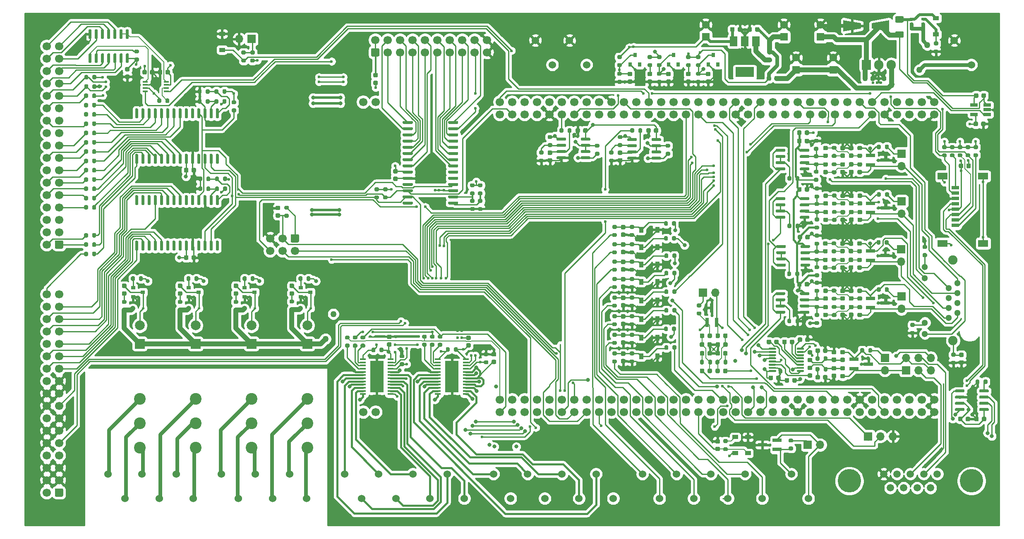
<source format=gbr>
%TF.GenerationSoftware,KiCad,Pcbnew,(5.1.9)-1*%
%TF.CreationDate,2021-05-20T19:37:26+02:00*%
%TF.ProjectId,AR2ISS_MainCTL_HW,41523249-5353-45f4-9d61-696e43544c5f,rev?*%
%TF.SameCoordinates,PXe448a9c0PYfd535690*%
%TF.FileFunction,Copper,L1,Top*%
%TF.FilePolarity,Positive*%
%FSLAX46Y46*%
G04 Gerber Fmt 4.6, Leading zero omitted, Abs format (unit mm)*
G04 Created by KiCad (PCBNEW (5.1.9)-1) date 2021-05-20 19:37:26*
%MOMM*%
%LPD*%
G01*
G04 APERTURE LIST*
%TA.AperFunction,SMDPad,CuDef*%
%ADD10R,1.310000X0.450000*%
%TD*%
%TA.AperFunction,SMDPad,CuDef*%
%ADD11R,2.770000X6.400000*%
%TD*%
%TA.AperFunction,ComponentPad*%
%ADD12C,1.700000*%
%TD*%
%TA.AperFunction,SMDPad,CuDef*%
%ADD13R,1.500000X0.800000*%
%TD*%
%TA.AperFunction,SMDPad,CuDef*%
%ADD14R,2.000000X1.450000*%
%TD*%
%TA.AperFunction,ComponentPad*%
%ADD15O,1.700000X1.700000*%
%TD*%
%TA.AperFunction,ComponentPad*%
%ADD16R,1.700000X1.700000*%
%TD*%
%TA.AperFunction,ComponentPad*%
%ADD17C,1.524000*%
%TD*%
%TA.AperFunction,ComponentPad*%
%ADD18C,4.800000*%
%TD*%
%TA.AperFunction,ComponentPad*%
%ADD19C,1.500000*%
%TD*%
%TA.AperFunction,SMDPad,CuDef*%
%ADD20R,1.200000X0.900000*%
%TD*%
%TA.AperFunction,SMDPad,CuDef*%
%ADD21C,0.100000*%
%TD*%
%TA.AperFunction,ComponentPad*%
%ADD22C,1.270000*%
%TD*%
%TA.AperFunction,SMDPad,CuDef*%
%ADD23R,0.800000X0.900000*%
%TD*%
%TA.AperFunction,ComponentPad*%
%ADD24C,1.900000*%
%TD*%
%TA.AperFunction,ComponentPad*%
%ADD25C,1.300000*%
%TD*%
%TA.AperFunction,SMDPad,CuDef*%
%ADD26R,1.900000X0.800000*%
%TD*%
%TA.AperFunction,SMDPad,CuDef*%
%ADD27R,0.800000X1.900000*%
%TD*%
%TA.AperFunction,ComponentPad*%
%ADD28C,2.000000*%
%TD*%
%TA.AperFunction,ComponentPad*%
%ADD29R,2.000000X2.000000*%
%TD*%
%TA.AperFunction,ComponentPad*%
%ADD30C,2.400000*%
%TD*%
%TA.AperFunction,ComponentPad*%
%ADD31R,1.600000X1.600000*%
%TD*%
%TA.AperFunction,ComponentPad*%
%ADD32C,1.600000*%
%TD*%
%TA.AperFunction,SMDPad,CuDef*%
%ADD33R,0.600000X0.450000*%
%TD*%
%TA.AperFunction,SMDPad,CuDef*%
%ADD34R,0.900000X1.200000*%
%TD*%
%TA.AperFunction,SMDPad,CuDef*%
%ADD35R,0.900000X0.800000*%
%TD*%
%TA.AperFunction,SMDPad,CuDef*%
%ADD36R,0.700000X0.510000*%
%TD*%
%TA.AperFunction,SMDPad,CuDef*%
%ADD37R,1.100000X0.400000*%
%TD*%
%TA.AperFunction,ComponentPad*%
%ADD38R,1.905000X2.000000*%
%TD*%
%TA.AperFunction,ComponentPad*%
%ADD39O,1.905000X2.000000*%
%TD*%
%TA.AperFunction,SMDPad,CuDef*%
%ADD40R,3.800000X2.000000*%
%TD*%
%TA.AperFunction,SMDPad,CuDef*%
%ADD41R,1.500000X2.000000*%
%TD*%
%TA.AperFunction,SMDPad,CuDef*%
%ADD42R,1.560000X0.650000*%
%TD*%
%TA.AperFunction,ViaPad*%
%ADD43C,0.600000*%
%TD*%
%TA.AperFunction,ViaPad*%
%ADD44C,0.800000*%
%TD*%
%TA.AperFunction,Conductor*%
%ADD45C,0.250000*%
%TD*%
%TA.AperFunction,Conductor*%
%ADD46C,0.800000*%
%TD*%
%TA.AperFunction,Conductor*%
%ADD47C,0.400000*%
%TD*%
%TA.AperFunction,Conductor*%
%ADD48C,0.600000*%
%TD*%
%TA.AperFunction,Conductor*%
%ADD49C,0.200000*%
%TD*%
%TA.AperFunction,Conductor*%
%ADD50C,0.500000*%
%TD*%
%TA.AperFunction,Conductor*%
%ADD51C,1.000000*%
%TD*%
%TA.AperFunction,Conductor*%
%ADD52C,0.300000*%
%TD*%
%TA.AperFunction,Conductor*%
%ADD53C,0.254000*%
%TD*%
%TA.AperFunction,Conductor*%
%ADD54C,0.100000*%
%TD*%
G04 APERTURE END LIST*
D10*
%TO.P,U14,1*%
%TO.N,/Controller/#CS1*%
X69784000Y37484000D03*
%TO.P,U14,2*%
%TO.N,Net-(R113-Pad1)*%
X69784000Y36834000D03*
%TO.P,U14,3*%
%TO.N,Net-(R114-Pad1)*%
X69784000Y36184000D03*
%TO.P,U14,4*%
%TO.N,Net-(R115-Pad1)*%
X69789000Y35534000D03*
%TO.P,U14,5*%
%TO.N,GND*%
X69784000Y34884000D03*
%TO.P,U14,6*%
%TO.N,Net-(J22-Pad7)*%
X69784000Y34234000D03*
%TO.P,U14,7*%
%TO.N,+12VA*%
X69784000Y33584000D03*
%TO.P,U14,18*%
X75494000Y33584000D03*
%TO.P,U14,19*%
%TO.N,Net-(J22-Pad8)*%
X75494000Y34234000D03*
%TO.P,U14,20*%
%TO.N,+12VA*%
X75494000Y34884000D03*
%TO.P,U14,21*%
%TO.N,/Controller/EN1*%
X75494000Y35534000D03*
%TO.P,U14,22*%
%TO.N,/Controller/PWM_DOUT1*%
X75494000Y36184000D03*
%TO.P,U14,23*%
%TO.N,/Controller/PWM_DOUT0*%
X75494000Y36834000D03*
%TO.P,U14,24*%
%TO.N,+3V3*%
X75494000Y37484000D03*
D11*
%TO.P,U14,25*%
%TO.N,GND*%
X72644000Y33909000D03*
D10*
%TO.P,U14,11*%
%TO.N,Net-(J22-Pad5)*%
X69784000Y30984000D03*
%TO.P,U14,10*%
%TO.N,Net-(J22-Pad3)*%
X69784000Y31634000D03*
%TO.P,U14,9*%
%TO.N,+12VA*%
X69784000Y32284000D03*
%TO.P,U14,8*%
%TO.N,Net-(J22-Pad1)*%
X69789000Y32934000D03*
%TO.P,U14,12*%
%TO.N,+12VA*%
X69784000Y30334000D03*
%TO.P,U14,17*%
%TO.N,Net-(J22-Pad2)*%
X75499000Y32934000D03*
%TO.P,U14,16*%
%TO.N,+12VA*%
X75494000Y32284000D03*
%TO.P,U14,15*%
%TO.N,Net-(J22-Pad4)*%
X75494000Y31634000D03*
%TO.P,U14,14*%
%TO.N,Net-(J22-Pad6)*%
X75494000Y30984000D03*
%TO.P,U14,13*%
%TO.N,+12VA*%
X75494000Y30334000D03*
%TD*%
%TO.P,U15,1*%
%TO.N,/Controller/#CS2*%
X85151000Y37484000D03*
%TO.P,U15,2*%
%TO.N,Net-(R117-Pad1)*%
X85151000Y36834000D03*
%TO.P,U15,3*%
%TO.N,Net-(R118-Pad1)*%
X85151000Y36184000D03*
%TO.P,U15,4*%
%TO.N,Net-(R119-Pad1)*%
X85156000Y35534000D03*
%TO.P,U15,5*%
%TO.N,GND*%
X85151000Y34884000D03*
%TO.P,U15,6*%
%TO.N,Net-(J23-Pad7)*%
X85151000Y34234000D03*
%TO.P,U15,7*%
%TO.N,+12VA*%
X85151000Y33584000D03*
%TO.P,U15,18*%
X90861000Y33584000D03*
%TO.P,U15,19*%
%TO.N,Net-(J23-Pad8)*%
X90861000Y34234000D03*
%TO.P,U15,20*%
%TO.N,+12VA*%
X90861000Y34884000D03*
%TO.P,U15,21*%
%TO.N,/Controller/EN1*%
X90861000Y35534000D03*
%TO.P,U15,22*%
%TO.N,/Controller/PWM_DOUT3*%
X90861000Y36184000D03*
%TO.P,U15,23*%
%TO.N,/Controller/PWM_DOUT2*%
X90861000Y36834000D03*
%TO.P,U15,24*%
%TO.N,+3V3*%
X90861000Y37484000D03*
D11*
%TO.P,U15,25*%
%TO.N,GND*%
X88011000Y33909000D03*
D10*
%TO.P,U15,11*%
%TO.N,Net-(J23-Pad5)*%
X85151000Y30984000D03*
%TO.P,U15,10*%
%TO.N,Net-(J23-Pad3)*%
X85151000Y31634000D03*
%TO.P,U15,9*%
%TO.N,+12VA*%
X85151000Y32284000D03*
%TO.P,U15,8*%
%TO.N,Net-(J23-Pad1)*%
X85156000Y32934000D03*
%TO.P,U15,12*%
%TO.N,+12VA*%
X85151000Y30334000D03*
%TO.P,U15,17*%
%TO.N,Net-(J23-Pad2)*%
X90866000Y32934000D03*
%TO.P,U15,16*%
%TO.N,+12VA*%
X90861000Y32284000D03*
%TO.P,U15,15*%
%TO.N,Net-(J23-Pad4)*%
X90861000Y31634000D03*
%TO.P,U15,14*%
%TO.N,Net-(J23-Pad6)*%
X90861000Y30984000D03*
%TO.P,U15,13*%
%TO.N,+12VA*%
X90861000Y30334000D03*
%TD*%
D12*
%TO.P,U2,1*%
%TO.N,/Controller/SCLK*%
X97790000Y26670000D03*
%TO.P,U2,2*%
%TO.N,/Controller/MISO*%
X97790000Y29210000D03*
%TO.P,U2,3*%
%TO.N,/SDCard/CLK*%
X100330000Y26670000D03*
%TO.P,U2,4*%
%TO.N,/SDCard/CMD*%
X100330000Y29210000D03*
%TO.P,U2,5*%
%TO.N,Net-(U2-Pad5)*%
X102870000Y26670000D03*
%TO.P,U2,6*%
%TO.N,+5V*%
X102870000Y29210000D03*
%TO.P,U2,7*%
%TO.N,Net-(U2-Pad7)*%
X105410000Y26670000D03*
%TO.P,U2,8*%
%TO.N,GND*%
X105410000Y29210000D03*
%TO.P,U2,9*%
%TO.N,/ADIn/DA_IN_LL6*%
X107950000Y26670000D03*
%TO.P,U2,10*%
%TO.N,Net-(U2-Pad10)*%
X107950000Y29210000D03*
%TO.P,U2,11*%
%TO.N,/ADIn/DA_IN_LL3*%
X110490000Y26670000D03*
%TO.P,U2,12*%
%TO.N,Net-(U2-Pad12)*%
X110490000Y29210000D03*
%TO.P,U2,13*%
%TO.N,/Controller/SWDIO*%
X113030000Y26670000D03*
%TO.P,U2,14*%
%TO.N,/Controller/NRST*%
X113030000Y29210000D03*
%TO.P,U2,15*%
%TO.N,/Controller/SWCLK*%
X115570000Y26670000D03*
%TO.P,U2,16*%
%TO.N,Net-(U2-Pad16)*%
X115570000Y29210000D03*
%TO.P,U2,17*%
%TO.N,/Controller/Backlight*%
X118110000Y26670000D03*
%TO.P,U2,18*%
%TO.N,Net-(U2-Pad18)*%
X118110000Y29210000D03*
%TO.P,U2,19*%
%TO.N,GND*%
X120650000Y26670000D03*
%TO.P,U2,20*%
X120650000Y29210000D03*
%TO.P,U2,21*%
%TO.N,/Controller/SDA*%
X123190000Y26670000D03*
%TO.P,U2,22*%
%TO.N,GND*%
X123190000Y29210000D03*
%TO.P,U2,23*%
%TO.N,Net-(U2-Pad23)*%
X125730000Y26670000D03*
%TO.P,U2,24*%
%TO.N,Net-(U2-Pad24)*%
X125730000Y29210000D03*
%TO.P,U2,25*%
%TO.N,Net-(U2-Pad25)*%
X128270000Y26670000D03*
%TO.P,U2,26*%
%TO.N,Net-(U2-Pad26)*%
X128270000Y29210000D03*
%TO.P,U2,27*%
%TO.N,Net-(U2-Pad27)*%
X130810000Y26670000D03*
%TO.P,U2,28*%
%TO.N,Net-(U2-Pad28)*%
X130810000Y29210000D03*
%TO.P,U2,29*%
%TO.N,Net-(U2-Pad29)*%
X133350000Y26670000D03*
%TO.P,U2,30*%
%TO.N,Net-(U2-Pad30)*%
X133350000Y29210000D03*
%TO.P,U2,31*%
%TO.N,Net-(U2-Pad31)*%
X135890000Y26670000D03*
%TO.P,U2,32*%
%TO.N,/AOut/DAC1*%
X135890000Y29210000D03*
%TO.P,U2,33*%
%TO.N,/Controller/VBATT*%
X138430000Y26670000D03*
%TO.P,U2,34*%
%TO.N,Net-(U2-Pad34)*%
X138430000Y29210000D03*
%TO.P,U2,35*%
%TO.N,/ADIn/DA_IN_LL0*%
X140970000Y26670000D03*
%TO.P,U2,36*%
%TO.N,Net-(U2-Pad36)*%
X140970000Y29210000D03*
%TO.P,U2,37*%
%TO.N,/ADIn/DA_IN_LL1*%
X143510000Y26670000D03*
%TO.P,U2,38*%
%TO.N,/ADIn/DA_IN_LL7*%
X143510000Y29210000D03*
%TO.P,U2,39*%
%TO.N,Net-(U2-Pad39)*%
X146050000Y26670000D03*
%TO.P,U2,40*%
%TO.N,/Controller/DisplayCLK*%
X146050000Y29210000D03*
%TO.P,U2,41*%
%TO.N,/Controller/TX*%
X148590000Y26670000D03*
%TO.P,U2,42*%
%TO.N,Net-(U2-Pad42)*%
X148590000Y29210000D03*
%TO.P,U2,43*%
%TO.N,/Controller/RX*%
X151130000Y26670000D03*
%TO.P,U2,44*%
%TO.N,Net-(U2-Pad44)*%
X151130000Y29210000D03*
%TO.P,U2,45*%
%TO.N,Net-(U2-Pad45)*%
X153670000Y26670000D03*
%TO.P,U2,46*%
%TO.N,Net-(U2-Pad46)*%
X153670000Y29210000D03*
%TO.P,U2,47*%
%TO.N,/Controller/REL1*%
X156210000Y26670000D03*
%TO.P,U2,48*%
%TO.N,/Controller/REL2*%
X156210000Y29210000D03*
%TO.P,U2,49*%
%TO.N,GND*%
X158750000Y26670000D03*
%TO.P,U2,50*%
%TO.N,/Controller/REL3*%
X158750000Y29210000D03*
%TO.P,U2,51*%
%TO.N,Net-(U2-Pad51)*%
X161290000Y26670000D03*
%TO.P,U2,52*%
%TO.N,Net-(U2-Pad52)*%
X161290000Y29210000D03*
%TO.P,U2,53*%
%TO.N,Net-(U2-Pad53)*%
X163830000Y26670000D03*
%TO.P,U2,54*%
%TO.N,/ADIn/DA_IN_LL5*%
X163830000Y29210000D03*
%TO.P,U2,55*%
%TO.N,/CAN/FDCAN_TX*%
X166370000Y26670000D03*
%TO.P,U2,56*%
%TO.N,/ADIn/DA_IN_LL2*%
X166370000Y29210000D03*
%TO.P,U2,57*%
%TO.N,/CAN/FDCAN_RX*%
X168910000Y26670000D03*
%TO.P,U2,58*%
%TO.N,Net-(U2-Pad58)*%
X168910000Y29210000D03*
%TO.P,U2,59*%
%TO.N,Net-(U2-Pad59)*%
X171450000Y26670000D03*
%TO.P,U2,60*%
%TO.N,GND*%
X171450000Y29210000D03*
%TO.P,U2,61*%
%TO.N,Net-(U2-Pad61)*%
X173990000Y26670000D03*
%TO.P,U2,62*%
%TO.N,/Controller/REL4*%
X173990000Y29210000D03*
%TO.P,U2,63*%
%TO.N,/Controller/RX2*%
X176530000Y26670000D03*
%TO.P,U2,64*%
%TO.N,Net-(U2-Pad64)*%
X176530000Y29210000D03*
%TO.P,U2,65*%
%TO.N,Net-(U2-Pad65)*%
X179070000Y26670000D03*
%TO.P,U2,66*%
%TO.N,Net-(U2-Pad66)*%
X179070000Y29210000D03*
%TO.P,U2,67*%
%TO.N,Net-(U2-Pad67)*%
X181610000Y26670000D03*
%TO.P,U2,68*%
%TO.N,Net-(U2-Pad68)*%
X181610000Y29210000D03*
%TO.P,U2,69*%
%TO.N,Net-(U2-Pad69)*%
X184150000Y26670000D03*
%TO.P,U2,70*%
%TO.N,Net-(U2-Pad70)*%
X184150000Y29210000D03*
%TO.P,U2,71*%
%TO.N,GND*%
X186690000Y26670000D03*
%TO.P,U2,72*%
X186690000Y29210000D03*
%TO.P,U2,73*%
%TO.N,/Controller/CD*%
X97790000Y87630000D03*
%TO.P,U2,74*%
%TO.N,/SDCard/D0*%
X97790000Y90170000D03*
%TO.P,U2,75*%
%TO.N,/Controller/SCL*%
X100330000Y87630000D03*
%TO.P,U2,76*%
%TO.N,/Controller/ONEWIRE*%
X100330000Y90170000D03*
%TO.P,U2,77*%
%TO.N,/Controller/CE*%
X102870000Y87630000D03*
%TO.P,U2,78*%
%TO.N,Net-(U2-Pad78)*%
X102870000Y90170000D03*
%TO.P,U2,79*%
%TO.N,Net-(U2-Pad79)*%
X105410000Y87630000D03*
%TO.P,U2,80*%
%TO.N,Net-(U2-Pad80)*%
X105410000Y90170000D03*
%TO.P,U2,81*%
%TO.N,GND*%
X107950000Y87630000D03*
%TO.P,U2,82*%
%TO.N,Net-(U2-Pad82)*%
X107950000Y90170000D03*
%TO.P,U2,83*%
%TO.N,/AOut/DAC2*%
X110490000Y87630000D03*
%TO.P,U2,84*%
%TO.N,Net-(U2-Pad84)*%
X110490000Y90170000D03*
%TO.P,U2,85*%
%TO.N,/Controller/ADC3V3*%
X113030000Y87630000D03*
%TO.P,U2,86*%
%TO.N,Net-(U2-Pad86)*%
X113030000Y90170000D03*
%TO.P,U2,87*%
%TO.N,Net-(U2-Pad87)*%
X115570000Y87630000D03*
%TO.P,U2,88*%
%TO.N,Net-(U2-Pad88)*%
X115570000Y90170000D03*
%TO.P,U2,89*%
%TO.N,/Controller/COM_TX2*%
X118110000Y87630000D03*
%TO.P,U2,90*%
%TO.N,/Controller/SDA_ext*%
X118110000Y90170000D03*
%TO.P,U2,91*%
%TO.N,/Controller/PWM_DOUT5*%
X120650000Y87630000D03*
%TO.P,U2,92*%
%TO.N,GND*%
X120650000Y90170000D03*
%TO.P,U2,93*%
%TO.N,Net-(U2-Pad93)*%
X123190000Y87630000D03*
%TO.P,U2,94*%
%TO.N,/Controller/MOSI*%
X123190000Y90170000D03*
%TO.P,U2,95*%
%TO.N,Net-(U2-Pad95)*%
X125730000Y87630000D03*
%TO.P,U2,96*%
%TO.N,/Controller/ADC12V*%
X125730000Y90170000D03*
%TO.P,U2,97*%
%TO.N,/Controller/SCL_ext*%
X128270000Y87630000D03*
%TO.P,U2,98*%
%TO.N,/Controller/DisplayData*%
X128270000Y90170000D03*
%TO.P,U2,99*%
%TO.N,Net-(U2-Pad99)*%
X130810000Y87630000D03*
%TO.P,U2,100*%
%TO.N,Net-(U2-Pad100)*%
X130810000Y90170000D03*
%TO.P,U2,101*%
%TO.N,Net-(U2-Pad101)*%
X133350000Y87630000D03*
%TO.P,U2,102*%
%TO.N,Net-(U2-Pad102)*%
X133350000Y90170000D03*
%TO.P,U2,103*%
%TO.N,/Controller/SWO*%
X135890000Y87630000D03*
%TO.P,U2,104*%
%TO.N,Net-(U2-Pad104)*%
X135890000Y90170000D03*
%TO.P,U2,105*%
%TO.N,/Controller/COM_RX2*%
X138430000Y87630000D03*
%TO.P,U2,106*%
%TO.N,Net-(U2-Pad106)*%
X138430000Y90170000D03*
%TO.P,U2,107*%
%TO.N,Net-(U2-Pad107)*%
X140970000Y87630000D03*
%TO.P,U2,108*%
%TO.N,Net-(U2-Pad108)*%
X140970000Y90170000D03*
%TO.P,U2,109*%
%TO.N,/Controller/ADC5V*%
X143510000Y87630000D03*
%TO.P,U2,110*%
%TO.N,Net-(U2-Pad110)*%
X143510000Y90170000D03*
%TO.P,U2,111*%
%TO.N,GND*%
X146050000Y87630000D03*
%TO.P,U2,112*%
%TO.N,/Controller/COM_TX1*%
X146050000Y90170000D03*
%TO.P,U2,113*%
%TO.N,/Controller/EN1*%
X148590000Y87630000D03*
%TO.P,U2,114*%
%TO.N,/ADIn/DA_IN_LL4*%
X148590000Y90170000D03*
%TO.P,U2,115*%
%TO.N,/Controller/#CS2*%
X151130000Y87630000D03*
%TO.P,U2,116*%
%TO.N,/Controller/COM_RX1*%
X151130000Y90170000D03*
%TO.P,U2,117*%
%TO.N,/Controller/#CS1*%
X153670000Y87630000D03*
%TO.P,U2,118*%
%TO.N,/Controller/PWM_DOUT2*%
X153670000Y90170000D03*
%TO.P,U2,119*%
%TO.N,Net-(U2-Pad119)*%
X156210000Y87630000D03*
%TO.P,U2,120*%
%TO.N,/Controller/PWM_DOUT3*%
X156210000Y90170000D03*
%TO.P,U2,121*%
%TO.N,Net-(U2-Pad121)*%
X158750000Y87630000D03*
%TO.P,U2,122*%
%TO.N,/Controller/LD1*%
X158750000Y90170000D03*
%TO.P,U2,123*%
%TO.N,/Controller/PWM_DOUT1*%
X161290000Y87630000D03*
%TO.P,U2,124*%
%TO.N,/Controller/ENC_A*%
X161290000Y90170000D03*
%TO.P,U2,125*%
%TO.N,/SDCard/#CD*%
X163830000Y87630000D03*
%TO.P,U2,126*%
%TO.N,GND*%
X163830000Y90170000D03*
%TO.P,U2,127*%
%TO.N,/Controller/PWM_DOUT0*%
X166370000Y87630000D03*
%TO.P,U2,128*%
%TO.N,/Controller/ENC_B*%
X166370000Y90170000D03*
%TO.P,U2,129*%
%TO.N,Net-(U2-Pad129)*%
X168910000Y87630000D03*
%TO.P,U2,130*%
%TO.N,Net-(U2-Pad130)*%
X168910000Y90170000D03*
%TO.P,U2,131*%
%TO.N,Net-(U2-Pad131)*%
X171450000Y87630000D03*
%TO.P,U2,132*%
%TO.N,/Controller/LD2*%
X171450000Y90170000D03*
%TO.P,U2,133*%
%TO.N,/Controller/TX2*%
X173990000Y87630000D03*
%TO.P,U2,134*%
%TO.N,/Controller/ADCPWR*%
X173990000Y90170000D03*
%TO.P,U2,135*%
%TO.N,GND*%
X176530000Y87630000D03*
%TO.P,U2,136*%
%TO.N,Net-(U2-Pad136)*%
X176530000Y90170000D03*
%TO.P,U2,137*%
%TO.N,Net-(U2-Pad137)*%
X179070000Y87630000D03*
%TO.P,U2,138*%
%TO.N,Net-(U2-Pad138)*%
X179070000Y90170000D03*
%TO.P,U2,139*%
%TO.N,Net-(U2-Pad139)*%
X181610000Y87630000D03*
%TO.P,U2,140*%
%TO.N,Net-(U2-Pad140)*%
X181610000Y90170000D03*
%TO.P,U2,141*%
%TO.N,Net-(U2-Pad141)*%
X184150000Y87630000D03*
%TO.P,U2,142*%
%TO.N,Net-(U2-Pad142)*%
X184150000Y90170000D03*
%TO.P,U2,143*%
%TO.N,GND*%
X186690000Y87630000D03*
%TO.P,U2,144*%
X186690000Y90170000D03*
%TO.P,U2,145*%
%TO.N,N/C*%
X69850000Y26670000D03*
%TO.P,U2,146*%
X72390000Y26670000D03*
%TO.P,U2,147*%
X69850000Y90170000D03*
%TO.P,U2,148*%
X72390000Y90170000D03*
%TD*%
%TO.P,R124,2*%
%TO.N,GND*%
%TA.AperFunction,SMDPad,CuDef*%
G36*
G01*
X93525000Y68655000D02*
X94075000Y68655000D01*
G75*
G02*
X94275000Y68455000I0J-200000D01*
G01*
X94275000Y68055000D01*
G75*
G02*
X94075000Y67855000I-200000J0D01*
G01*
X93525000Y67855000D01*
G75*
G02*
X93325000Y68055000I0J200000D01*
G01*
X93325000Y68455000D01*
G75*
G02*
X93525000Y68655000I200000J0D01*
G01*
G37*
%TD.AperFunction*%
%TO.P,R124,1*%
%TO.N,/DOut/sheet60ADF1E9/A0*%
%TA.AperFunction,SMDPad,CuDef*%
G36*
G01*
X93525000Y70305000D02*
X94075000Y70305000D01*
G75*
G02*
X94275000Y70105000I0J-200000D01*
G01*
X94275000Y69705000D01*
G75*
G02*
X94075000Y69505000I-200000J0D01*
G01*
X93525000Y69505000D01*
G75*
G02*
X93325000Y69705000I0J200000D01*
G01*
X93325000Y70105000D01*
G75*
G02*
X93525000Y70305000I200000J0D01*
G01*
G37*
%TD.AperFunction*%
%TD*%
%TO.P,R123,2*%
%TO.N,/DOut/sheet60ADF1E9/A0*%
%TA.AperFunction,SMDPad,CuDef*%
G36*
G01*
X93525000Y71855000D02*
X94075000Y71855000D01*
G75*
G02*
X94275000Y71655000I0J-200000D01*
G01*
X94275000Y71255000D01*
G75*
G02*
X94075000Y71055000I-200000J0D01*
G01*
X93525000Y71055000D01*
G75*
G02*
X93325000Y71255000I0J200000D01*
G01*
X93325000Y71655000D01*
G75*
G02*
X93525000Y71855000I200000J0D01*
G01*
G37*
%TD.AperFunction*%
%TO.P,R123,1*%
%TO.N,+5V*%
%TA.AperFunction,SMDPad,CuDef*%
G36*
G01*
X93525000Y73505000D02*
X94075000Y73505000D01*
G75*
G02*
X94275000Y73305000I0J-200000D01*
G01*
X94275000Y72905000D01*
G75*
G02*
X94075000Y72705000I-200000J0D01*
G01*
X93525000Y72705000D01*
G75*
G02*
X93325000Y72905000I0J200000D01*
G01*
X93325000Y73305000D01*
G75*
G02*
X93525000Y73505000I200000J0D01*
G01*
G37*
%TD.AperFunction*%
%TD*%
%TO.P,R122,2*%
%TO.N,GND*%
%TA.AperFunction,SMDPad,CuDef*%
G36*
G01*
X91925000Y68655000D02*
X92475000Y68655000D01*
G75*
G02*
X92675000Y68455000I0J-200000D01*
G01*
X92675000Y68055000D01*
G75*
G02*
X92475000Y67855000I-200000J0D01*
G01*
X91925000Y67855000D01*
G75*
G02*
X91725000Y68055000I0J200000D01*
G01*
X91725000Y68455000D01*
G75*
G02*
X91925000Y68655000I200000J0D01*
G01*
G37*
%TD.AperFunction*%
%TO.P,R122,1*%
%TO.N,/DOut/sheet60ADF1E9/A1*%
%TA.AperFunction,SMDPad,CuDef*%
G36*
G01*
X91925000Y70305000D02*
X92475000Y70305000D01*
G75*
G02*
X92675000Y70105000I0J-200000D01*
G01*
X92675000Y69705000D01*
G75*
G02*
X92475000Y69505000I-200000J0D01*
G01*
X91925000Y69505000D01*
G75*
G02*
X91725000Y69705000I0J200000D01*
G01*
X91725000Y70105000D01*
G75*
G02*
X91925000Y70305000I200000J0D01*
G01*
G37*
%TD.AperFunction*%
%TD*%
%TO.P,R121,2*%
%TO.N,/DOut/sheet60ADF1E9/A1*%
%TA.AperFunction,SMDPad,CuDef*%
G36*
G01*
X91925000Y71855000D02*
X92475000Y71855000D01*
G75*
G02*
X92675000Y71655000I0J-200000D01*
G01*
X92675000Y71255000D01*
G75*
G02*
X92475000Y71055000I-200000J0D01*
G01*
X91925000Y71055000D01*
G75*
G02*
X91725000Y71255000I0J200000D01*
G01*
X91725000Y71655000D01*
G75*
G02*
X91925000Y71855000I200000J0D01*
G01*
G37*
%TD.AperFunction*%
%TO.P,R121,1*%
%TO.N,+5V*%
%TA.AperFunction,SMDPad,CuDef*%
G36*
G01*
X91925000Y73505000D02*
X92475000Y73505000D01*
G75*
G02*
X92675000Y73305000I0J-200000D01*
G01*
X92675000Y72905000D01*
G75*
G02*
X92475000Y72705000I-200000J0D01*
G01*
X91925000Y72705000D01*
G75*
G02*
X91725000Y72905000I0J200000D01*
G01*
X91725000Y73305000D01*
G75*
G02*
X91925000Y73505000I200000J0D01*
G01*
G37*
%TD.AperFunction*%
%TD*%
%TO.P,R102,2*%
%TO.N,GND*%
%TA.AperFunction,SMDPad,CuDef*%
G36*
G01*
X36913000Y72665000D02*
X36913000Y72115000D01*
G75*
G02*
X36713000Y71915000I-200000J0D01*
G01*
X36313000Y71915000D01*
G75*
G02*
X36113000Y72115000I0J200000D01*
G01*
X36113000Y72665000D01*
G75*
G02*
X36313000Y72865000I200000J0D01*
G01*
X36713000Y72865000D01*
G75*
G02*
X36913000Y72665000I0J-200000D01*
G01*
G37*
%TD.AperFunction*%
%TO.P,R102,1*%
%TO.N,/IOExpander2/A1*%
%TA.AperFunction,SMDPad,CuDef*%
G36*
G01*
X38563000Y72665000D02*
X38563000Y72115000D01*
G75*
G02*
X38363000Y71915000I-200000J0D01*
G01*
X37963000Y71915000D01*
G75*
G02*
X37763000Y72115000I0J200000D01*
G01*
X37763000Y72665000D01*
G75*
G02*
X37963000Y72865000I200000J0D01*
G01*
X38363000Y72865000D01*
G75*
G02*
X38563000Y72665000I0J-200000D01*
G01*
G37*
%TD.AperFunction*%
%TD*%
%TO.P,R101,2*%
%TO.N,/IOExpander2/A1*%
%TA.AperFunction,SMDPad,CuDef*%
G36*
G01*
X40342000Y72665000D02*
X40342000Y72115000D01*
G75*
G02*
X40142000Y71915000I-200000J0D01*
G01*
X39742000Y71915000D01*
G75*
G02*
X39542000Y72115000I0J200000D01*
G01*
X39542000Y72665000D01*
G75*
G02*
X39742000Y72865000I200000J0D01*
G01*
X40142000Y72865000D01*
G75*
G02*
X40342000Y72665000I0J-200000D01*
G01*
G37*
%TD.AperFunction*%
%TO.P,R101,1*%
%TO.N,+5V*%
%TA.AperFunction,SMDPad,CuDef*%
G36*
G01*
X41992000Y72665000D02*
X41992000Y72115000D01*
G75*
G02*
X41792000Y71915000I-200000J0D01*
G01*
X41392000Y71915000D01*
G75*
G02*
X41192000Y72115000I0J200000D01*
G01*
X41192000Y72665000D01*
G75*
G02*
X41392000Y72865000I200000J0D01*
G01*
X41792000Y72865000D01*
G75*
G02*
X41992000Y72665000I0J-200000D01*
G01*
G37*
%TD.AperFunction*%
%TD*%
%TO.P,R100,2*%
%TO.N,GND*%
%TA.AperFunction,SMDPad,CuDef*%
G36*
G01*
X36786000Y90572000D02*
X36786000Y90022000D01*
G75*
G02*
X36586000Y89822000I-200000J0D01*
G01*
X36186000Y89822000D01*
G75*
G02*
X35986000Y90022000I0J200000D01*
G01*
X35986000Y90572000D01*
G75*
G02*
X36186000Y90772000I200000J0D01*
G01*
X36586000Y90772000D01*
G75*
G02*
X36786000Y90572000I0J-200000D01*
G01*
G37*
%TD.AperFunction*%
%TO.P,R100,1*%
%TO.N,/IOExpander/A1*%
%TA.AperFunction,SMDPad,CuDef*%
G36*
G01*
X38436000Y90572000D02*
X38436000Y90022000D01*
G75*
G02*
X38236000Y89822000I-200000J0D01*
G01*
X37836000Y89822000D01*
G75*
G02*
X37636000Y90022000I0J200000D01*
G01*
X37636000Y90572000D01*
G75*
G02*
X37836000Y90772000I200000J0D01*
G01*
X38236000Y90772000D01*
G75*
G02*
X38436000Y90572000I0J-200000D01*
G01*
G37*
%TD.AperFunction*%
%TD*%
%TO.P,R99,2*%
%TO.N,/IOExpander/A1*%
%TA.AperFunction,SMDPad,CuDef*%
G36*
G01*
X40215000Y90572000D02*
X40215000Y90022000D01*
G75*
G02*
X40015000Y89822000I-200000J0D01*
G01*
X39615000Y89822000D01*
G75*
G02*
X39415000Y90022000I0J200000D01*
G01*
X39415000Y90572000D01*
G75*
G02*
X39615000Y90772000I200000J0D01*
G01*
X40015000Y90772000D01*
G75*
G02*
X40215000Y90572000I0J-200000D01*
G01*
G37*
%TD.AperFunction*%
%TO.P,R99,1*%
%TO.N,+5V*%
%TA.AperFunction,SMDPad,CuDef*%
G36*
G01*
X41865000Y90572000D02*
X41865000Y90022000D01*
G75*
G02*
X41665000Y89822000I-200000J0D01*
G01*
X41265000Y89822000D01*
G75*
G02*
X41065000Y90022000I0J200000D01*
G01*
X41065000Y90572000D01*
G75*
G02*
X41265000Y90772000I200000J0D01*
G01*
X41665000Y90772000D01*
G75*
G02*
X41865000Y90572000I0J-200000D01*
G01*
G37*
%TD.AperFunction*%
%TD*%
%TO.P,R78,2*%
%TO.N,GND*%
%TA.AperFunction,SMDPad,CuDef*%
G36*
G01*
X36913000Y74697000D02*
X36913000Y74147000D01*
G75*
G02*
X36713000Y73947000I-200000J0D01*
G01*
X36313000Y73947000D01*
G75*
G02*
X36113000Y74147000I0J200000D01*
G01*
X36113000Y74697000D01*
G75*
G02*
X36313000Y74897000I200000J0D01*
G01*
X36713000Y74897000D01*
G75*
G02*
X36913000Y74697000I0J-200000D01*
G01*
G37*
%TD.AperFunction*%
%TO.P,R78,1*%
%TO.N,/IOExpander2/A0*%
%TA.AperFunction,SMDPad,CuDef*%
G36*
G01*
X38563000Y74697000D02*
X38563000Y74147000D01*
G75*
G02*
X38363000Y73947000I-200000J0D01*
G01*
X37963000Y73947000D01*
G75*
G02*
X37763000Y74147000I0J200000D01*
G01*
X37763000Y74697000D01*
G75*
G02*
X37963000Y74897000I200000J0D01*
G01*
X38363000Y74897000D01*
G75*
G02*
X38563000Y74697000I0J-200000D01*
G01*
G37*
%TD.AperFunction*%
%TD*%
%TO.P,R77,2*%
%TO.N,/IOExpander2/A0*%
%TA.AperFunction,SMDPad,CuDef*%
G36*
G01*
X40342000Y74697000D02*
X40342000Y74147000D01*
G75*
G02*
X40142000Y73947000I-200000J0D01*
G01*
X39742000Y73947000D01*
G75*
G02*
X39542000Y74147000I0J200000D01*
G01*
X39542000Y74697000D01*
G75*
G02*
X39742000Y74897000I200000J0D01*
G01*
X40142000Y74897000D01*
G75*
G02*
X40342000Y74697000I0J-200000D01*
G01*
G37*
%TD.AperFunction*%
%TO.P,R77,1*%
%TO.N,+5V*%
%TA.AperFunction,SMDPad,CuDef*%
G36*
G01*
X41992000Y74697000D02*
X41992000Y74147000D01*
G75*
G02*
X41792000Y73947000I-200000J0D01*
G01*
X41392000Y73947000D01*
G75*
G02*
X41192000Y74147000I0J200000D01*
G01*
X41192000Y74697000D01*
G75*
G02*
X41392000Y74897000I200000J0D01*
G01*
X41792000Y74897000D01*
G75*
G02*
X41992000Y74697000I0J-200000D01*
G01*
G37*
%TD.AperFunction*%
%TD*%
%TO.P,R76,2*%
%TO.N,GND*%
%TA.AperFunction,SMDPad,CuDef*%
G36*
G01*
X36786000Y92604000D02*
X36786000Y92054000D01*
G75*
G02*
X36586000Y91854000I-200000J0D01*
G01*
X36186000Y91854000D01*
G75*
G02*
X35986000Y92054000I0J200000D01*
G01*
X35986000Y92604000D01*
G75*
G02*
X36186000Y92804000I200000J0D01*
G01*
X36586000Y92804000D01*
G75*
G02*
X36786000Y92604000I0J-200000D01*
G01*
G37*
%TD.AperFunction*%
%TO.P,R76,1*%
%TO.N,/IOExpander/A0*%
%TA.AperFunction,SMDPad,CuDef*%
G36*
G01*
X38436000Y92604000D02*
X38436000Y92054000D01*
G75*
G02*
X38236000Y91854000I-200000J0D01*
G01*
X37836000Y91854000D01*
G75*
G02*
X37636000Y92054000I0J200000D01*
G01*
X37636000Y92604000D01*
G75*
G02*
X37836000Y92804000I200000J0D01*
G01*
X38236000Y92804000D01*
G75*
G02*
X38436000Y92604000I0J-200000D01*
G01*
G37*
%TD.AperFunction*%
%TD*%
%TO.P,R75,2*%
%TO.N,/IOExpander/A0*%
%TA.AperFunction,SMDPad,CuDef*%
G36*
G01*
X40215000Y92604000D02*
X40215000Y92054000D01*
G75*
G02*
X40015000Y91854000I-200000J0D01*
G01*
X39615000Y91854000D01*
G75*
G02*
X39415000Y92054000I0J200000D01*
G01*
X39415000Y92604000D01*
G75*
G02*
X39615000Y92804000I200000J0D01*
G01*
X40015000Y92804000D01*
G75*
G02*
X40215000Y92604000I0J-200000D01*
G01*
G37*
%TD.AperFunction*%
%TO.P,R75,1*%
%TO.N,+5V*%
%TA.AperFunction,SMDPad,CuDef*%
G36*
G01*
X41865000Y92604000D02*
X41865000Y92054000D01*
G75*
G02*
X41665000Y91854000I-200000J0D01*
G01*
X41265000Y91854000D01*
G75*
G02*
X41065000Y92054000I0J200000D01*
G01*
X41065000Y92604000D01*
G75*
G02*
X41265000Y92804000I200000J0D01*
G01*
X41665000Y92804000D01*
G75*
G02*
X41865000Y92604000I0J-200000D01*
G01*
G37*
%TD.AperFunction*%
%TD*%
D13*
%TO.P,J27,1*%
%TO.N,Net-(J27-Pad1)*%
X191050000Y64880000D03*
%TO.P,J27,2*%
%TO.N,/SDCard/#CD*%
X191050000Y65980000D03*
%TO.P,J27,3*%
%TO.N,/SDCard/CMD*%
X191050000Y67080000D03*
%TO.P,J27,4*%
%TO.N,+3V3*%
X191050000Y68180000D03*
%TO.P,J27,5*%
%TO.N,/SDCard/CLK*%
X191050000Y69280000D03*
%TO.P,J27,6*%
%TO.N,GND*%
X191050000Y70380000D03*
%TO.P,J27,7*%
%TO.N,/SDCard/D0*%
X191050000Y71480000D03*
%TO.P,J27,8*%
%TO.N,Net-(J27-Pad8)*%
X191050000Y72580000D03*
D14*
%TO.P,J27,9*%
%TO.N,Net-(J27-Pad9)*%
X196750000Y74955000D03*
X196750000Y61205000D03*
X188450000Y61205000D03*
X188450000Y74955000D03*
%TD*%
D15*
%TO.P,J7,3*%
%TO.N,GND*%
X178280000Y21680000D03*
%TO.P,J7,2*%
%TO.N,/RS232/sheet608DD623/A_ext*%
X175740000Y21680000D03*
D16*
%TO.P,J7,1*%
%TO.N,/RS232/sheet608DD623/B_ext*%
X173200000Y21680000D03*
%TD*%
%TO.P,R144,2*%
%TO.N,/Controller/ONEWIRE*%
%TA.AperFunction,SMDPad,CuDef*%
G36*
G01*
X45125000Y99055000D02*
X45675000Y99055000D01*
G75*
G02*
X45875000Y98855000I0J-200000D01*
G01*
X45875000Y98455000D01*
G75*
G02*
X45675000Y98255000I-200000J0D01*
G01*
X45125000Y98255000D01*
G75*
G02*
X44925000Y98455000I0J200000D01*
G01*
X44925000Y98855000D01*
G75*
G02*
X45125000Y99055000I200000J0D01*
G01*
G37*
%TD.AperFunction*%
%TO.P,R144,1*%
%TO.N,Net-(J26-Pad1)*%
%TA.AperFunction,SMDPad,CuDef*%
G36*
G01*
X45125000Y100705000D02*
X45675000Y100705000D01*
G75*
G02*
X45875000Y100505000I0J-200000D01*
G01*
X45875000Y100105000D01*
G75*
G02*
X45675000Y99905000I-200000J0D01*
G01*
X45125000Y99905000D01*
G75*
G02*
X44925000Y100105000I0J200000D01*
G01*
X44925000Y100505000D01*
G75*
G02*
X45125000Y100705000I200000J0D01*
G01*
G37*
%TD.AperFunction*%
%TD*%
D17*
%TO.P,J28,4*%
%TO.N,GND*%
X105069996Y102790000D03*
%TO.P,J28,3*%
%TO.N,Net-(J28-Pad3)*%
X108569996Y97790000D03*
%TO.P,J28,2*%
%TO.N,GND*%
X112069997Y102790000D03*
%TO.P,J28,1*%
%TO.N,Net-(J28-Pad1)*%
X115569997Y97790000D03*
%TD*%
%TO.P,U19,8*%
%TO.N,/RS422/VCC_RS422*%
%TA.AperFunction,SMDPad,CuDef*%
G36*
G01*
X159234000Y70208000D02*
X159234000Y70508000D01*
G75*
G02*
X159384000Y70658000I150000J0D01*
G01*
X161034000Y70658000D01*
G75*
G02*
X161184000Y70508000I0J-150000D01*
G01*
X161184000Y70208000D01*
G75*
G02*
X161034000Y70058000I-150000J0D01*
G01*
X159384000Y70058000D01*
G75*
G02*
X159234000Y70208000I0J150000D01*
G01*
G37*
%TD.AperFunction*%
%TO.P,U19,7*%
%TO.N,Net-(L22-Pad1)*%
%TA.AperFunction,SMDPad,CuDef*%
G36*
G01*
X159234000Y68938000D02*
X159234000Y69238000D01*
G75*
G02*
X159384000Y69388000I150000J0D01*
G01*
X161034000Y69388000D01*
G75*
G02*
X161184000Y69238000I0J-150000D01*
G01*
X161184000Y68938000D01*
G75*
G02*
X161034000Y68788000I-150000J0D01*
G01*
X159384000Y68788000D01*
G75*
G02*
X159234000Y68938000I0J150000D01*
G01*
G37*
%TD.AperFunction*%
%TO.P,U19,6*%
%TO.N,Net-(L23-Pad1)*%
%TA.AperFunction,SMDPad,CuDef*%
G36*
G01*
X159234000Y67668000D02*
X159234000Y67968000D01*
G75*
G02*
X159384000Y68118000I150000J0D01*
G01*
X161034000Y68118000D01*
G75*
G02*
X161184000Y67968000I0J-150000D01*
G01*
X161184000Y67668000D01*
G75*
G02*
X161034000Y67518000I-150000J0D01*
G01*
X159384000Y67518000D01*
G75*
G02*
X159234000Y67668000I0J150000D01*
G01*
G37*
%TD.AperFunction*%
%TO.P,U19,5*%
%TO.N,GND*%
%TA.AperFunction,SMDPad,CuDef*%
G36*
G01*
X159234000Y66398000D02*
X159234000Y66698000D01*
G75*
G02*
X159384000Y66848000I150000J0D01*
G01*
X161034000Y66848000D01*
G75*
G02*
X161184000Y66698000I0J-150000D01*
G01*
X161184000Y66398000D01*
G75*
G02*
X161034000Y66248000I-150000J0D01*
G01*
X159384000Y66248000D01*
G75*
G02*
X159234000Y66398000I0J150000D01*
G01*
G37*
%TD.AperFunction*%
%TO.P,U19,4*%
%TO.N,/Controller/RX*%
%TA.AperFunction,SMDPad,CuDef*%
G36*
G01*
X154284000Y66398000D02*
X154284000Y66698000D01*
G75*
G02*
X154434000Y66848000I150000J0D01*
G01*
X156084000Y66848000D01*
G75*
G02*
X156234000Y66698000I0J-150000D01*
G01*
X156234000Y66398000D01*
G75*
G02*
X156084000Y66248000I-150000J0D01*
G01*
X154434000Y66248000D01*
G75*
G02*
X154284000Y66398000I0J150000D01*
G01*
G37*
%TD.AperFunction*%
%TO.P,U19,3*%
%TO.N,/RS422/RS485Tranceiver2/DE1*%
%TA.AperFunction,SMDPad,CuDef*%
G36*
G01*
X154284000Y67668000D02*
X154284000Y67968000D01*
G75*
G02*
X154434000Y68118000I150000J0D01*
G01*
X156084000Y68118000D01*
G75*
G02*
X156234000Y67968000I0J-150000D01*
G01*
X156234000Y67668000D01*
G75*
G02*
X156084000Y67518000I-150000J0D01*
G01*
X154434000Y67518000D01*
G75*
G02*
X154284000Y67668000I0J150000D01*
G01*
G37*
%TD.AperFunction*%
%TO.P,U19,2*%
%TA.AperFunction,SMDPad,CuDef*%
G36*
G01*
X154284000Y68938000D02*
X154284000Y69238000D01*
G75*
G02*
X154434000Y69388000I150000J0D01*
G01*
X156084000Y69388000D01*
G75*
G02*
X156234000Y69238000I0J-150000D01*
G01*
X156234000Y68938000D01*
G75*
G02*
X156084000Y68788000I-150000J0D01*
G01*
X154434000Y68788000D01*
G75*
G02*
X154284000Y68938000I0J150000D01*
G01*
G37*
%TD.AperFunction*%
%TO.P,U19,1*%
%TO.N,/Controller/RX*%
%TA.AperFunction,SMDPad,CuDef*%
G36*
G01*
X154284000Y70208000D02*
X154284000Y70508000D01*
G75*
G02*
X154434000Y70658000I150000J0D01*
G01*
X156084000Y70658000D01*
G75*
G02*
X156234000Y70508000I0J-150000D01*
G01*
X156234000Y70208000D01*
G75*
G02*
X156084000Y70058000I-150000J0D01*
G01*
X154434000Y70058000D01*
G75*
G02*
X154284000Y70208000I0J150000D01*
G01*
G37*
%TD.AperFunction*%
%TD*%
%TO.P,U5,8*%
%TO.N,/RS422/VCC_RS422*%
%TA.AperFunction,SMDPad,CuDef*%
G36*
G01*
X159234000Y50777000D02*
X159234000Y51077000D01*
G75*
G02*
X159384000Y51227000I150000J0D01*
G01*
X161034000Y51227000D01*
G75*
G02*
X161184000Y51077000I0J-150000D01*
G01*
X161184000Y50777000D01*
G75*
G02*
X161034000Y50627000I-150000J0D01*
G01*
X159384000Y50627000D01*
G75*
G02*
X159234000Y50777000I0J150000D01*
G01*
G37*
%TD.AperFunction*%
%TO.P,U5,7*%
%TO.N,Net-(L18-Pad1)*%
%TA.AperFunction,SMDPad,CuDef*%
G36*
G01*
X159234000Y49507000D02*
X159234000Y49807000D01*
G75*
G02*
X159384000Y49957000I150000J0D01*
G01*
X161034000Y49957000D01*
G75*
G02*
X161184000Y49807000I0J-150000D01*
G01*
X161184000Y49507000D01*
G75*
G02*
X161034000Y49357000I-150000J0D01*
G01*
X159384000Y49357000D01*
G75*
G02*
X159234000Y49507000I0J150000D01*
G01*
G37*
%TD.AperFunction*%
%TO.P,U5,6*%
%TO.N,Net-(L19-Pad1)*%
%TA.AperFunction,SMDPad,CuDef*%
G36*
G01*
X159234000Y48237000D02*
X159234000Y48537000D01*
G75*
G02*
X159384000Y48687000I150000J0D01*
G01*
X161034000Y48687000D01*
G75*
G02*
X161184000Y48537000I0J-150000D01*
G01*
X161184000Y48237000D01*
G75*
G02*
X161034000Y48087000I-150000J0D01*
G01*
X159384000Y48087000D01*
G75*
G02*
X159234000Y48237000I0J150000D01*
G01*
G37*
%TD.AperFunction*%
%TO.P,U5,5*%
%TO.N,GND*%
%TA.AperFunction,SMDPad,CuDef*%
G36*
G01*
X159234000Y46967000D02*
X159234000Y47267000D01*
G75*
G02*
X159384000Y47417000I150000J0D01*
G01*
X161034000Y47417000D01*
G75*
G02*
X161184000Y47267000I0J-150000D01*
G01*
X161184000Y46967000D01*
G75*
G02*
X161034000Y46817000I-150000J0D01*
G01*
X159384000Y46817000D01*
G75*
G02*
X159234000Y46967000I0J150000D01*
G01*
G37*
%TD.AperFunction*%
%TO.P,U5,4*%
%TO.N,/Controller/RX2*%
%TA.AperFunction,SMDPad,CuDef*%
G36*
G01*
X154284000Y46967000D02*
X154284000Y47267000D01*
G75*
G02*
X154434000Y47417000I150000J0D01*
G01*
X156084000Y47417000D01*
G75*
G02*
X156234000Y47267000I0J-150000D01*
G01*
X156234000Y46967000D01*
G75*
G02*
X156084000Y46817000I-150000J0D01*
G01*
X154434000Y46817000D01*
G75*
G02*
X154284000Y46967000I0J150000D01*
G01*
G37*
%TD.AperFunction*%
%TO.P,U5,3*%
%TO.N,/RS422/RS485Tranceiver4/DE1*%
%TA.AperFunction,SMDPad,CuDef*%
G36*
G01*
X154284000Y48237000D02*
X154284000Y48537000D01*
G75*
G02*
X154434000Y48687000I150000J0D01*
G01*
X156084000Y48687000D01*
G75*
G02*
X156234000Y48537000I0J-150000D01*
G01*
X156234000Y48237000D01*
G75*
G02*
X156084000Y48087000I-150000J0D01*
G01*
X154434000Y48087000D01*
G75*
G02*
X154284000Y48237000I0J150000D01*
G01*
G37*
%TD.AperFunction*%
%TO.P,U5,2*%
%TA.AperFunction,SMDPad,CuDef*%
G36*
G01*
X154284000Y49507000D02*
X154284000Y49807000D01*
G75*
G02*
X154434000Y49957000I150000J0D01*
G01*
X156084000Y49957000D01*
G75*
G02*
X156234000Y49807000I0J-150000D01*
G01*
X156234000Y49507000D01*
G75*
G02*
X156084000Y49357000I-150000J0D01*
G01*
X154434000Y49357000D01*
G75*
G02*
X154284000Y49507000I0J150000D01*
G01*
G37*
%TD.AperFunction*%
%TO.P,U5,1*%
%TO.N,/Controller/RX2*%
%TA.AperFunction,SMDPad,CuDef*%
G36*
G01*
X154284000Y50777000D02*
X154284000Y51077000D01*
G75*
G02*
X154434000Y51227000I150000J0D01*
G01*
X156084000Y51227000D01*
G75*
G02*
X156234000Y51077000I0J-150000D01*
G01*
X156234000Y50777000D01*
G75*
G02*
X156084000Y50627000I-150000J0D01*
G01*
X154434000Y50627000D01*
G75*
G02*
X154284000Y50777000I0J150000D01*
G01*
G37*
%TD.AperFunction*%
%TD*%
%TO.P,U4,8*%
%TO.N,/RS422/VCC_RS422*%
%TA.AperFunction,SMDPad,CuDef*%
G36*
G01*
X159361000Y60429000D02*
X159361000Y60729000D01*
G75*
G02*
X159511000Y60879000I150000J0D01*
G01*
X161161000Y60879000D01*
G75*
G02*
X161311000Y60729000I0J-150000D01*
G01*
X161311000Y60429000D01*
G75*
G02*
X161161000Y60279000I-150000J0D01*
G01*
X159511000Y60279000D01*
G75*
G02*
X159361000Y60429000I0J150000D01*
G01*
G37*
%TD.AperFunction*%
%TO.P,U4,7*%
%TO.N,Net-(L14-Pad1)*%
%TA.AperFunction,SMDPad,CuDef*%
G36*
G01*
X159361000Y59159000D02*
X159361000Y59459000D01*
G75*
G02*
X159511000Y59609000I150000J0D01*
G01*
X161161000Y59609000D01*
G75*
G02*
X161311000Y59459000I0J-150000D01*
G01*
X161311000Y59159000D01*
G75*
G02*
X161161000Y59009000I-150000J0D01*
G01*
X159511000Y59009000D01*
G75*
G02*
X159361000Y59159000I0J150000D01*
G01*
G37*
%TD.AperFunction*%
%TO.P,U4,6*%
%TO.N,Net-(L15-Pad1)*%
%TA.AperFunction,SMDPad,CuDef*%
G36*
G01*
X159361000Y57889000D02*
X159361000Y58189000D01*
G75*
G02*
X159511000Y58339000I150000J0D01*
G01*
X161161000Y58339000D01*
G75*
G02*
X161311000Y58189000I0J-150000D01*
G01*
X161311000Y57889000D01*
G75*
G02*
X161161000Y57739000I-150000J0D01*
G01*
X159511000Y57739000D01*
G75*
G02*
X159361000Y57889000I0J150000D01*
G01*
G37*
%TD.AperFunction*%
%TO.P,U4,5*%
%TO.N,GND*%
%TA.AperFunction,SMDPad,CuDef*%
G36*
G01*
X159361000Y56619000D02*
X159361000Y56919000D01*
G75*
G02*
X159511000Y57069000I150000J0D01*
G01*
X161161000Y57069000D01*
G75*
G02*
X161311000Y56919000I0J-150000D01*
G01*
X161311000Y56619000D01*
G75*
G02*
X161161000Y56469000I-150000J0D01*
G01*
X159511000Y56469000D01*
G75*
G02*
X159361000Y56619000I0J150000D01*
G01*
G37*
%TD.AperFunction*%
%TO.P,U4,4*%
%TO.N,/Controller/TX2*%
%TA.AperFunction,SMDPad,CuDef*%
G36*
G01*
X154411000Y56619000D02*
X154411000Y56919000D01*
G75*
G02*
X154561000Y57069000I150000J0D01*
G01*
X156211000Y57069000D01*
G75*
G02*
X156361000Y56919000I0J-150000D01*
G01*
X156361000Y56619000D01*
G75*
G02*
X156211000Y56469000I-150000J0D01*
G01*
X154561000Y56469000D01*
G75*
G02*
X154411000Y56619000I0J150000D01*
G01*
G37*
%TD.AperFunction*%
%TO.P,U4,3*%
%TO.N,/RS422/RS485Tranceiver3/DE1*%
%TA.AperFunction,SMDPad,CuDef*%
G36*
G01*
X154411000Y57889000D02*
X154411000Y58189000D01*
G75*
G02*
X154561000Y58339000I150000J0D01*
G01*
X156211000Y58339000D01*
G75*
G02*
X156361000Y58189000I0J-150000D01*
G01*
X156361000Y57889000D01*
G75*
G02*
X156211000Y57739000I-150000J0D01*
G01*
X154561000Y57739000D01*
G75*
G02*
X154411000Y57889000I0J150000D01*
G01*
G37*
%TD.AperFunction*%
%TO.P,U4,2*%
%TA.AperFunction,SMDPad,CuDef*%
G36*
G01*
X154411000Y59159000D02*
X154411000Y59459000D01*
G75*
G02*
X154561000Y59609000I150000J0D01*
G01*
X156211000Y59609000D01*
G75*
G02*
X156361000Y59459000I0J-150000D01*
G01*
X156361000Y59159000D01*
G75*
G02*
X156211000Y59009000I-150000J0D01*
G01*
X154561000Y59009000D01*
G75*
G02*
X154411000Y59159000I0J150000D01*
G01*
G37*
%TD.AperFunction*%
%TO.P,U4,1*%
%TO.N,/Controller/TX2*%
%TA.AperFunction,SMDPad,CuDef*%
G36*
G01*
X154411000Y60429000D02*
X154411000Y60729000D01*
G75*
G02*
X154561000Y60879000I150000J0D01*
G01*
X156211000Y60879000D01*
G75*
G02*
X156361000Y60729000I0J-150000D01*
G01*
X156361000Y60429000D01*
G75*
G02*
X156211000Y60279000I-150000J0D01*
G01*
X154561000Y60279000D01*
G75*
G02*
X154411000Y60429000I0J150000D01*
G01*
G37*
%TD.AperFunction*%
%TD*%
%TO.P,U3,8*%
%TO.N,/RS422/VCC_RS422*%
%TA.AperFunction,SMDPad,CuDef*%
G36*
G01*
X159234000Y80114000D02*
X159234000Y80414000D01*
G75*
G02*
X159384000Y80564000I150000J0D01*
G01*
X161034000Y80564000D01*
G75*
G02*
X161184000Y80414000I0J-150000D01*
G01*
X161184000Y80114000D01*
G75*
G02*
X161034000Y79964000I-150000J0D01*
G01*
X159384000Y79964000D01*
G75*
G02*
X159234000Y80114000I0J150000D01*
G01*
G37*
%TD.AperFunction*%
%TO.P,U3,7*%
%TO.N,Net-(L10-Pad1)*%
%TA.AperFunction,SMDPad,CuDef*%
G36*
G01*
X159234000Y78844000D02*
X159234000Y79144000D01*
G75*
G02*
X159384000Y79294000I150000J0D01*
G01*
X161034000Y79294000D01*
G75*
G02*
X161184000Y79144000I0J-150000D01*
G01*
X161184000Y78844000D01*
G75*
G02*
X161034000Y78694000I-150000J0D01*
G01*
X159384000Y78694000D01*
G75*
G02*
X159234000Y78844000I0J150000D01*
G01*
G37*
%TD.AperFunction*%
%TO.P,U3,6*%
%TO.N,Net-(L11-Pad1)*%
%TA.AperFunction,SMDPad,CuDef*%
G36*
G01*
X159234000Y77574000D02*
X159234000Y77874000D01*
G75*
G02*
X159384000Y78024000I150000J0D01*
G01*
X161034000Y78024000D01*
G75*
G02*
X161184000Y77874000I0J-150000D01*
G01*
X161184000Y77574000D01*
G75*
G02*
X161034000Y77424000I-150000J0D01*
G01*
X159384000Y77424000D01*
G75*
G02*
X159234000Y77574000I0J150000D01*
G01*
G37*
%TD.AperFunction*%
%TO.P,U3,5*%
%TO.N,GND*%
%TA.AperFunction,SMDPad,CuDef*%
G36*
G01*
X159234000Y76304000D02*
X159234000Y76604000D01*
G75*
G02*
X159384000Y76754000I150000J0D01*
G01*
X161034000Y76754000D01*
G75*
G02*
X161184000Y76604000I0J-150000D01*
G01*
X161184000Y76304000D01*
G75*
G02*
X161034000Y76154000I-150000J0D01*
G01*
X159384000Y76154000D01*
G75*
G02*
X159234000Y76304000I0J150000D01*
G01*
G37*
%TD.AperFunction*%
%TO.P,U3,4*%
%TO.N,/Controller/TX*%
%TA.AperFunction,SMDPad,CuDef*%
G36*
G01*
X154284000Y76304000D02*
X154284000Y76604000D01*
G75*
G02*
X154434000Y76754000I150000J0D01*
G01*
X156084000Y76754000D01*
G75*
G02*
X156234000Y76604000I0J-150000D01*
G01*
X156234000Y76304000D01*
G75*
G02*
X156084000Y76154000I-150000J0D01*
G01*
X154434000Y76154000D01*
G75*
G02*
X154284000Y76304000I0J150000D01*
G01*
G37*
%TD.AperFunction*%
%TO.P,U3,3*%
%TO.N,/RS422/RS485Tranceiver1/DE1*%
%TA.AperFunction,SMDPad,CuDef*%
G36*
G01*
X154284000Y77574000D02*
X154284000Y77874000D01*
G75*
G02*
X154434000Y78024000I150000J0D01*
G01*
X156084000Y78024000D01*
G75*
G02*
X156234000Y77874000I0J-150000D01*
G01*
X156234000Y77574000D01*
G75*
G02*
X156084000Y77424000I-150000J0D01*
G01*
X154434000Y77424000D01*
G75*
G02*
X154284000Y77574000I0J150000D01*
G01*
G37*
%TD.AperFunction*%
%TO.P,U3,2*%
%TA.AperFunction,SMDPad,CuDef*%
G36*
G01*
X154284000Y78844000D02*
X154284000Y79144000D01*
G75*
G02*
X154434000Y79294000I150000J0D01*
G01*
X156084000Y79294000D01*
G75*
G02*
X156234000Y79144000I0J-150000D01*
G01*
X156234000Y78844000D01*
G75*
G02*
X156084000Y78694000I-150000J0D01*
G01*
X154434000Y78694000D01*
G75*
G02*
X154284000Y78844000I0J150000D01*
G01*
G37*
%TD.AperFunction*%
%TO.P,U3,1*%
%TO.N,/Controller/TX*%
%TA.AperFunction,SMDPad,CuDef*%
G36*
G01*
X154284000Y80114000D02*
X154284000Y80414000D01*
G75*
G02*
X154434000Y80564000I150000J0D01*
G01*
X156084000Y80564000D01*
G75*
G02*
X156234000Y80414000I0J-150000D01*
G01*
X156234000Y80114000D01*
G75*
G02*
X156084000Y79964000I-150000J0D01*
G01*
X154434000Y79964000D01*
G75*
G02*
X154284000Y80114000I0J150000D01*
G01*
G37*
%TD.AperFunction*%
%TD*%
%TO.P,J22,8*%
%TO.N,Net-(J22-Pad8)*%
X90540005Y8970000D03*
%TO.P,J22,7*%
%TO.N,Net-(J22-Pad7)*%
X87040004Y13970000D03*
%TO.P,J22,6*%
%TO.N,Net-(J22-Pad6)*%
X83540003Y8970000D03*
%TO.P,J22,5*%
%TO.N,Net-(J22-Pad5)*%
X80040003Y13970000D03*
%TO.P,J22,4*%
%TO.N,Net-(J22-Pad4)*%
X76540002Y8970000D03*
%TO.P,J22,3*%
%TO.N,Net-(J22-Pad3)*%
X73040002Y13970000D03*
%TO.P,J22,2*%
%TO.N,Net-(J22-Pad2)*%
X69540001Y8970000D03*
%TO.P,J22,1*%
%TO.N,Net-(J22-Pad1)*%
X66040000Y13970000D03*
%TD*%
D18*
%TO.P,J8,MH2*%
%TO.N,N/C*%
X169350000Y12550000D03*
%TO.P,J8,MH1*%
X194340000Y12550000D03*
D19*
%TO.P,J8,9*%
%TO.N,Net-(J8-Pad9)*%
X177735000Y11130000D03*
%TO.P,J8,8*%
%TO.N,Net-(J8-Pad8)*%
X180475000Y11130000D03*
%TO.P,J8,7*%
%TO.N,Net-(J8-Pad7)*%
X183215000Y11130000D03*
%TO.P,J8,6*%
%TO.N,Net-(J8-Pad6)*%
X185955000Y11130000D03*
%TO.P,J8,5*%
%TO.N,GND*%
X176365000Y13970000D03*
%TO.P,J8,4*%
%TO.N,Net-(J8-Pad4)*%
X179105000Y13970000D03*
%TO.P,J8,3*%
%TO.N,Net-(J6-Pad3)*%
X181845000Y13970000D03*
%TO.P,J8,2*%
%TO.N,Net-(J6-Pad4)*%
X184585000Y13970000D03*
%TO.P,J8,1*%
%TO.N,Net-(J8-Pad1)*%
X187325000Y13970000D03*
%TD*%
D17*
%TO.P,J17,2*%
%TO.N,Net-(D23-Pad2)*%
X160980002Y8970000D03*
%TO.P,J17,1*%
%TO.N,Net-(D23-Pad1)*%
X157479999Y13970000D03*
%TD*%
%TO.P,J4,2*%
%TO.N,GND*%
X190809998Y102790000D03*
%TO.P,J4,1*%
%TO.N,Net-(F1-Pad2)*%
X194310001Y97790000D03*
%TD*%
%TO.P,R104,2*%
%TO.N,+5V*%
%TA.AperFunction,SMDPad,CuDef*%
G36*
G01*
X153310000Y99993000D02*
X152760000Y99993000D01*
G75*
G02*
X152560000Y100193000I0J200000D01*
G01*
X152560000Y100593000D01*
G75*
G02*
X152760000Y100793000I200000J0D01*
G01*
X153310000Y100793000D01*
G75*
G02*
X153510000Y100593000I0J-200000D01*
G01*
X153510000Y100193000D01*
G75*
G02*
X153310000Y99993000I-200000J0D01*
G01*
G37*
%TD.AperFunction*%
%TO.P,R104,1*%
%TO.N,Net-(R104-Pad1)*%
%TA.AperFunction,SMDPad,CuDef*%
G36*
G01*
X153310000Y98343000D02*
X152760000Y98343000D01*
G75*
G02*
X152560000Y98543000I0J200000D01*
G01*
X152560000Y98943000D01*
G75*
G02*
X152760000Y99143000I200000J0D01*
G01*
X153310000Y99143000D01*
G75*
G02*
X153510000Y98943000I0J-200000D01*
G01*
X153510000Y98543000D01*
G75*
G02*
X153310000Y98343000I-200000J0D01*
G01*
G37*
%TD.AperFunction*%
%TD*%
%TO.P,R42,2*%
%TO.N,GND*%
%TA.AperFunction,SMDPad,CuDef*%
G36*
G01*
X186796000Y100921000D02*
X187346000Y100921000D01*
G75*
G02*
X187546000Y100721000I0J-200000D01*
G01*
X187546000Y100321000D01*
G75*
G02*
X187346000Y100121000I-200000J0D01*
G01*
X186796000Y100121000D01*
G75*
G02*
X186596000Y100321000I0J200000D01*
G01*
X186596000Y100721000D01*
G75*
G02*
X186796000Y100921000I200000J0D01*
G01*
G37*
%TD.AperFunction*%
%TO.P,R42,1*%
%TO.N,Net-(D20-Pad2)*%
%TA.AperFunction,SMDPad,CuDef*%
G36*
G01*
X186796000Y102571000D02*
X187346000Y102571000D01*
G75*
G02*
X187546000Y102371000I0J-200000D01*
G01*
X187546000Y101971000D01*
G75*
G02*
X187346000Y101771000I-200000J0D01*
G01*
X186796000Y101771000D01*
G75*
G02*
X186596000Y101971000I0J200000D01*
G01*
X186596000Y102371000D01*
G75*
G02*
X186796000Y102571000I200000J0D01*
G01*
G37*
%TD.AperFunction*%
%TD*%
%TO.P,L8,2*%
%TO.N,Net-(C21-Pad1)*%
%TA.AperFunction,SMDPad,CuDef*%
G36*
G01*
X142837500Y35336250D02*
X142837500Y34823750D01*
G75*
G02*
X142618750Y34605000I-218750J0D01*
G01*
X142181250Y34605000D01*
G75*
G02*
X141962500Y34823750I0J218750D01*
G01*
X141962500Y35336250D01*
G75*
G02*
X142181250Y35555000I218750J0D01*
G01*
X142618750Y35555000D01*
G75*
G02*
X142837500Y35336250I0J-218750D01*
G01*
G37*
%TD.AperFunction*%
%TO.P,L8,1*%
%TO.N,/RS232/sheet608DD623/B_int*%
%TA.AperFunction,SMDPad,CuDef*%
G36*
G01*
X144412500Y35336250D02*
X144412500Y34823750D01*
G75*
G02*
X144193750Y34605000I-218750J0D01*
G01*
X143756250Y34605000D01*
G75*
G02*
X143537500Y34823750I0J218750D01*
G01*
X143537500Y35336250D01*
G75*
G02*
X143756250Y35555000I218750J0D01*
G01*
X144193750Y35555000D01*
G75*
G02*
X144412500Y35336250I0J-218750D01*
G01*
G37*
%TD.AperFunction*%
%TD*%
%TO.P,L7,2*%
%TO.N,Net-(C20-Pad1)*%
%TA.AperFunction,SMDPad,CuDef*%
G36*
G01*
X140350000Y34823750D02*
X140350000Y35336250D01*
G75*
G02*
X140568750Y35555000I218750J0D01*
G01*
X141006250Y35555000D01*
G75*
G02*
X141225000Y35336250I0J-218750D01*
G01*
X141225000Y34823750D01*
G75*
G02*
X141006250Y34605000I-218750J0D01*
G01*
X140568750Y34605000D01*
G75*
G02*
X140350000Y34823750I0J218750D01*
G01*
G37*
%TD.AperFunction*%
%TO.P,L7,1*%
%TO.N,/RS232/sheet608DD623/A_int*%
%TA.AperFunction,SMDPad,CuDef*%
G36*
G01*
X138775000Y34823750D02*
X138775000Y35336250D01*
G75*
G02*
X138993750Y35555000I218750J0D01*
G01*
X139431250Y35555000D01*
G75*
G02*
X139650000Y35336250I0J-218750D01*
G01*
X139650000Y34823750D01*
G75*
G02*
X139431250Y34605000I-218750J0D01*
G01*
X138993750Y34605000D01*
G75*
G02*
X138775000Y34823750I0J218750D01*
G01*
G37*
%TD.AperFunction*%
%TD*%
%TO.P,L2,2*%
%TO.N,Net-(C15-Pad1)*%
%TA.AperFunction,SMDPad,CuDef*%
G36*
G01*
X161546250Y35275000D02*
X161033750Y35275000D01*
G75*
G02*
X160815000Y35493750I0J218750D01*
G01*
X160815000Y35931250D01*
G75*
G02*
X161033750Y36150000I218750J0D01*
G01*
X161546250Y36150000D01*
G75*
G02*
X161765000Y35931250I0J-218750D01*
G01*
X161765000Y35493750D01*
G75*
G02*
X161546250Y35275000I-218750J0D01*
G01*
G37*
%TD.AperFunction*%
%TO.P,L2,1*%
%TO.N,/RS232/RS232Filter_1/B_int*%
%TA.AperFunction,SMDPad,CuDef*%
G36*
G01*
X161546250Y33700000D02*
X161033750Y33700000D01*
G75*
G02*
X160815000Y33918750I0J218750D01*
G01*
X160815000Y34356250D01*
G75*
G02*
X161033750Y34575000I218750J0D01*
G01*
X161546250Y34575000D01*
G75*
G02*
X161765000Y34356250I0J-218750D01*
G01*
X161765000Y33918750D01*
G75*
G02*
X161546250Y33700000I-218750J0D01*
G01*
G37*
%TD.AperFunction*%
%TD*%
%TO.P,L1,2*%
%TO.N,Net-(C14-Pad1)*%
%TA.AperFunction,SMDPad,CuDef*%
G36*
G01*
X161033750Y37750000D02*
X161546250Y37750000D01*
G75*
G02*
X161765000Y37531250I0J-218750D01*
G01*
X161765000Y37093750D01*
G75*
G02*
X161546250Y36875000I-218750J0D01*
G01*
X161033750Y36875000D01*
G75*
G02*
X160815000Y37093750I0J218750D01*
G01*
X160815000Y37531250D01*
G75*
G02*
X161033750Y37750000I218750J0D01*
G01*
G37*
%TD.AperFunction*%
%TO.P,L1,1*%
%TO.N,/RS232/RS232Filter_1/A_int*%
%TA.AperFunction,SMDPad,CuDef*%
G36*
G01*
X161033750Y39325000D02*
X161546250Y39325000D01*
G75*
G02*
X161765000Y39106250I0J-218750D01*
G01*
X161765000Y38668750D01*
G75*
G02*
X161546250Y38450000I-218750J0D01*
G01*
X161033750Y38450000D01*
G75*
G02*
X160815000Y38668750I0J218750D01*
G01*
X160815000Y39106250D01*
G75*
G02*
X161033750Y39325000I218750J0D01*
G01*
G37*
%TD.AperFunction*%
%TD*%
D20*
%TO.P,D26,2*%
%TO.N,+3V3*%
X146000000Y18230000D03*
%TO.P,D26,1*%
%TO.N,Net-(D26-Pad1)*%
X146000000Y21530000D03*
%TD*%
%TA.AperFunction,SMDPad,CuDef*%
D21*
%TO.P,D21,2*%
%TO.N,GND*%
G36*
X168121600Y104615600D02*
G01*
X168121600Y106915600D01*
X171721600Y106315600D01*
X171721600Y105215600D01*
X168121600Y104615600D01*
G37*
%TD.AperFunction*%
%TA.AperFunction,SMDPad,CuDef*%
%TO.P,D21,1*%
%TO.N,+12V*%
G36*
X177521600Y106915600D02*
G01*
X177521600Y104615600D01*
X173921600Y105215600D01*
X173921600Y106315600D01*
X177521600Y106915600D01*
G37*
%TD.AperFunction*%
%TD*%
D20*
%TO.P,D20,2*%
%TO.N,Net-(D20-Pad2)*%
X187071000Y104014000D03*
%TO.P,D20,1*%
%TO.N,Net-(C61-Pad1)*%
X187071000Y107314000D03*
%TD*%
%TO.P,R143,2*%
%TO.N,GND*%
%TA.AperFunction,SMDPad,CuDef*%
G36*
G01*
X122026000Y94698000D02*
X122576000Y94698000D01*
G75*
G02*
X122776000Y94498000I0J-200000D01*
G01*
X122776000Y94098000D01*
G75*
G02*
X122576000Y93898000I-200000J0D01*
G01*
X122026000Y93898000D01*
G75*
G02*
X121826000Y94098000I0J200000D01*
G01*
X121826000Y94498000D01*
G75*
G02*
X122026000Y94698000I200000J0D01*
G01*
G37*
%TD.AperFunction*%
%TO.P,R143,1*%
%TO.N,/Controller/ADC3V3*%
%TA.AperFunction,SMDPad,CuDef*%
G36*
G01*
X122026000Y96348000D02*
X122576000Y96348000D01*
G75*
G02*
X122776000Y96148000I0J-200000D01*
G01*
X122776000Y95748000D01*
G75*
G02*
X122576000Y95548000I-200000J0D01*
G01*
X122026000Y95548000D01*
G75*
G02*
X121826000Y95748000I0J200000D01*
G01*
X121826000Y96148000D01*
G75*
G02*
X122026000Y96348000I200000J0D01*
G01*
G37*
%TD.AperFunction*%
%TD*%
%TO.P,R142,2*%
%TO.N,/Controller/ADC3V3*%
%TA.AperFunction,SMDPad,CuDef*%
G36*
G01*
X122026000Y98127000D02*
X122576000Y98127000D01*
G75*
G02*
X122776000Y97927000I0J-200000D01*
G01*
X122776000Y97527000D01*
G75*
G02*
X122576000Y97327000I-200000J0D01*
G01*
X122026000Y97327000D01*
G75*
G02*
X121826000Y97527000I0J200000D01*
G01*
X121826000Y97927000D01*
G75*
G02*
X122026000Y98127000I200000J0D01*
G01*
G37*
%TD.AperFunction*%
%TO.P,R142,1*%
%TO.N,+3V3*%
%TA.AperFunction,SMDPad,CuDef*%
G36*
G01*
X122026000Y99777000D02*
X122576000Y99777000D01*
G75*
G02*
X122776000Y99577000I0J-200000D01*
G01*
X122776000Y99177000D01*
G75*
G02*
X122576000Y98977000I-200000J0D01*
G01*
X122026000Y98977000D01*
G75*
G02*
X121826000Y99177000I0J200000D01*
G01*
X121826000Y99577000D01*
G75*
G02*
X122026000Y99777000I200000J0D01*
G01*
G37*
%TD.AperFunction*%
%TD*%
%TO.P,R141,2*%
%TO.N,GND*%
%TA.AperFunction,SMDPad,CuDef*%
G36*
G01*
X138155000Y94698000D02*
X138705000Y94698000D01*
G75*
G02*
X138905000Y94498000I0J-200000D01*
G01*
X138905000Y94098000D01*
G75*
G02*
X138705000Y93898000I-200000J0D01*
G01*
X138155000Y93898000D01*
G75*
G02*
X137955000Y94098000I0J200000D01*
G01*
X137955000Y94498000D01*
G75*
G02*
X138155000Y94698000I200000J0D01*
G01*
G37*
%TD.AperFunction*%
%TO.P,R141,1*%
%TO.N,/Controller/ADC5V*%
%TA.AperFunction,SMDPad,CuDef*%
G36*
G01*
X138155000Y96348000D02*
X138705000Y96348000D01*
G75*
G02*
X138905000Y96148000I0J-200000D01*
G01*
X138905000Y95748000D01*
G75*
G02*
X138705000Y95548000I-200000J0D01*
G01*
X138155000Y95548000D01*
G75*
G02*
X137955000Y95748000I0J200000D01*
G01*
X137955000Y96148000D01*
G75*
G02*
X138155000Y96348000I200000J0D01*
G01*
G37*
%TD.AperFunction*%
%TD*%
%TO.P,R110,2*%
%TO.N,/Controller/ADC5V*%
%TA.AperFunction,SMDPad,CuDef*%
G36*
G01*
X138155000Y98127000D02*
X138705000Y98127000D01*
G75*
G02*
X138905000Y97927000I0J-200000D01*
G01*
X138905000Y97527000D01*
G75*
G02*
X138705000Y97327000I-200000J0D01*
G01*
X138155000Y97327000D01*
G75*
G02*
X137955000Y97527000I0J200000D01*
G01*
X137955000Y97927000D01*
G75*
G02*
X138155000Y98127000I200000J0D01*
G01*
G37*
%TD.AperFunction*%
%TO.P,R110,1*%
%TO.N,+5V*%
%TA.AperFunction,SMDPad,CuDef*%
G36*
G01*
X138155000Y99777000D02*
X138705000Y99777000D01*
G75*
G02*
X138905000Y99577000I0J-200000D01*
G01*
X138905000Y99177000D01*
G75*
G02*
X138705000Y98977000I-200000J0D01*
G01*
X138155000Y98977000D01*
G75*
G02*
X137955000Y99177000I0J200000D01*
G01*
X137955000Y99577000D01*
G75*
G02*
X138155000Y99777000I200000J0D01*
G01*
G37*
%TD.AperFunction*%
%TD*%
%TO.P,R109,2*%
%TO.N,Net-(D30-Pad2)*%
%TA.AperFunction,SMDPad,CuDef*%
G36*
G01*
X136123000Y98127000D02*
X136673000Y98127000D01*
G75*
G02*
X136873000Y97927000I0J-200000D01*
G01*
X136873000Y97527000D01*
G75*
G02*
X136673000Y97327000I-200000J0D01*
G01*
X136123000Y97327000D01*
G75*
G02*
X135923000Y97527000I0J200000D01*
G01*
X135923000Y97927000D01*
G75*
G02*
X136123000Y98127000I200000J0D01*
G01*
G37*
%TD.AperFunction*%
%TO.P,R109,1*%
%TO.N,+5V*%
%TA.AperFunction,SMDPad,CuDef*%
G36*
G01*
X136123000Y99777000D02*
X136673000Y99777000D01*
G75*
G02*
X136873000Y99577000I0J-200000D01*
G01*
X136873000Y99177000D01*
G75*
G02*
X136673000Y98977000I-200000J0D01*
G01*
X136123000Y98977000D01*
G75*
G02*
X135923000Y99177000I0J200000D01*
G01*
X135923000Y99577000D01*
G75*
G02*
X136123000Y99777000I200000J0D01*
G01*
G37*
%TD.AperFunction*%
%TD*%
%TO.P,R108,2*%
%TO.N,Net-(D19-Pad2)*%
%TA.AperFunction,SMDPad,CuDef*%
G36*
G01*
X128249000Y98127000D02*
X128799000Y98127000D01*
G75*
G02*
X128999000Y97927000I0J-200000D01*
G01*
X128999000Y97527000D01*
G75*
G02*
X128799000Y97327000I-200000J0D01*
G01*
X128249000Y97327000D01*
G75*
G02*
X128049000Y97527000I0J200000D01*
G01*
X128049000Y97927000D01*
G75*
G02*
X128249000Y98127000I200000J0D01*
G01*
G37*
%TD.AperFunction*%
%TO.P,R108,1*%
%TO.N,+12V*%
%TA.AperFunction,SMDPad,CuDef*%
G36*
G01*
X128249000Y99777000D02*
X128799000Y99777000D01*
G75*
G02*
X128999000Y99577000I0J-200000D01*
G01*
X128999000Y99177000D01*
G75*
G02*
X128799000Y98977000I-200000J0D01*
G01*
X128249000Y98977000D01*
G75*
G02*
X128049000Y99177000I0J200000D01*
G01*
X128049000Y99577000D01*
G75*
G02*
X128249000Y99777000I200000J0D01*
G01*
G37*
%TD.AperFunction*%
%TD*%
D22*
%TO.P,F2,1*%
%TO.N,+12VA*%
X63754000Y46736000D03*
%TO.P,F2,2*%
%TO.N,+12V*%
X62154000Y41636000D03*
%TD*%
D23*
%TO.P,D32,1*%
%TO.N,/Controller/ADC3V3*%
X125476000Y99806000D03*
%TO.P,D32,*%
%TO.N,*%
X126426000Y97806000D03*
%TO.P,D32,2*%
%TO.N,GND*%
X124526000Y97806000D03*
%TD*%
%TO.P,D31,1*%
%TO.N,/Controller/ADC5V*%
X141478000Y99806000D03*
%TO.P,D31,*%
%TO.N,*%
X142428000Y97806000D03*
%TO.P,D31,2*%
%TO.N,GND*%
X140528000Y97806000D03*
%TD*%
%TO.P,D30,2*%
%TO.N,Net-(D30-Pad2)*%
%TA.AperFunction,SMDPad,CuDef*%
G36*
G01*
X136654250Y95473000D02*
X136141750Y95473000D01*
G75*
G02*
X135923000Y95691750I0J218750D01*
G01*
X135923000Y96129250D01*
G75*
G02*
X136141750Y96348000I218750J0D01*
G01*
X136654250Y96348000D01*
G75*
G02*
X136873000Y96129250I0J-218750D01*
G01*
X136873000Y95691750D01*
G75*
G02*
X136654250Y95473000I-218750J0D01*
G01*
G37*
%TD.AperFunction*%
%TO.P,D30,1*%
%TO.N,GND*%
%TA.AperFunction,SMDPad,CuDef*%
G36*
G01*
X136654250Y93898000D02*
X136141750Y93898000D01*
G75*
G02*
X135923000Y94116750I0J218750D01*
G01*
X135923000Y94554250D01*
G75*
G02*
X136141750Y94773000I218750J0D01*
G01*
X136654250Y94773000D01*
G75*
G02*
X136873000Y94554250I0J-218750D01*
G01*
X136873000Y94116750D01*
G75*
G02*
X136654250Y93898000I-218750J0D01*
G01*
G37*
%TD.AperFunction*%
%TD*%
%TO.P,D19,2*%
%TO.N,Net-(D19-Pad2)*%
%TA.AperFunction,SMDPad,CuDef*%
G36*
G01*
X128780250Y95473000D02*
X128267750Y95473000D01*
G75*
G02*
X128049000Y95691750I0J218750D01*
G01*
X128049000Y96129250D01*
G75*
G02*
X128267750Y96348000I218750J0D01*
G01*
X128780250Y96348000D01*
G75*
G02*
X128999000Y96129250I0J-218750D01*
G01*
X128999000Y95691750D01*
G75*
G02*
X128780250Y95473000I-218750J0D01*
G01*
G37*
%TD.AperFunction*%
%TO.P,D19,1*%
%TO.N,GND*%
%TA.AperFunction,SMDPad,CuDef*%
G36*
G01*
X128780250Y93898000D02*
X128267750Y93898000D01*
G75*
G02*
X128049000Y94116750I0J218750D01*
G01*
X128049000Y94554250D01*
G75*
G02*
X128267750Y94773000I218750J0D01*
G01*
X128780250Y94773000D01*
G75*
G02*
X128999000Y94554250I0J-218750D01*
G01*
X128999000Y94116750D01*
G75*
G02*
X128780250Y93898000I-218750J0D01*
G01*
G37*
%TD.AperFunction*%
%TD*%
%TO.P,C75,2*%
%TO.N,GND*%
%TA.AperFunction,SMDPad,CuDef*%
G36*
G01*
X124210000Y94798000D02*
X124710000Y94798000D01*
G75*
G02*
X124935000Y94573000I0J-225000D01*
G01*
X124935000Y94123000D01*
G75*
G02*
X124710000Y93898000I-225000J0D01*
G01*
X124210000Y93898000D01*
G75*
G02*
X123985000Y94123000I0J225000D01*
G01*
X123985000Y94573000D01*
G75*
G02*
X124210000Y94798000I225000J0D01*
G01*
G37*
%TD.AperFunction*%
%TO.P,C75,1*%
%TO.N,/Controller/ADC3V3*%
%TA.AperFunction,SMDPad,CuDef*%
G36*
G01*
X124210000Y96348000D02*
X124710000Y96348000D01*
G75*
G02*
X124935000Y96123000I0J-225000D01*
G01*
X124935000Y95673000D01*
G75*
G02*
X124710000Y95448000I-225000J0D01*
G01*
X124210000Y95448000D01*
G75*
G02*
X123985000Y95673000I0J225000D01*
G01*
X123985000Y96123000D01*
G75*
G02*
X124210000Y96348000I225000J0D01*
G01*
G37*
%TD.AperFunction*%
%TD*%
%TO.P,C54,2*%
%TO.N,GND*%
%TA.AperFunction,SMDPad,CuDef*%
G36*
G01*
X140212000Y94798000D02*
X140712000Y94798000D01*
G75*
G02*
X140937000Y94573000I0J-225000D01*
G01*
X140937000Y94123000D01*
G75*
G02*
X140712000Y93898000I-225000J0D01*
G01*
X140212000Y93898000D01*
G75*
G02*
X139987000Y94123000I0J225000D01*
G01*
X139987000Y94573000D01*
G75*
G02*
X140212000Y94798000I225000J0D01*
G01*
G37*
%TD.AperFunction*%
%TO.P,C54,1*%
%TO.N,/Controller/ADC5V*%
%TA.AperFunction,SMDPad,CuDef*%
G36*
G01*
X140212000Y96348000D02*
X140712000Y96348000D01*
G75*
G02*
X140937000Y96123000I0J-225000D01*
G01*
X140937000Y95673000D01*
G75*
G02*
X140712000Y95448000I-225000J0D01*
G01*
X140212000Y95448000D01*
G75*
G02*
X139987000Y95673000I0J225000D01*
G01*
X139987000Y96123000D01*
G75*
G02*
X140212000Y96348000I225000J0D01*
G01*
G37*
%TD.AperFunction*%
%TD*%
%TO.P,R41,2*%
%TO.N,Net-(C17-Pad1)*%
%TA.AperFunction,SMDPad,CuDef*%
G36*
G01*
X143600000Y36605000D02*
X143600000Y37155000D01*
G75*
G02*
X143800000Y37355000I200000J0D01*
G01*
X144200000Y37355000D01*
G75*
G02*
X144400000Y37155000I0J-200000D01*
G01*
X144400000Y36605000D01*
G75*
G02*
X144200000Y36405000I-200000J0D01*
G01*
X143800000Y36405000D01*
G75*
G02*
X143600000Y36605000I0J200000D01*
G01*
G37*
%TD.AperFunction*%
%TO.P,R41,1*%
%TO.N,Net-(C21-Pad1)*%
%TA.AperFunction,SMDPad,CuDef*%
G36*
G01*
X141950000Y36605000D02*
X141950000Y37155000D01*
G75*
G02*
X142150000Y37355000I200000J0D01*
G01*
X142550000Y37355000D01*
G75*
G02*
X142750000Y37155000I0J-200000D01*
G01*
X142750000Y36605000D01*
G75*
G02*
X142550000Y36405000I-200000J0D01*
G01*
X142150000Y36405000D01*
G75*
G02*
X141950000Y36605000I0J200000D01*
G01*
G37*
%TD.AperFunction*%
%TD*%
%TO.P,R39,2*%
%TO.N,Net-(C16-Pad1)*%
%TA.AperFunction,SMDPad,CuDef*%
G36*
G01*
X139600000Y37155000D02*
X139600000Y36605000D01*
G75*
G02*
X139400000Y36405000I-200000J0D01*
G01*
X139000000Y36405000D01*
G75*
G02*
X138800000Y36605000I0J200000D01*
G01*
X138800000Y37155000D01*
G75*
G02*
X139000000Y37355000I200000J0D01*
G01*
X139400000Y37355000D01*
G75*
G02*
X139600000Y37155000I0J-200000D01*
G01*
G37*
%TD.AperFunction*%
%TO.P,R39,1*%
%TO.N,Net-(C20-Pad1)*%
%TA.AperFunction,SMDPad,CuDef*%
G36*
G01*
X141250000Y37155000D02*
X141250000Y36605000D01*
G75*
G02*
X141050000Y36405000I-200000J0D01*
G01*
X140650000Y36405000D01*
G75*
G02*
X140450000Y36605000I0J200000D01*
G01*
X140450000Y37155000D01*
G75*
G02*
X140650000Y37355000I200000J0D01*
G01*
X141050000Y37355000D01*
G75*
G02*
X141250000Y37155000I0J-200000D01*
G01*
G37*
%TD.AperFunction*%
%TD*%
%TO.P,R38,2*%
%TO.N,Net-(J3-Pad1)*%
%TA.AperFunction,SMDPad,CuDef*%
G36*
G01*
X138875000Y48105000D02*
X138325000Y48105000D01*
G75*
G02*
X138125000Y48305000I0J200000D01*
G01*
X138125000Y48705000D01*
G75*
G02*
X138325000Y48905000I200000J0D01*
G01*
X138875000Y48905000D01*
G75*
G02*
X139075000Y48705000I0J-200000D01*
G01*
X139075000Y48305000D01*
G75*
G02*
X138875000Y48105000I-200000J0D01*
G01*
G37*
%TD.AperFunction*%
%TO.P,R38,1*%
%TO.N,/RS232/sheet608DD623/A_ext*%
%TA.AperFunction,SMDPad,CuDef*%
G36*
G01*
X138875000Y46455000D02*
X138325000Y46455000D01*
G75*
G02*
X138125000Y46655000I0J200000D01*
G01*
X138125000Y47055000D01*
G75*
G02*
X138325000Y47255000I200000J0D01*
G01*
X138875000Y47255000D01*
G75*
G02*
X139075000Y47055000I0J-200000D01*
G01*
X139075000Y46655000D01*
G75*
G02*
X138875000Y46455000I-200000J0D01*
G01*
G37*
%TD.AperFunction*%
%TD*%
%TO.P,L4,2*%
%TO.N,/RS232/sheet608DD623/B_ext*%
%TA.AperFunction,SMDPad,CuDef*%
G36*
G01*
X142850000Y42536250D02*
X142850000Y42023750D01*
G75*
G02*
X142631250Y41805000I-218750J0D01*
G01*
X142193750Y41805000D01*
G75*
G02*
X141975000Y42023750I0J218750D01*
G01*
X141975000Y42536250D01*
G75*
G02*
X142193750Y42755000I218750J0D01*
G01*
X142631250Y42755000D01*
G75*
G02*
X142850000Y42536250I0J-218750D01*
G01*
G37*
%TD.AperFunction*%
%TO.P,L4,1*%
%TO.N,Net-(C21-Pad1)*%
%TA.AperFunction,SMDPad,CuDef*%
G36*
G01*
X144425000Y42536250D02*
X144425000Y42023750D01*
G75*
G02*
X144206250Y41805000I-218750J0D01*
G01*
X143768750Y41805000D01*
G75*
G02*
X143550000Y42023750I0J218750D01*
G01*
X143550000Y42536250D01*
G75*
G02*
X143768750Y42755000I218750J0D01*
G01*
X144206250Y42755000D01*
G75*
G02*
X144425000Y42536250I0J-218750D01*
G01*
G37*
%TD.AperFunction*%
%TD*%
%TO.P,L3,2*%
%TO.N,/RS232/sheet608DD623/A_ext*%
%TA.AperFunction,SMDPad,CuDef*%
G36*
G01*
X140350000Y42023750D02*
X140350000Y42536250D01*
G75*
G02*
X140568750Y42755000I218750J0D01*
G01*
X141006250Y42755000D01*
G75*
G02*
X141225000Y42536250I0J-218750D01*
G01*
X141225000Y42023750D01*
G75*
G02*
X141006250Y41805000I-218750J0D01*
G01*
X140568750Y41805000D01*
G75*
G02*
X140350000Y42023750I0J218750D01*
G01*
G37*
%TD.AperFunction*%
%TO.P,L3,1*%
%TO.N,Net-(C20-Pad1)*%
%TA.AperFunction,SMDPad,CuDef*%
G36*
G01*
X138775000Y42023750D02*
X138775000Y42536250D01*
G75*
G02*
X138993750Y42755000I218750J0D01*
G01*
X139431250Y42755000D01*
G75*
G02*
X139650000Y42536250I0J-218750D01*
G01*
X139650000Y42023750D01*
G75*
G02*
X139431250Y41805000I-218750J0D01*
G01*
X138993750Y41805000D01*
G75*
G02*
X138775000Y42023750I0J218750D01*
G01*
G37*
%TD.AperFunction*%
%TD*%
D24*
%TO.P,J15,13*%
%TO.N,Net-(C22-Pad2)*%
X190560000Y41280000D03*
X190560000Y57780000D03*
D25*
%TO.P,J15,1*%
%TO.N,/RS422/RS485Tranceiver1/A_in*%
X191450000Y53100000D03*
%TO.P,J15,2*%
%TO.N,/RS422/RS485Tranceiver1/B_in*%
X189670000Y52080000D03*
%TO.P,J15,3*%
%TO.N,/RS422/RS485Tranceiver2/A_in*%
X191450000Y51060000D03*
%TO.P,J15,4*%
%TO.N,/RS422/RS485Tranceiver3/A_in*%
X189670000Y50040000D03*
%TO.P,J15,5*%
%TO.N,/RS422/RS485Tranceiver3/B_in*%
X191450000Y49020000D03*
%TO.P,J15,6*%
%TO.N,/RS422/RS485Tranceiver2/B_in*%
X189670000Y48000000D03*
%TO.P,J15,7*%
%TO.N,/RS422/RS485Tranceiver4/A_in*%
X191450000Y46980000D03*
%TO.P,J15,8*%
%TO.N,/RS422/RS485Tranceiver4/B_in*%
X189670000Y45960000D03*
%TO.P,J15,10*%
%TO.N,/Controller/LD2*%
X184810000Y42670000D03*
%TO.P,J15,9*%
%TO.N,Net-(J15-Pad9)*%
X184810000Y44960000D03*
%TO.P,J15,12*%
%TO.N,/Controller/LD1*%
X184810000Y54100000D03*
%TO.P,J15,11*%
%TO.N,Net-(J15-Pad11)*%
X184810000Y56390000D03*
%TD*%
D15*
%TO.P,J3,2*%
%TO.N,/RS232/sheet608DD623/B_ext*%
X141940000Y51080000D03*
D16*
%TO.P,J3,1*%
%TO.N,Net-(J3-Pad1)*%
X139400000Y51080000D03*
%TD*%
D17*
%TO.P,J2,6*%
%TO.N,Net-(J2-Pad6)*%
X58300005Y8970000D03*
%TO.P,J2,5*%
%TO.N,Net-(J2-Pad5)*%
X54800005Y13970000D03*
%TO.P,J2,4*%
%TO.N,Net-(J2-Pad4)*%
X51300004Y8970000D03*
%TO.P,J2,3*%
%TO.N,Net-(J2-Pad3)*%
X47800003Y13970000D03*
%TO.P,J2,2*%
%TO.N,Net-(J2-Pad2)*%
X44300003Y8970000D03*
%TO.P,J2,1*%
%TO.N,Net-(J2-Pad1)*%
X40800000Y13970000D03*
%TD*%
%TO.P,J1,6*%
%TO.N,Net-(J1-Pad6)*%
X35100000Y8970000D03*
%TO.P,J1,5*%
%TO.N,Net-(J1-Pad5)*%
X31600000Y13970000D03*
%TO.P,J1,4*%
%TO.N,Net-(J1-Pad4)*%
X28099999Y8970000D03*
%TO.P,J1,3*%
%TO.N,Net-(J1-Pad3)*%
X24599998Y13970000D03*
%TO.P,J1,2*%
%TO.N,Net-(J1-Pad2)*%
X21099998Y8970000D03*
%TO.P,J1,1*%
%TO.N,Net-(J1-Pad1)*%
X17599995Y13970000D03*
%TD*%
D26*
%TO.P,D23,3*%
%TO.N,GND*%
X151576000Y19939000D03*
%TO.P,D23,2*%
%TO.N,Net-(D23-Pad2)*%
X154576000Y20889000D03*
%TO.P,D23,1*%
%TO.N,Net-(D23-Pad1)*%
X154576000Y18989000D03*
%TD*%
D27*
%TO.P,D18,3*%
%TO.N,GND*%
X141200000Y47980000D03*
%TO.P,D18,2*%
%TO.N,/RS232/sheet608DD623/B_ext*%
X142150000Y44980000D03*
%TO.P,D18,1*%
%TO.N,/RS232/sheet608DD623/A_ext*%
X140250000Y44980000D03*
%TD*%
D26*
%TO.P,D17,3*%
%TO.N,GND*%
X173278000Y36488000D03*
%TO.P,D17,2*%
%TO.N,/RS232/RS232Filter_1/B_ext*%
X170278000Y35538000D03*
%TO.P,D17,1*%
%TO.N,/RS232/RS232Filter_1/A_ext*%
X170278000Y37438000D03*
%TD*%
%TO.P,C21,2*%
%TO.N,GND*%
%TA.AperFunction,SMDPad,CuDef*%
G36*
G01*
X142900000Y40730000D02*
X142900000Y40230000D01*
G75*
G02*
X142675000Y40005000I-225000J0D01*
G01*
X142225000Y40005000D01*
G75*
G02*
X142000000Y40230000I0J225000D01*
G01*
X142000000Y40730000D01*
G75*
G02*
X142225000Y40955000I225000J0D01*
G01*
X142675000Y40955000D01*
G75*
G02*
X142900000Y40730000I0J-225000D01*
G01*
G37*
%TD.AperFunction*%
%TO.P,C21,1*%
%TO.N,Net-(C21-Pad1)*%
%TA.AperFunction,SMDPad,CuDef*%
G36*
G01*
X144450000Y40730000D02*
X144450000Y40230000D01*
G75*
G02*
X144225000Y40005000I-225000J0D01*
G01*
X143775000Y40005000D01*
G75*
G02*
X143550000Y40230000I0J225000D01*
G01*
X143550000Y40730000D01*
G75*
G02*
X143775000Y40955000I225000J0D01*
G01*
X144225000Y40955000D01*
G75*
G02*
X144450000Y40730000I0J-225000D01*
G01*
G37*
%TD.AperFunction*%
%TD*%
%TO.P,C20,2*%
%TO.N,GND*%
%TA.AperFunction,SMDPad,CuDef*%
G36*
G01*
X140300000Y40230000D02*
X140300000Y40730000D01*
G75*
G02*
X140525000Y40955000I225000J0D01*
G01*
X140975000Y40955000D01*
G75*
G02*
X141200000Y40730000I0J-225000D01*
G01*
X141200000Y40230000D01*
G75*
G02*
X140975000Y40005000I-225000J0D01*
G01*
X140525000Y40005000D01*
G75*
G02*
X140300000Y40230000I0J225000D01*
G01*
G37*
%TD.AperFunction*%
%TO.P,C20,1*%
%TO.N,Net-(C20-Pad1)*%
%TA.AperFunction,SMDPad,CuDef*%
G36*
G01*
X138750000Y40230000D02*
X138750000Y40730000D01*
G75*
G02*
X138975000Y40955000I225000J0D01*
G01*
X139425000Y40955000D01*
G75*
G02*
X139650000Y40730000I0J-225000D01*
G01*
X139650000Y40230000D01*
G75*
G02*
X139425000Y40005000I-225000J0D01*
G01*
X138975000Y40005000D01*
G75*
G02*
X138750000Y40230000I0J225000D01*
G01*
G37*
%TD.AperFunction*%
%TD*%
%TO.P,C17,2*%
%TO.N,GND*%
%TA.AperFunction,SMDPad,CuDef*%
G36*
G01*
X142875000Y38930000D02*
X142875000Y38430000D01*
G75*
G02*
X142650000Y38205000I-225000J0D01*
G01*
X142200000Y38205000D01*
G75*
G02*
X141975000Y38430000I0J225000D01*
G01*
X141975000Y38930000D01*
G75*
G02*
X142200000Y39155000I225000J0D01*
G01*
X142650000Y39155000D01*
G75*
G02*
X142875000Y38930000I0J-225000D01*
G01*
G37*
%TD.AperFunction*%
%TO.P,C17,1*%
%TO.N,Net-(C17-Pad1)*%
%TA.AperFunction,SMDPad,CuDef*%
G36*
G01*
X144425000Y38930000D02*
X144425000Y38430000D01*
G75*
G02*
X144200000Y38205000I-225000J0D01*
G01*
X143750000Y38205000D01*
G75*
G02*
X143525000Y38430000I0J225000D01*
G01*
X143525000Y38930000D01*
G75*
G02*
X143750000Y39155000I225000J0D01*
G01*
X144200000Y39155000D01*
G75*
G02*
X144425000Y38930000I0J-225000D01*
G01*
G37*
%TD.AperFunction*%
%TD*%
%TO.P,C16,2*%
%TO.N,GND*%
%TA.AperFunction,SMDPad,CuDef*%
G36*
G01*
X140325000Y38430000D02*
X140325000Y38930000D01*
G75*
G02*
X140550000Y39155000I225000J0D01*
G01*
X141000000Y39155000D01*
G75*
G02*
X141225000Y38930000I0J-225000D01*
G01*
X141225000Y38430000D01*
G75*
G02*
X141000000Y38205000I-225000J0D01*
G01*
X140550000Y38205000D01*
G75*
G02*
X140325000Y38430000I0J225000D01*
G01*
G37*
%TD.AperFunction*%
%TO.P,C16,1*%
%TO.N,Net-(C16-Pad1)*%
%TA.AperFunction,SMDPad,CuDef*%
G36*
G01*
X138775000Y38430000D02*
X138775000Y38930000D01*
G75*
G02*
X139000000Y39155000I225000J0D01*
G01*
X139450000Y39155000D01*
G75*
G02*
X139675000Y38930000I0J-225000D01*
G01*
X139675000Y38430000D01*
G75*
G02*
X139450000Y38205000I-225000J0D01*
G01*
X139000000Y38205000D01*
G75*
G02*
X138775000Y38430000I0J225000D01*
G01*
G37*
%TD.AperFunction*%
%TD*%
D15*
%TO.P,J26,2*%
%TO.N,GND*%
X44460000Y103080000D03*
D16*
%TO.P,J26,1*%
%TO.N,Net-(J26-Pad1)*%
X47000000Y103080000D03*
%TD*%
D12*
%TO.P,J25,6*%
%TO.N,/Controller/SWO*%
X50800000Y59690000D03*
%TO.P,J25,4*%
%TO.N,/Controller/SWCLK*%
X53340000Y59690000D03*
%TO.P,J25,2*%
%TO.N,/Controller/SWDIO*%
X55880000Y59690000D03*
%TO.P,J25,5*%
%TO.N,GND*%
X50800000Y62230000D03*
%TO.P,J25,3*%
%TO.N,/Controller/NRST*%
X53340000Y62230000D03*
%TO.P,J25,1*%
%TO.N,+3V3*%
%TA.AperFunction,ComponentPad*%
G36*
G01*
X55280000Y63080000D02*
X56480000Y63080000D01*
G75*
G02*
X56730000Y62830000I0J-250000D01*
G01*
X56730000Y61630000D01*
G75*
G02*
X56480000Y61380000I-250000J0D01*
G01*
X55280000Y61380000D01*
G75*
G02*
X55030000Y61630000I0J250000D01*
G01*
X55030000Y62830000D01*
G75*
G02*
X55280000Y63080000I250000J0D01*
G01*
G37*
%TD.AperFunction*%
%TD*%
%TO.P,J24,20*%
%TO.N,GND*%
X95186500Y102870000D03*
%TO.P,J24,18*%
%TO.N,/DOut/IO15*%
X92646500Y102870000D03*
%TO.P,J24,16*%
%TO.N,/DOut/IO13*%
X90106500Y102870000D03*
%TO.P,J24,14*%
%TO.N,/DOut/IO11*%
X87566500Y102870000D03*
%TO.P,J24,12*%
%TO.N,/DOut/IO9*%
X85026500Y102870000D03*
%TO.P,J24,10*%
%TO.N,/DOut/IO7*%
X82486500Y102870000D03*
%TO.P,J24,8*%
%TO.N,/DOut/IO5*%
X79946500Y102870000D03*
%TO.P,J24,6*%
%TO.N,/DOut/IO3*%
X77406500Y102870000D03*
%TO.P,J24,4*%
%TO.N,/DOut/IO1*%
X74866500Y102870000D03*
%TO.P,J24,2*%
%TO.N,Net-(J24-Pad1)*%
X72326500Y102870000D03*
%TO.P,J24,19*%
%TO.N,GND*%
X95186500Y100330000D03*
%TO.P,J24,17*%
%TO.N,/DOut/IO14*%
X92646500Y100330000D03*
%TO.P,J24,15*%
%TO.N,/DOut/IO12*%
X90106500Y100330000D03*
%TO.P,J24,13*%
%TO.N,/DOut/IO10*%
X87566500Y100330000D03*
%TO.P,J24,11*%
%TO.N,/DOut/IO8*%
X85026500Y100330000D03*
%TO.P,J24,9*%
%TO.N,/DOut/IO6*%
X82486500Y100330000D03*
%TO.P,J24,7*%
%TO.N,/DOut/IO4*%
X79946500Y100330000D03*
%TO.P,J24,5*%
%TO.N,/DOut/IO2*%
X77406500Y100330000D03*
%TO.P,J24,3*%
%TO.N,/DOut/IO0*%
X74866500Y100330000D03*
%TO.P,J24,1*%
%TO.N,Net-(J24-Pad1)*%
%TA.AperFunction,ComponentPad*%
G36*
G01*
X72926500Y99480000D02*
X71726500Y99480000D01*
G75*
G02*
X71476500Y99730000I0J250000D01*
G01*
X71476500Y100930000D01*
G75*
G02*
X71726500Y101180000I250000J0D01*
G01*
X72926500Y101180000D01*
G75*
G02*
X73176500Y100930000I0J-250000D01*
G01*
X73176500Y99730000D01*
G75*
G02*
X72926500Y99480000I-250000J0D01*
G01*
G37*
%TD.AperFunction*%
%TD*%
D17*
%TO.P,J23,8*%
%TO.N,Net-(J23-Pad8)*%
X121020005Y8970000D03*
%TO.P,J23,7*%
%TO.N,Net-(J23-Pad7)*%
X117520004Y13970000D03*
%TO.P,J23,6*%
%TO.N,Net-(J23-Pad6)*%
X114020003Y8970000D03*
%TO.P,J23,5*%
%TO.N,Net-(J23-Pad5)*%
X110520003Y13970000D03*
%TO.P,J23,4*%
%TO.N,Net-(J23-Pad4)*%
X107020002Y8970000D03*
%TO.P,J23,3*%
%TO.N,Net-(J23-Pad3)*%
X103520002Y13970000D03*
%TO.P,J23,2*%
%TO.N,Net-(J23-Pad2)*%
X100020001Y8970000D03*
%TO.P,J23,1*%
%TO.N,Net-(J23-Pad1)*%
X96520000Y13970000D03*
%TD*%
D28*
%TO.P,K4,A2*%
%TO.N,Net-(D6-Pad1)*%
X58420000Y44390000D03*
D29*
%TO.P,K4,A1*%
%TO.N,+12V*%
X58420000Y40640000D03*
D30*
%TO.P,K4,12*%
%TO.N,Net-(J2-Pad4)*%
X58420000Y29390000D03*
%TO.P,K4,11*%
%TO.N,Net-(J2-Pad5)*%
X58420000Y24390000D03*
%TO.P,K4,14*%
%TO.N,Net-(J2-Pad6)*%
X58420000Y19390000D03*
%TD*%
D28*
%TO.P,K3,A2*%
%TO.N,Net-(D5-Pad1)*%
X46990000Y44390000D03*
D29*
%TO.P,K3,A1*%
%TO.N,+12V*%
X46990000Y40640000D03*
D30*
%TO.P,K3,12*%
%TO.N,Net-(J2-Pad1)*%
X46990000Y29390000D03*
%TO.P,K3,11*%
%TO.N,Net-(J2-Pad2)*%
X46990000Y24390000D03*
%TO.P,K3,14*%
%TO.N,Net-(J2-Pad3)*%
X46990000Y19390000D03*
%TD*%
D28*
%TO.P,K2,A2*%
%TO.N,Net-(D2-Pad1)*%
X35560000Y44390000D03*
D29*
%TO.P,K2,A1*%
%TO.N,+12V*%
X35560000Y40640000D03*
D30*
%TO.P,K2,12*%
%TO.N,Net-(J1-Pad4)*%
X35560000Y29390000D03*
%TO.P,K2,11*%
%TO.N,Net-(J1-Pad5)*%
X35560000Y24390000D03*
%TO.P,K2,14*%
%TO.N,Net-(J1-Pad6)*%
X35560000Y19390000D03*
%TD*%
D28*
%TO.P,K1,A2*%
%TO.N,Net-(D1-Pad1)*%
X24130000Y44390000D03*
D29*
%TO.P,K1,A1*%
%TO.N,+12V*%
X24130000Y40640000D03*
D30*
%TO.P,K1,12*%
%TO.N,Net-(J1-Pad1)*%
X24130000Y29390000D03*
%TO.P,K1,11*%
%TO.N,Net-(J1-Pad2)*%
X24130000Y24390000D03*
%TO.P,K1,14*%
%TO.N,Net-(J1-Pad3)*%
X24130000Y19390000D03*
%TD*%
D17*
%TO.P,J5,8*%
%TO.N,/ADIn/DA_IN_7*%
X151500005Y8970000D03*
%TO.P,J5,7*%
%TO.N,/ADIn/DA_IN_6*%
X148000004Y13970000D03*
%TO.P,J5,6*%
%TO.N,/ADIn/DA_IN_5*%
X144500003Y8970000D03*
%TO.P,J5,5*%
%TO.N,/ADIn/DA_IN_4*%
X141000003Y13970000D03*
%TO.P,J5,4*%
%TO.N,/ADIn/DA_IN_3*%
X137500002Y8970000D03*
%TO.P,J5,3*%
%TO.N,/ADIn/DA_IN_2*%
X134000002Y13970000D03*
%TO.P,J5,2*%
%TO.N,/ADIn/DA_IN_1*%
X130500001Y8970000D03*
%TO.P,J5,1*%
%TO.N,/ADIn/DA_IN_0*%
X127000000Y13970000D03*
%TD*%
D15*
%TO.P,J6,6*%
%TO.N,/RS232/RS232Filter_1/B_ext*%
X186002000Y37758000D03*
%TO.P,J6,5*%
%TO.N,/RS232/RS232Filter_1/A_ext*%
X186002000Y35218000D03*
%TO.P,J6,4*%
%TO.N,Net-(J6-Pad4)*%
X183462000Y37758000D03*
%TO.P,J6,3*%
%TO.N,Net-(J6-Pad3)*%
X183462000Y35218000D03*
%TO.P,J6,2*%
%TO.N,/RS232/RS232Filter_1/A_ext*%
X180922000Y37758000D03*
D16*
%TO.P,J6,1*%
%TO.N,/RS232/RS232Filter_1/B_ext*%
X180922000Y35218000D03*
%TD*%
%TO.P,R51,1*%
%TO.N,Net-(L10-Pad1)*%
%TA.AperFunction,SMDPad,CuDef*%
G36*
G01*
X162835000Y80182000D02*
X162285000Y80182000D01*
G75*
G02*
X162085000Y80382000I0J200000D01*
G01*
X162085000Y80782000D01*
G75*
G02*
X162285000Y80982000I200000J0D01*
G01*
X162835000Y80982000D01*
G75*
G02*
X163035000Y80782000I0J-200000D01*
G01*
X163035000Y80382000D01*
G75*
G02*
X162835000Y80182000I-200000J0D01*
G01*
G37*
%TD.AperFunction*%
%TO.P,R51,2*%
%TO.N,GND*%
%TA.AperFunction,SMDPad,CuDef*%
G36*
G01*
X162835000Y81832000D02*
X162285000Y81832000D01*
G75*
G02*
X162085000Y82032000I0J200000D01*
G01*
X162085000Y82432000D01*
G75*
G02*
X162285000Y82632000I200000J0D01*
G01*
X162835000Y82632000D01*
G75*
G02*
X163035000Y82432000I0J-200000D01*
G01*
X163035000Y82032000D01*
G75*
G02*
X162835000Y81832000I-200000J0D01*
G01*
G37*
%TD.AperFunction*%
%TD*%
%TO.P,L27,2*%
%TO.N,Net-(J24-Pad1)*%
%TA.AperFunction,SMDPad,CuDef*%
G36*
G01*
X72656250Y95217500D02*
X72143750Y95217500D01*
G75*
G02*
X71925000Y95436250I0J218750D01*
G01*
X71925000Y95873750D01*
G75*
G02*
X72143750Y96092500I218750J0D01*
G01*
X72656250Y96092500D01*
G75*
G02*
X72875000Y95873750I0J-218750D01*
G01*
X72875000Y95436250D01*
G75*
G02*
X72656250Y95217500I-218750J0D01*
G01*
G37*
%TD.AperFunction*%
%TO.P,L27,1*%
%TO.N,+5V*%
%TA.AperFunction,SMDPad,CuDef*%
G36*
G01*
X72656250Y93642500D02*
X72143750Y93642500D01*
G75*
G02*
X71925000Y93861250I0J218750D01*
G01*
X71925000Y94298750D01*
G75*
G02*
X72143750Y94517500I218750J0D01*
G01*
X72656250Y94517500D01*
G75*
G02*
X72875000Y94298750I0J-218750D01*
G01*
X72875000Y93861250D01*
G75*
G02*
X72656250Y93642500I-218750J0D01*
G01*
G37*
%TD.AperFunction*%
%TD*%
%TO.P,L6,2*%
%TO.N,/RS232/RS232Filter_1/B_ext*%
%TA.AperFunction,SMDPad,CuDef*%
G36*
G01*
X167711750Y34461500D02*
X168224250Y34461500D01*
G75*
G02*
X168443000Y34242750I0J-218750D01*
G01*
X168443000Y33805250D01*
G75*
G02*
X168224250Y33586500I-218750J0D01*
G01*
X167711750Y33586500D01*
G75*
G02*
X167493000Y33805250I0J218750D01*
G01*
X167493000Y34242750D01*
G75*
G02*
X167711750Y34461500I218750J0D01*
G01*
G37*
%TD.AperFunction*%
%TO.P,L6,1*%
%TO.N,Net-(C15-Pad1)*%
%TA.AperFunction,SMDPad,CuDef*%
G36*
G01*
X167711750Y36036500D02*
X168224250Y36036500D01*
G75*
G02*
X168443000Y35817750I0J-218750D01*
G01*
X168443000Y35380250D01*
G75*
G02*
X168224250Y35161500I-218750J0D01*
G01*
X167711750Y35161500D01*
G75*
G02*
X167493000Y35380250I0J218750D01*
G01*
X167493000Y35817750D01*
G75*
G02*
X167711750Y36036500I218750J0D01*
G01*
G37*
%TD.AperFunction*%
%TD*%
%TO.P,L5,2*%
%TO.N,/RS232/RS232Filter_1/A_ext*%
%TA.AperFunction,SMDPad,CuDef*%
G36*
G01*
X168224250Y38489000D02*
X167711750Y38489000D01*
G75*
G02*
X167493000Y38707750I0J218750D01*
G01*
X167493000Y39145250D01*
G75*
G02*
X167711750Y39364000I218750J0D01*
G01*
X168224250Y39364000D01*
G75*
G02*
X168443000Y39145250I0J-218750D01*
G01*
X168443000Y38707750D01*
G75*
G02*
X168224250Y38489000I-218750J0D01*
G01*
G37*
%TD.AperFunction*%
%TO.P,L5,1*%
%TO.N,Net-(C14-Pad1)*%
%TA.AperFunction,SMDPad,CuDef*%
G36*
G01*
X168224250Y36914000D02*
X167711750Y36914000D01*
G75*
G02*
X167493000Y37132750I0J218750D01*
G01*
X167493000Y37570250D01*
G75*
G02*
X167711750Y37789000I218750J0D01*
G01*
X168224250Y37789000D01*
G75*
G02*
X168443000Y37570250I0J-218750D01*
G01*
X168443000Y37132750D01*
G75*
G02*
X168224250Y36914000I-218750J0D01*
G01*
G37*
%TD.AperFunction*%
%TD*%
D15*
%TO.P,J16,2*%
%TO.N,Net-(D23-Pad2)*%
X163363000Y19939000D03*
D16*
%TO.P,J16,1*%
%TO.N,Net-(J16-Pad1)*%
X160823000Y19939000D03*
%TD*%
D15*
%TO.P,J9,2*%
%TO.N,/RS232/RS232Filter_1/B_ext*%
X176604000Y35218000D03*
D16*
%TO.P,J9,1*%
%TO.N,Net-(J9-Pad1)*%
X176604000Y37758000D03*
%TD*%
D20*
%TO.P,BT1,2*%
%TO.N,GND*%
X148600000Y21530000D03*
%TO.P,BT1,1*%
%TO.N,/Controller/VBATT*%
X148600000Y18230000D03*
%TD*%
%TO.P,C1,1*%
%TO.N,Net-(C1-Pad1)*%
%TA.AperFunction,SMDPad,CuDef*%
G36*
G01*
X122814000Y64982000D02*
X123314000Y64982000D01*
G75*
G02*
X123539000Y64757000I0J-225000D01*
G01*
X123539000Y64307000D01*
G75*
G02*
X123314000Y64082000I-225000J0D01*
G01*
X122814000Y64082000D01*
G75*
G02*
X122589000Y64307000I0J225000D01*
G01*
X122589000Y64757000D01*
G75*
G02*
X122814000Y64982000I225000J0D01*
G01*
G37*
%TD.AperFunction*%
%TO.P,C1,2*%
%TO.N,GND*%
%TA.AperFunction,SMDPad,CuDef*%
G36*
G01*
X122814000Y63432000D02*
X123314000Y63432000D01*
G75*
G02*
X123539000Y63207000I0J-225000D01*
G01*
X123539000Y62757000D01*
G75*
G02*
X123314000Y62532000I-225000J0D01*
G01*
X122814000Y62532000D01*
G75*
G02*
X122589000Y62757000I0J225000D01*
G01*
X122589000Y63207000D01*
G75*
G02*
X122814000Y63432000I225000J0D01*
G01*
G37*
%TD.AperFunction*%
%TD*%
%TO.P,C2,2*%
%TO.N,GND*%
%TA.AperFunction,SMDPad,CuDef*%
G36*
G01*
X122814000Y59876000D02*
X123314000Y59876000D01*
G75*
G02*
X123539000Y59651000I0J-225000D01*
G01*
X123539000Y59201000D01*
G75*
G02*
X123314000Y58976000I-225000J0D01*
G01*
X122814000Y58976000D01*
G75*
G02*
X122589000Y59201000I0J225000D01*
G01*
X122589000Y59651000D01*
G75*
G02*
X122814000Y59876000I225000J0D01*
G01*
G37*
%TD.AperFunction*%
%TO.P,C2,1*%
%TO.N,Net-(C2-Pad1)*%
%TA.AperFunction,SMDPad,CuDef*%
G36*
G01*
X122814000Y61426000D02*
X123314000Y61426000D01*
G75*
G02*
X123539000Y61201000I0J-225000D01*
G01*
X123539000Y60751000D01*
G75*
G02*
X123314000Y60526000I-225000J0D01*
G01*
X122814000Y60526000D01*
G75*
G02*
X122589000Y60751000I0J225000D01*
G01*
X122589000Y61201000D01*
G75*
G02*
X122814000Y61426000I225000J0D01*
G01*
G37*
%TD.AperFunction*%
%TD*%
%TO.P,C3,1*%
%TO.N,Net-(C3-Pad1)*%
%TA.AperFunction,SMDPad,CuDef*%
G36*
G01*
X122814000Y57870000D02*
X123314000Y57870000D01*
G75*
G02*
X123539000Y57645000I0J-225000D01*
G01*
X123539000Y57195000D01*
G75*
G02*
X123314000Y56970000I-225000J0D01*
G01*
X122814000Y56970000D01*
G75*
G02*
X122589000Y57195000I0J225000D01*
G01*
X122589000Y57645000D01*
G75*
G02*
X122814000Y57870000I225000J0D01*
G01*
G37*
%TD.AperFunction*%
%TO.P,C3,2*%
%TO.N,GND*%
%TA.AperFunction,SMDPad,CuDef*%
G36*
G01*
X122814000Y56320000D02*
X123314000Y56320000D01*
G75*
G02*
X123539000Y56095000I0J-225000D01*
G01*
X123539000Y55645000D01*
G75*
G02*
X123314000Y55420000I-225000J0D01*
G01*
X122814000Y55420000D01*
G75*
G02*
X122589000Y55645000I0J225000D01*
G01*
X122589000Y56095000D01*
G75*
G02*
X122814000Y56320000I225000J0D01*
G01*
G37*
%TD.AperFunction*%
%TD*%
%TO.P,C4,1*%
%TO.N,Net-(C4-Pad1)*%
%TA.AperFunction,SMDPad,CuDef*%
G36*
G01*
X122814000Y54314000D02*
X123314000Y54314000D01*
G75*
G02*
X123539000Y54089000I0J-225000D01*
G01*
X123539000Y53639000D01*
G75*
G02*
X123314000Y53414000I-225000J0D01*
G01*
X122814000Y53414000D01*
G75*
G02*
X122589000Y53639000I0J225000D01*
G01*
X122589000Y54089000D01*
G75*
G02*
X122814000Y54314000I225000J0D01*
G01*
G37*
%TD.AperFunction*%
%TO.P,C4,2*%
%TO.N,GND*%
%TA.AperFunction,SMDPad,CuDef*%
G36*
G01*
X122814000Y52764000D02*
X123314000Y52764000D01*
G75*
G02*
X123539000Y52539000I0J-225000D01*
G01*
X123539000Y52089000D01*
G75*
G02*
X123314000Y51864000I-225000J0D01*
G01*
X122814000Y51864000D01*
G75*
G02*
X122589000Y52089000I0J225000D01*
G01*
X122589000Y52539000D01*
G75*
G02*
X122814000Y52764000I225000J0D01*
G01*
G37*
%TD.AperFunction*%
%TD*%
%TO.P,C5,1*%
%TO.N,Net-(C5-Pad1)*%
%TA.AperFunction,SMDPad,CuDef*%
G36*
G01*
X122814000Y50504000D02*
X123314000Y50504000D01*
G75*
G02*
X123539000Y50279000I0J-225000D01*
G01*
X123539000Y49829000D01*
G75*
G02*
X123314000Y49604000I-225000J0D01*
G01*
X122814000Y49604000D01*
G75*
G02*
X122589000Y49829000I0J225000D01*
G01*
X122589000Y50279000D01*
G75*
G02*
X122814000Y50504000I225000J0D01*
G01*
G37*
%TD.AperFunction*%
%TO.P,C5,2*%
%TO.N,GND*%
%TA.AperFunction,SMDPad,CuDef*%
G36*
G01*
X122814000Y48954000D02*
X123314000Y48954000D01*
G75*
G02*
X123539000Y48729000I0J-225000D01*
G01*
X123539000Y48279000D01*
G75*
G02*
X123314000Y48054000I-225000J0D01*
G01*
X122814000Y48054000D01*
G75*
G02*
X122589000Y48279000I0J225000D01*
G01*
X122589000Y48729000D01*
G75*
G02*
X122814000Y48954000I225000J0D01*
G01*
G37*
%TD.AperFunction*%
%TD*%
%TO.P,C6,2*%
%TO.N,GND*%
%TA.AperFunction,SMDPad,CuDef*%
G36*
G01*
X122814000Y45144000D02*
X123314000Y45144000D01*
G75*
G02*
X123539000Y44919000I0J-225000D01*
G01*
X123539000Y44469000D01*
G75*
G02*
X123314000Y44244000I-225000J0D01*
G01*
X122814000Y44244000D01*
G75*
G02*
X122589000Y44469000I0J225000D01*
G01*
X122589000Y44919000D01*
G75*
G02*
X122814000Y45144000I225000J0D01*
G01*
G37*
%TD.AperFunction*%
%TO.P,C6,1*%
%TO.N,Net-(C6-Pad1)*%
%TA.AperFunction,SMDPad,CuDef*%
G36*
G01*
X122814000Y46694000D02*
X123314000Y46694000D01*
G75*
G02*
X123539000Y46469000I0J-225000D01*
G01*
X123539000Y46019000D01*
G75*
G02*
X123314000Y45794000I-225000J0D01*
G01*
X122814000Y45794000D01*
G75*
G02*
X122589000Y46019000I0J225000D01*
G01*
X122589000Y46469000D01*
G75*
G02*
X122814000Y46694000I225000J0D01*
G01*
G37*
%TD.AperFunction*%
%TD*%
%TO.P,C7,2*%
%TO.N,GND*%
%TA.AperFunction,SMDPad,CuDef*%
G36*
G01*
X122814000Y41334000D02*
X123314000Y41334000D01*
G75*
G02*
X123539000Y41109000I0J-225000D01*
G01*
X123539000Y40659000D01*
G75*
G02*
X123314000Y40434000I-225000J0D01*
G01*
X122814000Y40434000D01*
G75*
G02*
X122589000Y40659000I0J225000D01*
G01*
X122589000Y41109000D01*
G75*
G02*
X122814000Y41334000I225000J0D01*
G01*
G37*
%TD.AperFunction*%
%TO.P,C7,1*%
%TO.N,Net-(C7-Pad1)*%
%TA.AperFunction,SMDPad,CuDef*%
G36*
G01*
X122814000Y42884000D02*
X123314000Y42884000D01*
G75*
G02*
X123539000Y42659000I0J-225000D01*
G01*
X123539000Y42209000D01*
G75*
G02*
X123314000Y41984000I-225000J0D01*
G01*
X122814000Y41984000D01*
G75*
G02*
X122589000Y42209000I0J225000D01*
G01*
X122589000Y42659000D01*
G75*
G02*
X122814000Y42884000I225000J0D01*
G01*
G37*
%TD.AperFunction*%
%TD*%
%TO.P,C8,1*%
%TO.N,Net-(C8-Pad1)*%
%TA.AperFunction,SMDPad,CuDef*%
G36*
G01*
X122814000Y39074000D02*
X123314000Y39074000D01*
G75*
G02*
X123539000Y38849000I0J-225000D01*
G01*
X123539000Y38399000D01*
G75*
G02*
X123314000Y38174000I-225000J0D01*
G01*
X122814000Y38174000D01*
G75*
G02*
X122589000Y38399000I0J225000D01*
G01*
X122589000Y38849000D01*
G75*
G02*
X122814000Y39074000I225000J0D01*
G01*
G37*
%TD.AperFunction*%
%TO.P,C8,2*%
%TO.N,GND*%
%TA.AperFunction,SMDPad,CuDef*%
G36*
G01*
X122814000Y37524000D02*
X123314000Y37524000D01*
G75*
G02*
X123539000Y37299000I0J-225000D01*
G01*
X123539000Y36849000D01*
G75*
G02*
X123314000Y36624000I-225000J0D01*
G01*
X122814000Y36624000D01*
G75*
G02*
X122589000Y36849000I0J225000D01*
G01*
X122589000Y37299000D01*
G75*
G02*
X122814000Y37524000I225000J0D01*
G01*
G37*
%TD.AperFunction*%
%TD*%
%TO.P,C9,2*%
%TO.N,Net-(C9-Pad2)*%
%TA.AperFunction,SMDPad,CuDef*%
G36*
G01*
X153995000Y40771000D02*
X153995000Y41271000D01*
G75*
G02*
X154220000Y41496000I225000J0D01*
G01*
X154670000Y41496000D01*
G75*
G02*
X154895000Y41271000I0J-225000D01*
G01*
X154895000Y40771000D01*
G75*
G02*
X154670000Y40546000I-225000J0D01*
G01*
X154220000Y40546000D01*
G75*
G02*
X153995000Y40771000I0J225000D01*
G01*
G37*
%TD.AperFunction*%
%TO.P,C9,1*%
%TO.N,Net-(C9-Pad1)*%
%TA.AperFunction,SMDPad,CuDef*%
G36*
G01*
X152445000Y40771000D02*
X152445000Y41271000D01*
G75*
G02*
X152670000Y41496000I225000J0D01*
G01*
X153120000Y41496000D01*
G75*
G02*
X153345000Y41271000I0J-225000D01*
G01*
X153345000Y40771000D01*
G75*
G02*
X153120000Y40546000I-225000J0D01*
G01*
X152670000Y40546000D01*
G75*
G02*
X152445000Y40771000I0J225000D01*
G01*
G37*
%TD.AperFunction*%
%TD*%
%TO.P,C10,1*%
%TO.N,+3V3*%
%TA.AperFunction,SMDPad,CuDef*%
G36*
G01*
X152826000Y33405000D02*
X152826000Y33905000D01*
G75*
G02*
X153051000Y34130000I225000J0D01*
G01*
X153501000Y34130000D01*
G75*
G02*
X153726000Y33905000I0J-225000D01*
G01*
X153726000Y33405000D01*
G75*
G02*
X153501000Y33180000I-225000J0D01*
G01*
X153051000Y33180000D01*
G75*
G02*
X152826000Y33405000I0J225000D01*
G01*
G37*
%TD.AperFunction*%
%TO.P,C10,2*%
%TO.N,GND*%
%TA.AperFunction,SMDPad,CuDef*%
G36*
G01*
X154376000Y33405000D02*
X154376000Y33905000D01*
G75*
G02*
X154601000Y34130000I225000J0D01*
G01*
X155051000Y34130000D01*
G75*
G02*
X155276000Y33905000I0J-225000D01*
G01*
X155276000Y33405000D01*
G75*
G02*
X155051000Y33180000I-225000J0D01*
G01*
X154601000Y33180000D01*
G75*
G02*
X154376000Y33405000I0J225000D01*
G01*
G37*
%TD.AperFunction*%
%TD*%
%TO.P,C11,1*%
%TO.N,Net-(C11-Pad1)*%
%TA.AperFunction,SMDPad,CuDef*%
G36*
G01*
X155620000Y40771000D02*
X155620000Y41271000D01*
G75*
G02*
X155845000Y41496000I225000J0D01*
G01*
X156295000Y41496000D01*
G75*
G02*
X156520000Y41271000I0J-225000D01*
G01*
X156520000Y40771000D01*
G75*
G02*
X156295000Y40546000I-225000J0D01*
G01*
X155845000Y40546000D01*
G75*
G02*
X155620000Y40771000I0J225000D01*
G01*
G37*
%TD.AperFunction*%
%TO.P,C11,2*%
%TO.N,Net-(C11-Pad2)*%
%TA.AperFunction,SMDPad,CuDef*%
G36*
G01*
X157170000Y40771000D02*
X157170000Y41271000D01*
G75*
G02*
X157395000Y41496000I225000J0D01*
G01*
X157845000Y41496000D01*
G75*
G02*
X158070000Y41271000I0J-225000D01*
G01*
X158070000Y40771000D01*
G75*
G02*
X157845000Y40546000I-225000J0D01*
G01*
X157395000Y40546000D01*
G75*
G02*
X157170000Y40771000I0J225000D01*
G01*
G37*
%TD.AperFunction*%
%TD*%
%TO.P,C12,1*%
%TO.N,GND*%
%TA.AperFunction,SMDPad,CuDef*%
G36*
G01*
X161245000Y41730000D02*
X161245000Y41230000D01*
G75*
G02*
X161020000Y41005000I-225000J0D01*
G01*
X160570000Y41005000D01*
G75*
G02*
X160345000Y41230000I0J225000D01*
G01*
X160345000Y41730000D01*
G75*
G02*
X160570000Y41955000I225000J0D01*
G01*
X161020000Y41955000D01*
G75*
G02*
X161245000Y41730000I0J-225000D01*
G01*
G37*
%TD.AperFunction*%
%TO.P,C12,2*%
%TO.N,Net-(C12-Pad2)*%
%TA.AperFunction,SMDPad,CuDef*%
G36*
G01*
X159695000Y41730000D02*
X159695000Y41230000D01*
G75*
G02*
X159470000Y41005000I-225000J0D01*
G01*
X159020000Y41005000D01*
G75*
G02*
X158795000Y41230000I0J225000D01*
G01*
X158795000Y41730000D01*
G75*
G02*
X159020000Y41955000I225000J0D01*
G01*
X159470000Y41955000D01*
G75*
G02*
X159695000Y41730000I0J-225000D01*
G01*
G37*
%TD.AperFunction*%
%TD*%
%TO.P,C13,2*%
%TO.N,Net-(C13-Pad2)*%
%TA.AperFunction,SMDPad,CuDef*%
G36*
G01*
X157678000Y32897000D02*
X157678000Y33397000D01*
G75*
G02*
X157903000Y33622000I225000J0D01*
G01*
X158353000Y33622000D01*
G75*
G02*
X158578000Y33397000I0J-225000D01*
G01*
X158578000Y32897000D01*
G75*
G02*
X158353000Y32672000I-225000J0D01*
G01*
X157903000Y32672000D01*
G75*
G02*
X157678000Y32897000I0J225000D01*
G01*
G37*
%TD.AperFunction*%
%TO.P,C13,1*%
%TO.N,GND*%
%TA.AperFunction,SMDPad,CuDef*%
G36*
G01*
X156128000Y32897000D02*
X156128000Y33397000D01*
G75*
G02*
X156353000Y33622000I225000J0D01*
G01*
X156803000Y33622000D01*
G75*
G02*
X157028000Y33397000I0J-225000D01*
G01*
X157028000Y32897000D01*
G75*
G02*
X156803000Y32672000I-225000J0D01*
G01*
X156353000Y32672000D01*
G75*
G02*
X156128000Y32897000I0J225000D01*
G01*
G37*
%TD.AperFunction*%
%TD*%
%TO.P,C14,1*%
%TO.N,Net-(C14-Pad1)*%
%TA.AperFunction,SMDPad,CuDef*%
G36*
G01*
X166440000Y36914000D02*
X165940000Y36914000D01*
G75*
G02*
X165715000Y37139000I0J225000D01*
G01*
X165715000Y37589000D01*
G75*
G02*
X165940000Y37814000I225000J0D01*
G01*
X166440000Y37814000D01*
G75*
G02*
X166665000Y37589000I0J-225000D01*
G01*
X166665000Y37139000D01*
G75*
G02*
X166440000Y36914000I-225000J0D01*
G01*
G37*
%TD.AperFunction*%
%TO.P,C14,2*%
%TO.N,GND*%
%TA.AperFunction,SMDPad,CuDef*%
G36*
G01*
X166440000Y38464000D02*
X165940000Y38464000D01*
G75*
G02*
X165715000Y38689000I0J225000D01*
G01*
X165715000Y39139000D01*
G75*
G02*
X165940000Y39364000I225000J0D01*
G01*
X166440000Y39364000D01*
G75*
G02*
X166665000Y39139000I0J-225000D01*
G01*
X166665000Y38689000D01*
G75*
G02*
X166440000Y38464000I-225000J0D01*
G01*
G37*
%TD.AperFunction*%
%TD*%
%TO.P,C15,2*%
%TO.N,GND*%
%TA.AperFunction,SMDPad,CuDef*%
G36*
G01*
X165940000Y34512000D02*
X166440000Y34512000D01*
G75*
G02*
X166665000Y34287000I0J-225000D01*
G01*
X166665000Y33837000D01*
G75*
G02*
X166440000Y33612000I-225000J0D01*
G01*
X165940000Y33612000D01*
G75*
G02*
X165715000Y33837000I0J225000D01*
G01*
X165715000Y34287000D01*
G75*
G02*
X165940000Y34512000I225000J0D01*
G01*
G37*
%TD.AperFunction*%
%TO.P,C15,1*%
%TO.N,Net-(C15-Pad1)*%
%TA.AperFunction,SMDPad,CuDef*%
G36*
G01*
X165940000Y36062000D02*
X166440000Y36062000D01*
G75*
G02*
X166665000Y35837000I0J-225000D01*
G01*
X166665000Y35387000D01*
G75*
G02*
X166440000Y35162000I-225000J0D01*
G01*
X165940000Y35162000D01*
G75*
G02*
X165715000Y35387000I0J225000D01*
G01*
X165715000Y35837000D01*
G75*
G02*
X165940000Y36062000I225000J0D01*
G01*
G37*
%TD.AperFunction*%
%TD*%
%TO.P,C18,2*%
%TO.N,GND*%
%TA.AperFunction,SMDPad,CuDef*%
G36*
G01*
X163975000Y38993000D02*
X163975000Y39493000D01*
G75*
G02*
X164200000Y39718000I225000J0D01*
G01*
X164650000Y39718000D01*
G75*
G02*
X164875000Y39493000I0J-225000D01*
G01*
X164875000Y38993000D01*
G75*
G02*
X164650000Y38768000I-225000J0D01*
G01*
X164200000Y38768000D01*
G75*
G02*
X163975000Y38993000I0J225000D01*
G01*
G37*
%TD.AperFunction*%
%TO.P,C18,1*%
%TO.N,Net-(C18-Pad1)*%
%TA.AperFunction,SMDPad,CuDef*%
G36*
G01*
X162425000Y38993000D02*
X162425000Y39493000D01*
G75*
G02*
X162650000Y39718000I225000J0D01*
G01*
X163100000Y39718000D01*
G75*
G02*
X163325000Y39493000I0J-225000D01*
G01*
X163325000Y38993000D01*
G75*
G02*
X163100000Y38768000I-225000J0D01*
G01*
X162650000Y38768000D01*
G75*
G02*
X162425000Y38993000I0J225000D01*
G01*
G37*
%TD.AperFunction*%
%TD*%
%TO.P,C19,2*%
%TO.N,GND*%
%TA.AperFunction,SMDPad,CuDef*%
G36*
G01*
X163975000Y33532000D02*
X163975000Y34032000D01*
G75*
G02*
X164200000Y34257000I225000J0D01*
G01*
X164650000Y34257000D01*
G75*
G02*
X164875000Y34032000I0J-225000D01*
G01*
X164875000Y33532000D01*
G75*
G02*
X164650000Y33307000I-225000J0D01*
G01*
X164200000Y33307000D01*
G75*
G02*
X163975000Y33532000I0J225000D01*
G01*
G37*
%TD.AperFunction*%
%TO.P,C19,1*%
%TO.N,Net-(C19-Pad1)*%
%TA.AperFunction,SMDPad,CuDef*%
G36*
G01*
X162425000Y33532000D02*
X162425000Y34032000D01*
G75*
G02*
X162650000Y34257000I225000J0D01*
G01*
X163100000Y34257000D01*
G75*
G02*
X163325000Y34032000I0J-225000D01*
G01*
X163325000Y33532000D01*
G75*
G02*
X163100000Y33307000I-225000J0D01*
G01*
X162650000Y33307000D01*
G75*
G02*
X162425000Y33532000I0J225000D01*
G01*
G37*
%TD.AperFunction*%
%TD*%
%TO.P,C22,2*%
%TO.N,Net-(C22-Pad2)*%
%TA.AperFunction,SMDPad,CuDef*%
G36*
G01*
X192528000Y37917000D02*
X192028000Y37917000D01*
G75*
G02*
X191803000Y38142000I0J225000D01*
G01*
X191803000Y38592000D01*
G75*
G02*
X192028000Y38817000I225000J0D01*
G01*
X192528000Y38817000D01*
G75*
G02*
X192753000Y38592000I0J-225000D01*
G01*
X192753000Y38142000D01*
G75*
G02*
X192528000Y37917000I-225000J0D01*
G01*
G37*
%TD.AperFunction*%
%TO.P,C22,1*%
%TO.N,GND*%
%TA.AperFunction,SMDPad,CuDef*%
G36*
G01*
X192528000Y36367000D02*
X192028000Y36367000D01*
G75*
G02*
X191803000Y36592000I0J225000D01*
G01*
X191803000Y37042000D01*
G75*
G02*
X192028000Y37267000I225000J0D01*
G01*
X192528000Y37267000D01*
G75*
G02*
X192753000Y37042000I0J-225000D01*
G01*
X192753000Y36592000D01*
G75*
G02*
X192528000Y36367000I-225000J0D01*
G01*
G37*
%TD.AperFunction*%
%TD*%
%TO.P,C23,1*%
%TO.N,Net-(C23-Pad1)*%
%TA.AperFunction,SMDPad,CuDef*%
G36*
G01*
X169976499Y78720501D02*
X169476499Y78720501D01*
G75*
G02*
X169251499Y78945501I0J225000D01*
G01*
X169251499Y79395501D01*
G75*
G02*
X169476499Y79620501I225000J0D01*
G01*
X169976499Y79620501D01*
G75*
G02*
X170201499Y79395501I0J-225000D01*
G01*
X170201499Y78945501D01*
G75*
G02*
X169976499Y78720501I-225000J0D01*
G01*
G37*
%TD.AperFunction*%
%TO.P,C23,2*%
%TO.N,GND*%
%TA.AperFunction,SMDPad,CuDef*%
G36*
G01*
X169976499Y80270501D02*
X169476499Y80270501D01*
G75*
G02*
X169251499Y80495501I0J225000D01*
G01*
X169251499Y80945501D01*
G75*
G02*
X169476499Y81170501I225000J0D01*
G01*
X169976499Y81170501D01*
G75*
G02*
X170201499Y80945501I0J-225000D01*
G01*
X170201499Y80495501D01*
G75*
G02*
X169976499Y80270501I-225000J0D01*
G01*
G37*
%TD.AperFunction*%
%TD*%
%TO.P,C24,1*%
%TO.N,Net-(C24-Pad1)*%
%TA.AperFunction,SMDPad,CuDef*%
G36*
G01*
X169476499Y77841501D02*
X169976499Y77841501D01*
G75*
G02*
X170201499Y77616501I0J-225000D01*
G01*
X170201499Y77166501D01*
G75*
G02*
X169976499Y76941501I-225000J0D01*
G01*
X169476499Y76941501D01*
G75*
G02*
X169251499Y77166501I0J225000D01*
G01*
X169251499Y77616501D01*
G75*
G02*
X169476499Y77841501I225000J0D01*
G01*
G37*
%TD.AperFunction*%
%TO.P,C24,2*%
%TO.N,GND*%
%TA.AperFunction,SMDPad,CuDef*%
G36*
G01*
X169476499Y76291501D02*
X169976499Y76291501D01*
G75*
G02*
X170201499Y76066501I0J-225000D01*
G01*
X170201499Y75616501D01*
G75*
G02*
X169976499Y75391501I-225000J0D01*
G01*
X169476499Y75391501D01*
G75*
G02*
X169251499Y75616501I0J225000D01*
G01*
X169251499Y76066501D01*
G75*
G02*
X169476499Y76291501I225000J0D01*
G01*
G37*
%TD.AperFunction*%
%TD*%
%TO.P,C25,1*%
%TO.N,Net-(C25-Pad1)*%
%TA.AperFunction,SMDPad,CuDef*%
G36*
G01*
X168226499Y78720501D02*
X167726499Y78720501D01*
G75*
G02*
X167501499Y78945501I0J225000D01*
G01*
X167501499Y79395501D01*
G75*
G02*
X167726499Y79620501I225000J0D01*
G01*
X168226499Y79620501D01*
G75*
G02*
X168451499Y79395501I0J-225000D01*
G01*
X168451499Y78945501D01*
G75*
G02*
X168226499Y78720501I-225000J0D01*
G01*
G37*
%TD.AperFunction*%
%TO.P,C25,2*%
%TO.N,GND*%
%TA.AperFunction,SMDPad,CuDef*%
G36*
G01*
X168226499Y80270501D02*
X167726499Y80270501D01*
G75*
G02*
X167501499Y80495501I0J225000D01*
G01*
X167501499Y80945501D01*
G75*
G02*
X167726499Y81170501I225000J0D01*
G01*
X168226499Y81170501D01*
G75*
G02*
X168451499Y80945501I0J-225000D01*
G01*
X168451499Y80495501D01*
G75*
G02*
X168226499Y80270501I-225000J0D01*
G01*
G37*
%TD.AperFunction*%
%TD*%
%TO.P,C26,2*%
%TO.N,GND*%
%TA.AperFunction,SMDPad,CuDef*%
G36*
G01*
X167726499Y76266501D02*
X168226499Y76266501D01*
G75*
G02*
X168451499Y76041501I0J-225000D01*
G01*
X168451499Y75591501D01*
G75*
G02*
X168226499Y75366501I-225000J0D01*
G01*
X167726499Y75366501D01*
G75*
G02*
X167501499Y75591501I0J225000D01*
G01*
X167501499Y76041501D01*
G75*
G02*
X167726499Y76266501I225000J0D01*
G01*
G37*
%TD.AperFunction*%
%TO.P,C26,1*%
%TO.N,Net-(C26-Pad1)*%
%TA.AperFunction,SMDPad,CuDef*%
G36*
G01*
X167726499Y77816501D02*
X168226499Y77816501D01*
G75*
G02*
X168451499Y77591501I0J-225000D01*
G01*
X168451499Y77141501D01*
G75*
G02*
X168226499Y76916501I-225000J0D01*
G01*
X167726499Y76916501D01*
G75*
G02*
X167501499Y77141501I0J225000D01*
G01*
X167501499Y77591501D01*
G75*
G02*
X167726499Y77816501I225000J0D01*
G01*
G37*
%TD.AperFunction*%
%TD*%
%TO.P,C27,2*%
%TO.N,GND*%
%TA.AperFunction,SMDPad,CuDef*%
G36*
G01*
X160218000Y81919000D02*
X160218000Y82419000D01*
G75*
G02*
X160443000Y82644000I225000J0D01*
G01*
X160893000Y82644000D01*
G75*
G02*
X161118000Y82419000I0J-225000D01*
G01*
X161118000Y81919000D01*
G75*
G02*
X160893000Y81694000I-225000J0D01*
G01*
X160443000Y81694000D01*
G75*
G02*
X160218000Y81919000I0J225000D01*
G01*
G37*
%TD.AperFunction*%
%TO.P,C27,1*%
%TO.N,/RS422/VCC_RS422*%
%TA.AperFunction,SMDPad,CuDef*%
G36*
G01*
X158668000Y81919000D02*
X158668000Y82419000D01*
G75*
G02*
X158893000Y82644000I225000J0D01*
G01*
X159343000Y82644000D01*
G75*
G02*
X159568000Y82419000I0J-225000D01*
G01*
X159568000Y81919000D01*
G75*
G02*
X159343000Y81694000I-225000J0D01*
G01*
X158893000Y81694000D01*
G75*
G02*
X158668000Y81919000I0J225000D01*
G01*
G37*
%TD.AperFunction*%
%TD*%
%TO.P,C28,1*%
%TO.N,Net-(C28-Pad1)*%
%TA.AperFunction,SMDPad,CuDef*%
G36*
G01*
X169936499Y59163501D02*
X169436499Y59163501D01*
G75*
G02*
X169211499Y59388501I0J225000D01*
G01*
X169211499Y59838501D01*
G75*
G02*
X169436499Y60063501I225000J0D01*
G01*
X169936499Y60063501D01*
G75*
G02*
X170161499Y59838501I0J-225000D01*
G01*
X170161499Y59388501D01*
G75*
G02*
X169936499Y59163501I-225000J0D01*
G01*
G37*
%TD.AperFunction*%
%TO.P,C28,2*%
%TO.N,GND*%
%TA.AperFunction,SMDPad,CuDef*%
G36*
G01*
X169936499Y60713501D02*
X169436499Y60713501D01*
G75*
G02*
X169211499Y60938501I0J225000D01*
G01*
X169211499Y61388501D01*
G75*
G02*
X169436499Y61613501I225000J0D01*
G01*
X169936499Y61613501D01*
G75*
G02*
X170161499Y61388501I0J-225000D01*
G01*
X170161499Y60938501D01*
G75*
G02*
X169936499Y60713501I-225000J0D01*
G01*
G37*
%TD.AperFunction*%
%TD*%
%TO.P,C29,2*%
%TO.N,GND*%
%TA.AperFunction,SMDPad,CuDef*%
G36*
G01*
X169436499Y56734501D02*
X169936499Y56734501D01*
G75*
G02*
X170161499Y56509501I0J-225000D01*
G01*
X170161499Y56059501D01*
G75*
G02*
X169936499Y55834501I-225000J0D01*
G01*
X169436499Y55834501D01*
G75*
G02*
X169211499Y56059501I0J225000D01*
G01*
X169211499Y56509501D01*
G75*
G02*
X169436499Y56734501I225000J0D01*
G01*
G37*
%TD.AperFunction*%
%TO.P,C29,1*%
%TO.N,Net-(C29-Pad1)*%
%TA.AperFunction,SMDPad,CuDef*%
G36*
G01*
X169436499Y58284501D02*
X169936499Y58284501D01*
G75*
G02*
X170161499Y58059501I0J-225000D01*
G01*
X170161499Y57609501D01*
G75*
G02*
X169936499Y57384501I-225000J0D01*
G01*
X169436499Y57384501D01*
G75*
G02*
X169211499Y57609501I0J225000D01*
G01*
X169211499Y58059501D01*
G75*
G02*
X169436499Y58284501I225000J0D01*
G01*
G37*
%TD.AperFunction*%
%TD*%
%TO.P,C30,1*%
%TO.N,Net-(C30-Pad1)*%
%TA.AperFunction,SMDPad,CuDef*%
G36*
G01*
X168186499Y59163501D02*
X167686499Y59163501D01*
G75*
G02*
X167461499Y59388501I0J225000D01*
G01*
X167461499Y59838501D01*
G75*
G02*
X167686499Y60063501I225000J0D01*
G01*
X168186499Y60063501D01*
G75*
G02*
X168411499Y59838501I0J-225000D01*
G01*
X168411499Y59388501D01*
G75*
G02*
X168186499Y59163501I-225000J0D01*
G01*
G37*
%TD.AperFunction*%
%TO.P,C30,2*%
%TO.N,GND*%
%TA.AperFunction,SMDPad,CuDef*%
G36*
G01*
X168186499Y60713501D02*
X167686499Y60713501D01*
G75*
G02*
X167461499Y60938501I0J225000D01*
G01*
X167461499Y61388501D01*
G75*
G02*
X167686499Y61613501I225000J0D01*
G01*
X168186499Y61613501D01*
G75*
G02*
X168411499Y61388501I0J-225000D01*
G01*
X168411499Y60938501D01*
G75*
G02*
X168186499Y60713501I-225000J0D01*
G01*
G37*
%TD.AperFunction*%
%TD*%
%TO.P,C31,1*%
%TO.N,Net-(C31-Pad1)*%
%TA.AperFunction,SMDPad,CuDef*%
G36*
G01*
X167686499Y58259501D02*
X168186499Y58259501D01*
G75*
G02*
X168411499Y58034501I0J-225000D01*
G01*
X168411499Y57584501D01*
G75*
G02*
X168186499Y57359501I-225000J0D01*
G01*
X167686499Y57359501D01*
G75*
G02*
X167461499Y57584501I0J225000D01*
G01*
X167461499Y58034501D01*
G75*
G02*
X167686499Y58259501I225000J0D01*
G01*
G37*
%TD.AperFunction*%
%TO.P,C31,2*%
%TO.N,GND*%
%TA.AperFunction,SMDPad,CuDef*%
G36*
G01*
X167686499Y56709501D02*
X168186499Y56709501D01*
G75*
G02*
X168411499Y56484501I0J-225000D01*
G01*
X168411499Y56034501D01*
G75*
G02*
X168186499Y55809501I-225000J0D01*
G01*
X167686499Y55809501D01*
G75*
G02*
X167461499Y56034501I0J225000D01*
G01*
X167461499Y56484501D01*
G75*
G02*
X167686499Y56709501I225000J0D01*
G01*
G37*
%TD.AperFunction*%
%TD*%
%TO.P,C32,2*%
%TO.N,GND*%
%TA.AperFunction,SMDPad,CuDef*%
G36*
G01*
X160345000Y62234000D02*
X160345000Y62734000D01*
G75*
G02*
X160570000Y62959000I225000J0D01*
G01*
X161020000Y62959000D01*
G75*
G02*
X161245000Y62734000I0J-225000D01*
G01*
X161245000Y62234000D01*
G75*
G02*
X161020000Y62009000I-225000J0D01*
G01*
X160570000Y62009000D01*
G75*
G02*
X160345000Y62234000I0J225000D01*
G01*
G37*
%TD.AperFunction*%
%TO.P,C32,1*%
%TO.N,/RS422/VCC_RS422*%
%TA.AperFunction,SMDPad,CuDef*%
G36*
G01*
X158795000Y62234000D02*
X158795000Y62734000D01*
G75*
G02*
X159020000Y62959000I225000J0D01*
G01*
X159470000Y62959000D01*
G75*
G02*
X159695000Y62734000I0J-225000D01*
G01*
X159695000Y62234000D01*
G75*
G02*
X159470000Y62009000I-225000J0D01*
G01*
X159020000Y62009000D01*
G75*
G02*
X158795000Y62234000I0J225000D01*
G01*
G37*
%TD.AperFunction*%
%TD*%
%TO.P,C33,2*%
%TO.N,GND*%
%TA.AperFunction,SMDPad,CuDef*%
G36*
G01*
X169972299Y51028901D02*
X169472299Y51028901D01*
G75*
G02*
X169247299Y51253901I0J225000D01*
G01*
X169247299Y51703901D01*
G75*
G02*
X169472299Y51928901I225000J0D01*
G01*
X169972299Y51928901D01*
G75*
G02*
X170197299Y51703901I0J-225000D01*
G01*
X170197299Y51253901D01*
G75*
G02*
X169972299Y51028901I-225000J0D01*
G01*
G37*
%TD.AperFunction*%
%TO.P,C33,1*%
%TO.N,Net-(C33-Pad1)*%
%TA.AperFunction,SMDPad,CuDef*%
G36*
G01*
X169972299Y49478901D02*
X169472299Y49478901D01*
G75*
G02*
X169247299Y49703901I0J225000D01*
G01*
X169247299Y50153901D01*
G75*
G02*
X169472299Y50378901I225000J0D01*
G01*
X169972299Y50378901D01*
G75*
G02*
X170197299Y50153901I0J-225000D01*
G01*
X170197299Y49703901D01*
G75*
G02*
X169972299Y49478901I-225000J0D01*
G01*
G37*
%TD.AperFunction*%
%TD*%
%TO.P,C34,1*%
%TO.N,Net-(C34-Pad1)*%
%TA.AperFunction,SMDPad,CuDef*%
G36*
G01*
X169472299Y48599901D02*
X169972299Y48599901D01*
G75*
G02*
X170197299Y48374901I0J-225000D01*
G01*
X170197299Y47924901D01*
G75*
G02*
X169972299Y47699901I-225000J0D01*
G01*
X169472299Y47699901D01*
G75*
G02*
X169247299Y47924901I0J225000D01*
G01*
X169247299Y48374901D01*
G75*
G02*
X169472299Y48599901I225000J0D01*
G01*
G37*
%TD.AperFunction*%
%TO.P,C34,2*%
%TO.N,GND*%
%TA.AperFunction,SMDPad,CuDef*%
G36*
G01*
X169472299Y47049901D02*
X169972299Y47049901D01*
G75*
G02*
X170197299Y46824901I0J-225000D01*
G01*
X170197299Y46374901D01*
G75*
G02*
X169972299Y46149901I-225000J0D01*
G01*
X169472299Y46149901D01*
G75*
G02*
X169247299Y46374901I0J225000D01*
G01*
X169247299Y46824901D01*
G75*
G02*
X169472299Y47049901I225000J0D01*
G01*
G37*
%TD.AperFunction*%
%TD*%
%TO.P,C35,1*%
%TO.N,Net-(C35-Pad1)*%
%TA.AperFunction,SMDPad,CuDef*%
G36*
G01*
X168222299Y49478901D02*
X167722299Y49478901D01*
G75*
G02*
X167497299Y49703901I0J225000D01*
G01*
X167497299Y50153901D01*
G75*
G02*
X167722299Y50378901I225000J0D01*
G01*
X168222299Y50378901D01*
G75*
G02*
X168447299Y50153901I0J-225000D01*
G01*
X168447299Y49703901D01*
G75*
G02*
X168222299Y49478901I-225000J0D01*
G01*
G37*
%TD.AperFunction*%
%TO.P,C35,2*%
%TO.N,GND*%
%TA.AperFunction,SMDPad,CuDef*%
G36*
G01*
X168222299Y51028901D02*
X167722299Y51028901D01*
G75*
G02*
X167497299Y51253901I0J225000D01*
G01*
X167497299Y51703901D01*
G75*
G02*
X167722299Y51928901I225000J0D01*
G01*
X168222299Y51928901D01*
G75*
G02*
X168447299Y51703901I0J-225000D01*
G01*
X168447299Y51253901D01*
G75*
G02*
X168222299Y51028901I-225000J0D01*
G01*
G37*
%TD.AperFunction*%
%TD*%
%TO.P,C36,2*%
%TO.N,GND*%
%TA.AperFunction,SMDPad,CuDef*%
G36*
G01*
X167722299Y47024901D02*
X168222299Y47024901D01*
G75*
G02*
X168447299Y46799901I0J-225000D01*
G01*
X168447299Y46349901D01*
G75*
G02*
X168222299Y46124901I-225000J0D01*
G01*
X167722299Y46124901D01*
G75*
G02*
X167497299Y46349901I0J225000D01*
G01*
X167497299Y46799901D01*
G75*
G02*
X167722299Y47024901I225000J0D01*
G01*
G37*
%TD.AperFunction*%
%TO.P,C36,1*%
%TO.N,Net-(C36-Pad1)*%
%TA.AperFunction,SMDPad,CuDef*%
G36*
G01*
X167722299Y48574901D02*
X168222299Y48574901D01*
G75*
G02*
X168447299Y48349901I0J-225000D01*
G01*
X168447299Y47899901D01*
G75*
G02*
X168222299Y47674901I-225000J0D01*
G01*
X167722299Y47674901D01*
G75*
G02*
X167497299Y47899901I0J225000D01*
G01*
X167497299Y48349901D01*
G75*
G02*
X167722299Y48574901I225000J0D01*
G01*
G37*
%TD.AperFunction*%
%TD*%
%TO.P,C37,2*%
%TO.N,GND*%
%TA.AperFunction,SMDPad,CuDef*%
G36*
G01*
X160218000Y52582000D02*
X160218000Y53082000D01*
G75*
G02*
X160443000Y53307000I225000J0D01*
G01*
X160893000Y53307000D01*
G75*
G02*
X161118000Y53082000I0J-225000D01*
G01*
X161118000Y52582000D01*
G75*
G02*
X160893000Y52357000I-225000J0D01*
G01*
X160443000Y52357000D01*
G75*
G02*
X160218000Y52582000I0J225000D01*
G01*
G37*
%TD.AperFunction*%
%TO.P,C37,1*%
%TO.N,/RS422/VCC_RS422*%
%TA.AperFunction,SMDPad,CuDef*%
G36*
G01*
X158668000Y52582000D02*
X158668000Y53082000D01*
G75*
G02*
X158893000Y53307000I225000J0D01*
G01*
X159343000Y53307000D01*
G75*
G02*
X159568000Y53082000I0J-225000D01*
G01*
X159568000Y52582000D01*
G75*
G02*
X159343000Y52357000I-225000J0D01*
G01*
X158893000Y52357000D01*
G75*
G02*
X158668000Y52582000I0J225000D01*
G01*
G37*
%TD.AperFunction*%
%TD*%
%TO.P,C38,2*%
%TO.N,GND*%
%TA.AperFunction,SMDPad,CuDef*%
G36*
G01*
X170005499Y70497501D02*
X169505499Y70497501D01*
G75*
G02*
X169280499Y70722501I0J225000D01*
G01*
X169280499Y71172501D01*
G75*
G02*
X169505499Y71397501I225000J0D01*
G01*
X170005499Y71397501D01*
G75*
G02*
X170230499Y71172501I0J-225000D01*
G01*
X170230499Y70722501D01*
G75*
G02*
X170005499Y70497501I-225000J0D01*
G01*
G37*
%TD.AperFunction*%
%TO.P,C38,1*%
%TO.N,Net-(C38-Pad1)*%
%TA.AperFunction,SMDPad,CuDef*%
G36*
G01*
X170005499Y68947501D02*
X169505499Y68947501D01*
G75*
G02*
X169280499Y69172501I0J225000D01*
G01*
X169280499Y69622501D01*
G75*
G02*
X169505499Y69847501I225000J0D01*
G01*
X170005499Y69847501D01*
G75*
G02*
X170230499Y69622501I0J-225000D01*
G01*
X170230499Y69172501D01*
G75*
G02*
X170005499Y68947501I-225000J0D01*
G01*
G37*
%TD.AperFunction*%
%TD*%
%TO.P,C39,2*%
%TO.N,GND*%
%TA.AperFunction,SMDPad,CuDef*%
G36*
G01*
X169505499Y66518501D02*
X170005499Y66518501D01*
G75*
G02*
X170230499Y66293501I0J-225000D01*
G01*
X170230499Y65843501D01*
G75*
G02*
X170005499Y65618501I-225000J0D01*
G01*
X169505499Y65618501D01*
G75*
G02*
X169280499Y65843501I0J225000D01*
G01*
X169280499Y66293501D01*
G75*
G02*
X169505499Y66518501I225000J0D01*
G01*
G37*
%TD.AperFunction*%
%TO.P,C39,1*%
%TO.N,Net-(C39-Pad1)*%
%TA.AperFunction,SMDPad,CuDef*%
G36*
G01*
X169505499Y68068501D02*
X170005499Y68068501D01*
G75*
G02*
X170230499Y67843501I0J-225000D01*
G01*
X170230499Y67393501D01*
G75*
G02*
X170005499Y67168501I-225000J0D01*
G01*
X169505499Y67168501D01*
G75*
G02*
X169280499Y67393501I0J225000D01*
G01*
X169280499Y67843501D01*
G75*
G02*
X169505499Y68068501I225000J0D01*
G01*
G37*
%TD.AperFunction*%
%TD*%
%TO.P,C40,1*%
%TO.N,Net-(C40-Pad1)*%
%TA.AperFunction,SMDPad,CuDef*%
G36*
G01*
X168255499Y68947501D02*
X167755499Y68947501D01*
G75*
G02*
X167530499Y69172501I0J225000D01*
G01*
X167530499Y69622501D01*
G75*
G02*
X167755499Y69847501I225000J0D01*
G01*
X168255499Y69847501D01*
G75*
G02*
X168480499Y69622501I0J-225000D01*
G01*
X168480499Y69172501D01*
G75*
G02*
X168255499Y68947501I-225000J0D01*
G01*
G37*
%TD.AperFunction*%
%TO.P,C40,2*%
%TO.N,GND*%
%TA.AperFunction,SMDPad,CuDef*%
G36*
G01*
X168255499Y70497501D02*
X167755499Y70497501D01*
G75*
G02*
X167530499Y70722501I0J225000D01*
G01*
X167530499Y71172501D01*
G75*
G02*
X167755499Y71397501I225000J0D01*
G01*
X168255499Y71397501D01*
G75*
G02*
X168480499Y71172501I0J-225000D01*
G01*
X168480499Y70722501D01*
G75*
G02*
X168255499Y70497501I-225000J0D01*
G01*
G37*
%TD.AperFunction*%
%TD*%
%TO.P,C41,2*%
%TO.N,GND*%
%TA.AperFunction,SMDPad,CuDef*%
G36*
G01*
X167755499Y66493501D02*
X168255499Y66493501D01*
G75*
G02*
X168480499Y66268501I0J-225000D01*
G01*
X168480499Y65818501D01*
G75*
G02*
X168255499Y65593501I-225000J0D01*
G01*
X167755499Y65593501D01*
G75*
G02*
X167530499Y65818501I0J225000D01*
G01*
X167530499Y66268501D01*
G75*
G02*
X167755499Y66493501I225000J0D01*
G01*
G37*
%TD.AperFunction*%
%TO.P,C41,1*%
%TO.N,Net-(C41-Pad1)*%
%TA.AperFunction,SMDPad,CuDef*%
G36*
G01*
X167755499Y68043501D02*
X168255499Y68043501D01*
G75*
G02*
X168480499Y67818501I0J-225000D01*
G01*
X168480499Y67368501D01*
G75*
G02*
X168255499Y67143501I-225000J0D01*
G01*
X167755499Y67143501D01*
G75*
G02*
X167530499Y67368501I0J225000D01*
G01*
X167530499Y67818501D01*
G75*
G02*
X167755499Y68043501I225000J0D01*
G01*
G37*
%TD.AperFunction*%
%TD*%
%TO.P,C42,1*%
%TO.N,/RS422/VCC_RS422*%
%TA.AperFunction,SMDPad,CuDef*%
G36*
G01*
X158668000Y72013000D02*
X158668000Y72513000D01*
G75*
G02*
X158893000Y72738000I225000J0D01*
G01*
X159343000Y72738000D01*
G75*
G02*
X159568000Y72513000I0J-225000D01*
G01*
X159568000Y72013000D01*
G75*
G02*
X159343000Y71788000I-225000J0D01*
G01*
X158893000Y71788000D01*
G75*
G02*
X158668000Y72013000I0J225000D01*
G01*
G37*
%TD.AperFunction*%
%TO.P,C42,2*%
%TO.N,GND*%
%TA.AperFunction,SMDPad,CuDef*%
G36*
G01*
X160218000Y72013000D02*
X160218000Y72513000D01*
G75*
G02*
X160443000Y72738000I225000J0D01*
G01*
X160893000Y72738000D01*
G75*
G02*
X161118000Y72513000I0J-225000D01*
G01*
X161118000Y72013000D01*
G75*
G02*
X160893000Y71788000I-225000J0D01*
G01*
X160443000Y71788000D01*
G75*
G02*
X160218000Y72013000I0J225000D01*
G01*
G37*
%TD.AperFunction*%
%TD*%
%TO.P,C43,2*%
%TO.N,GND*%
%TA.AperFunction,SMDPad,CuDef*%
G36*
G01*
X193164000Y24984000D02*
X193164000Y25484000D01*
G75*
G02*
X193389000Y25709000I225000J0D01*
G01*
X193839000Y25709000D01*
G75*
G02*
X194064000Y25484000I0J-225000D01*
G01*
X194064000Y24984000D01*
G75*
G02*
X193839000Y24759000I-225000J0D01*
G01*
X193389000Y24759000D01*
G75*
G02*
X193164000Y24984000I0J225000D01*
G01*
G37*
%TD.AperFunction*%
%TO.P,C43,1*%
%TO.N,+3V3*%
%TA.AperFunction,SMDPad,CuDef*%
G36*
G01*
X191614000Y24984000D02*
X191614000Y25484000D01*
G75*
G02*
X191839000Y25709000I225000J0D01*
G01*
X192289000Y25709000D01*
G75*
G02*
X192514000Y25484000I0J-225000D01*
G01*
X192514000Y24984000D01*
G75*
G02*
X192289000Y24759000I-225000J0D01*
G01*
X191839000Y24759000D01*
G75*
G02*
X191614000Y24984000I0J225000D01*
G01*
G37*
%TD.AperFunction*%
%TD*%
%TO.P,C44,2*%
%TO.N,GND*%
%TA.AperFunction,SMDPad,CuDef*%
G36*
G01*
X195816000Y25484000D02*
X195816000Y24984000D01*
G75*
G02*
X195591000Y24759000I-225000J0D01*
G01*
X195141000Y24759000D01*
G75*
G02*
X194916000Y24984000I0J225000D01*
G01*
X194916000Y25484000D01*
G75*
G02*
X195141000Y25709000I225000J0D01*
G01*
X195591000Y25709000D01*
G75*
G02*
X195816000Y25484000I0J-225000D01*
G01*
G37*
%TD.AperFunction*%
%TO.P,C44,1*%
%TO.N,+3V3*%
%TA.AperFunction,SMDPad,CuDef*%
G36*
G01*
X197366000Y25484000D02*
X197366000Y24984000D01*
G75*
G02*
X197141000Y24759000I-225000J0D01*
G01*
X196691000Y24759000D01*
G75*
G02*
X196466000Y24984000I0J225000D01*
G01*
X196466000Y25484000D01*
G75*
G02*
X196691000Y25709000I225000J0D01*
G01*
X197141000Y25709000D01*
G75*
G02*
X197366000Y25484000I0J-225000D01*
G01*
G37*
%TD.AperFunction*%
%TD*%
%TO.P,C45,2*%
%TO.N,GND*%
%TA.AperFunction,SMDPad,CuDef*%
G36*
G01*
X34742000Y75950000D02*
X34742000Y76450000D01*
G75*
G02*
X34967000Y76675000I225000J0D01*
G01*
X35417000Y76675000D01*
G75*
G02*
X35642000Y76450000I0J-225000D01*
G01*
X35642000Y75950000D01*
G75*
G02*
X35417000Y75725000I-225000J0D01*
G01*
X34967000Y75725000D01*
G75*
G02*
X34742000Y75950000I0J225000D01*
G01*
G37*
%TD.AperFunction*%
%TO.P,C45,1*%
%TO.N,+5V*%
%TA.AperFunction,SMDPad,CuDef*%
G36*
G01*
X33192000Y75950000D02*
X33192000Y76450000D01*
G75*
G02*
X33417000Y76675000I225000J0D01*
G01*
X33867000Y76675000D01*
G75*
G02*
X34092000Y76450000I0J-225000D01*
G01*
X34092000Y75950000D01*
G75*
G02*
X33867000Y75725000I-225000J0D01*
G01*
X33417000Y75725000D01*
G75*
G02*
X33192000Y75950000I0J225000D01*
G01*
G37*
%TD.AperFunction*%
%TD*%
%TO.P,C46,1*%
%TO.N,+3V3*%
%TA.AperFunction,SMDPad,CuDef*%
G36*
G01*
X24683000Y96016000D02*
X24683000Y96516000D01*
G75*
G02*
X24908000Y96741000I225000J0D01*
G01*
X25358000Y96741000D01*
G75*
G02*
X25583000Y96516000I0J-225000D01*
G01*
X25583000Y96016000D01*
G75*
G02*
X25358000Y95791000I-225000J0D01*
G01*
X24908000Y95791000D01*
G75*
G02*
X24683000Y96016000I0J225000D01*
G01*
G37*
%TD.AperFunction*%
%TO.P,C46,2*%
%TO.N,GND*%
%TA.AperFunction,SMDPad,CuDef*%
G36*
G01*
X26233000Y96016000D02*
X26233000Y96516000D01*
G75*
G02*
X26458000Y96741000I225000J0D01*
G01*
X26908000Y96741000D01*
G75*
G02*
X27133000Y96516000I0J-225000D01*
G01*
X27133000Y96016000D01*
G75*
G02*
X26908000Y95791000I-225000J0D01*
G01*
X26458000Y95791000D01*
G75*
G02*
X26233000Y96016000I0J225000D01*
G01*
G37*
%TD.AperFunction*%
%TD*%
%TO.P,C47,2*%
%TO.N,GND*%
%TA.AperFunction,SMDPad,CuDef*%
G36*
G01*
X28758000Y96516000D02*
X28758000Y96016000D01*
G75*
G02*
X28533000Y95791000I-225000J0D01*
G01*
X28083000Y95791000D01*
G75*
G02*
X27858000Y96016000I0J225000D01*
G01*
X27858000Y96516000D01*
G75*
G02*
X28083000Y96741000I225000J0D01*
G01*
X28533000Y96741000D01*
G75*
G02*
X28758000Y96516000I0J-225000D01*
G01*
G37*
%TD.AperFunction*%
%TO.P,C47,1*%
%TO.N,+5V*%
%TA.AperFunction,SMDPad,CuDef*%
G36*
G01*
X30308000Y96516000D02*
X30308000Y96016000D01*
G75*
G02*
X30083000Y95791000I-225000J0D01*
G01*
X29633000Y95791000D01*
G75*
G02*
X29408000Y96016000I0J225000D01*
G01*
X29408000Y96516000D01*
G75*
G02*
X29633000Y96741000I225000J0D01*
G01*
X30083000Y96741000D01*
G75*
G02*
X30308000Y96516000I0J-225000D01*
G01*
G37*
%TD.AperFunction*%
%TD*%
%TO.P,C48,2*%
%TO.N,GND*%
%TA.AperFunction,SMDPad,CuDef*%
G36*
G01*
X21350000Y95780000D02*
X21850000Y95780000D01*
G75*
G02*
X22075000Y95555000I0J-225000D01*
G01*
X22075000Y95105000D01*
G75*
G02*
X21850000Y94880000I-225000J0D01*
G01*
X21350000Y94880000D01*
G75*
G02*
X21125000Y95105000I0J225000D01*
G01*
X21125000Y95555000D01*
G75*
G02*
X21350000Y95780000I225000J0D01*
G01*
G37*
%TD.AperFunction*%
%TO.P,C48,1*%
%TO.N,+5V*%
%TA.AperFunction,SMDPad,CuDef*%
G36*
G01*
X21350000Y97330000D02*
X21850000Y97330000D01*
G75*
G02*
X22075000Y97105000I0J-225000D01*
G01*
X22075000Y96655000D01*
G75*
G02*
X21850000Y96430000I-225000J0D01*
G01*
X21350000Y96430000D01*
G75*
G02*
X21125000Y96655000I0J225000D01*
G01*
X21125000Y97105000D01*
G75*
G02*
X21350000Y97330000I225000J0D01*
G01*
G37*
%TD.AperFunction*%
%TD*%
%TO.P,C49,2*%
%TO.N,GND*%
%TA.AperFunction,SMDPad,CuDef*%
G36*
G01*
X34742000Y58043000D02*
X34742000Y58543000D01*
G75*
G02*
X34967000Y58768000I225000J0D01*
G01*
X35417000Y58768000D01*
G75*
G02*
X35642000Y58543000I0J-225000D01*
G01*
X35642000Y58043000D01*
G75*
G02*
X35417000Y57818000I-225000J0D01*
G01*
X34967000Y57818000D01*
G75*
G02*
X34742000Y58043000I0J225000D01*
G01*
G37*
%TD.AperFunction*%
%TO.P,C49,1*%
%TO.N,+5V*%
%TA.AperFunction,SMDPad,CuDef*%
G36*
G01*
X33192000Y58043000D02*
X33192000Y58543000D01*
G75*
G02*
X33417000Y58768000I225000J0D01*
G01*
X33867000Y58768000D01*
G75*
G02*
X34092000Y58543000I0J-225000D01*
G01*
X34092000Y58043000D01*
G75*
G02*
X33867000Y57818000I-225000J0D01*
G01*
X33417000Y57818000D01*
G75*
G02*
X33192000Y58043000I0J225000D01*
G01*
G37*
%TD.AperFunction*%
%TD*%
D31*
%TO.P,C50,1*%
%TO.N,+12V*%
X163449000Y103505000D03*
D32*
%TO.P,C50,2*%
%TO.N,GND*%
X163449000Y106005000D03*
%TD*%
D31*
%TO.P,C51,1*%
%TO.N,+5V*%
X155956000Y103505000D03*
D32*
%TO.P,C51,2*%
%TO.N,GND*%
X155956000Y106005000D03*
%TD*%
%TO.P,C52,1*%
%TO.N,+12V*%
%TA.AperFunction,SMDPad,CuDef*%
G36*
G01*
X172130000Y94720600D02*
X172130000Y95220600D01*
G75*
G02*
X172355000Y95445600I225000J0D01*
G01*
X172805000Y95445600D01*
G75*
G02*
X173030000Y95220600I0J-225000D01*
G01*
X173030000Y94720600D01*
G75*
G02*
X172805000Y94495600I-225000J0D01*
G01*
X172355000Y94495600D01*
G75*
G02*
X172130000Y94720600I0J225000D01*
G01*
G37*
%TD.AperFunction*%
%TO.P,C52,2*%
%TO.N,GND*%
%TA.AperFunction,SMDPad,CuDef*%
G36*
G01*
X173680000Y94720600D02*
X173680000Y95220600D01*
G75*
G02*
X173905000Y95445600I225000J0D01*
G01*
X174355000Y95445600D01*
G75*
G02*
X174580000Y95220600I0J-225000D01*
G01*
X174580000Y94720600D01*
G75*
G02*
X174355000Y94495600I-225000J0D01*
G01*
X173905000Y94495600D01*
G75*
G02*
X173680000Y94720600I0J225000D01*
G01*
G37*
%TD.AperFunction*%
%TD*%
%TO.P,C53,1*%
%TO.N,+5V*%
%TA.AperFunction,SMDPad,CuDef*%
G36*
G01*
X150958000Y105279000D02*
X150958000Y104779000D01*
G75*
G02*
X150733000Y104554000I-225000J0D01*
G01*
X150283000Y104554000D01*
G75*
G02*
X150058000Y104779000I0J225000D01*
G01*
X150058000Y105279000D01*
G75*
G02*
X150283000Y105504000I225000J0D01*
G01*
X150733000Y105504000D01*
G75*
G02*
X150958000Y105279000I0J-225000D01*
G01*
G37*
%TD.AperFunction*%
%TO.P,C53,2*%
%TO.N,GND*%
%TA.AperFunction,SMDPad,CuDef*%
G36*
G01*
X149408000Y105279000D02*
X149408000Y104779000D01*
G75*
G02*
X149183000Y104554000I-225000J0D01*
G01*
X148733000Y104554000D01*
G75*
G02*
X148508000Y104779000I0J225000D01*
G01*
X148508000Y105279000D01*
G75*
G02*
X148733000Y105504000I225000J0D01*
G01*
X149183000Y105504000D01*
G75*
G02*
X149408000Y105279000I0J-225000D01*
G01*
G37*
%TD.AperFunction*%
%TD*%
%TO.P,C55,2*%
%TO.N,GND*%
X139954000Y106005000D03*
D31*
%TO.P,C55,1*%
%TO.N,+3V3*%
X139954000Y103505000D03*
%TD*%
D32*
%TO.P,C56,2*%
%TO.N,GND*%
X166039800Y99248600D03*
D31*
%TO.P,C56,1*%
%TO.N,Net-(C56-Pad1)*%
X166039800Y96748600D03*
%TD*%
%TO.P,C57,1*%
%TO.N,/Controller/ADC12V*%
%TA.AperFunction,SMDPad,CuDef*%
G36*
G01*
X132084000Y96348000D02*
X132584000Y96348000D01*
G75*
G02*
X132809000Y96123000I0J-225000D01*
G01*
X132809000Y95673000D01*
G75*
G02*
X132584000Y95448000I-225000J0D01*
G01*
X132084000Y95448000D01*
G75*
G02*
X131859000Y95673000I0J225000D01*
G01*
X131859000Y96123000D01*
G75*
G02*
X132084000Y96348000I225000J0D01*
G01*
G37*
%TD.AperFunction*%
%TO.P,C57,2*%
%TO.N,GND*%
%TA.AperFunction,SMDPad,CuDef*%
G36*
G01*
X132084000Y94798000D02*
X132584000Y94798000D01*
G75*
G02*
X132809000Y94573000I0J-225000D01*
G01*
X132809000Y94123000D01*
G75*
G02*
X132584000Y93898000I-225000J0D01*
G01*
X132084000Y93898000D01*
G75*
G02*
X131859000Y94123000I0J225000D01*
G01*
X131859000Y94573000D01*
G75*
G02*
X132084000Y94798000I225000J0D01*
G01*
G37*
%TD.AperFunction*%
%TD*%
%TO.P,C58,1*%
%TO.N,+3V3*%
%TA.AperFunction,SMDPad,CuDef*%
G36*
G01*
X144952000Y104779000D02*
X144952000Y105279000D01*
G75*
G02*
X145177000Y105504000I225000J0D01*
G01*
X145627000Y105504000D01*
G75*
G02*
X145852000Y105279000I0J-225000D01*
G01*
X145852000Y104779000D01*
G75*
G02*
X145627000Y104554000I-225000J0D01*
G01*
X145177000Y104554000D01*
G75*
G02*
X144952000Y104779000I0J225000D01*
G01*
G37*
%TD.AperFunction*%
%TO.P,C58,2*%
%TO.N,GND*%
%TA.AperFunction,SMDPad,CuDef*%
G36*
G01*
X146502000Y104779000D02*
X146502000Y105279000D01*
G75*
G02*
X146727000Y105504000I225000J0D01*
G01*
X147177000Y105504000D01*
G75*
G02*
X147402000Y105279000I0J-225000D01*
G01*
X147402000Y104779000D01*
G75*
G02*
X147177000Y104554000I-225000J0D01*
G01*
X146727000Y104554000D01*
G75*
G02*
X146502000Y104779000I0J225000D01*
G01*
G37*
%TD.AperFunction*%
%TD*%
%TO.P,C59,1*%
%TO.N,Net-(C56-Pad1)*%
X158445200Y96748600D03*
D32*
%TO.P,C59,2*%
%TO.N,GND*%
X158445200Y99248600D03*
%TD*%
%TO.P,C60,2*%
%TO.N,GND*%
%TA.AperFunction,SMDPad,CuDef*%
G36*
G01*
X176890800Y95220600D02*
X176890800Y94720600D01*
G75*
G02*
X176665800Y94495600I-225000J0D01*
G01*
X176215800Y94495600D01*
G75*
G02*
X175990800Y94720600I0J225000D01*
G01*
X175990800Y95220600D01*
G75*
G02*
X176215800Y95445600I225000J0D01*
G01*
X176665800Y95445600D01*
G75*
G02*
X176890800Y95220600I0J-225000D01*
G01*
G37*
%TD.AperFunction*%
%TO.P,C60,1*%
%TO.N,Net-(C56-Pad1)*%
%TA.AperFunction,SMDPad,CuDef*%
G36*
G01*
X178440800Y95220600D02*
X178440800Y94720600D01*
G75*
G02*
X178215800Y94495600I-225000J0D01*
G01*
X177765800Y94495600D01*
G75*
G02*
X177540800Y94720600I0J225000D01*
G01*
X177540800Y95220600D01*
G75*
G02*
X177765800Y95445600I225000J0D01*
G01*
X178215800Y95445600D01*
G75*
G02*
X178440800Y95220600I0J-225000D01*
G01*
G37*
%TD.AperFunction*%
%TD*%
%TO.P,C61,2*%
%TO.N,+12V*%
%TA.AperFunction,SMDPad,CuDef*%
G36*
G01*
X196400000Y91230000D02*
X196400000Y91730000D01*
G75*
G02*
X196625000Y91955000I225000J0D01*
G01*
X197075000Y91955000D01*
G75*
G02*
X197300000Y91730000I0J-225000D01*
G01*
X197300000Y91230000D01*
G75*
G02*
X197075000Y91005000I-225000J0D01*
G01*
X196625000Y91005000D01*
G75*
G02*
X196400000Y91230000I0J225000D01*
G01*
G37*
%TD.AperFunction*%
%TO.P,C61,1*%
%TO.N,Net-(C61-Pad1)*%
%TA.AperFunction,SMDPad,CuDef*%
G36*
G01*
X194850000Y91230000D02*
X194850000Y91730000D01*
G75*
G02*
X195075000Y91955000I225000J0D01*
G01*
X195525000Y91955000D01*
G75*
G02*
X195750000Y91730000I0J-225000D01*
G01*
X195750000Y91230000D01*
G75*
G02*
X195525000Y91005000I-225000J0D01*
G01*
X195075000Y91005000D01*
G75*
G02*
X194850000Y91230000I0J225000D01*
G01*
G37*
%TD.AperFunction*%
%TD*%
%TO.P,C62,2*%
%TO.N,GND*%
%TA.AperFunction,SMDPad,CuDef*%
G36*
G01*
X196325000Y85430000D02*
X196325000Y85930000D01*
G75*
G02*
X196550000Y86155000I225000J0D01*
G01*
X197000000Y86155000D01*
G75*
G02*
X197225000Y85930000I0J-225000D01*
G01*
X197225000Y85430000D01*
G75*
G02*
X197000000Y85205000I-225000J0D01*
G01*
X196550000Y85205000D01*
G75*
G02*
X196325000Y85430000I0J225000D01*
G01*
G37*
%TD.AperFunction*%
%TO.P,C62,1*%
%TO.N,+5V*%
%TA.AperFunction,SMDPad,CuDef*%
G36*
G01*
X194775000Y85430000D02*
X194775000Y85930000D01*
G75*
G02*
X195000000Y86155000I225000J0D01*
G01*
X195450000Y86155000D01*
G75*
G02*
X195675000Y85930000I0J-225000D01*
G01*
X195675000Y85430000D01*
G75*
G02*
X195450000Y85205000I-225000J0D01*
G01*
X195000000Y85205000D01*
G75*
G02*
X194775000Y85430000I0J225000D01*
G01*
G37*
%TD.AperFunction*%
%TD*%
%TO.P,C64,1*%
%TO.N,+3V3*%
%TA.AperFunction,SMDPad,CuDef*%
G36*
G01*
X75450000Y40055000D02*
X74950000Y40055000D01*
G75*
G02*
X74725000Y40280000I0J225000D01*
G01*
X74725000Y40730000D01*
G75*
G02*
X74950000Y40955000I225000J0D01*
G01*
X75450000Y40955000D01*
G75*
G02*
X75675000Y40730000I0J-225000D01*
G01*
X75675000Y40280000D01*
G75*
G02*
X75450000Y40055000I-225000J0D01*
G01*
G37*
%TD.AperFunction*%
%TO.P,C64,2*%
%TO.N,GND*%
%TA.AperFunction,SMDPad,CuDef*%
G36*
G01*
X75450000Y41605000D02*
X74950000Y41605000D01*
G75*
G02*
X74725000Y41830000I0J225000D01*
G01*
X74725000Y42280000D01*
G75*
G02*
X74950000Y42505000I225000J0D01*
G01*
X75450000Y42505000D01*
G75*
G02*
X75675000Y42280000I0J-225000D01*
G01*
X75675000Y41830000D01*
G75*
G02*
X75450000Y41605000I-225000J0D01*
G01*
G37*
%TD.AperFunction*%
%TD*%
%TO.P,C65,2*%
%TO.N,GND*%
%TA.AperFunction,SMDPad,CuDef*%
G36*
G01*
X96850000Y38030000D02*
X96350000Y38030000D01*
G75*
G02*
X96125000Y38255000I0J225000D01*
G01*
X96125000Y38705000D01*
G75*
G02*
X96350000Y38930000I225000J0D01*
G01*
X96850000Y38930000D01*
G75*
G02*
X97075000Y38705000I0J-225000D01*
G01*
X97075000Y38255000D01*
G75*
G02*
X96850000Y38030000I-225000J0D01*
G01*
G37*
%TD.AperFunction*%
%TO.P,C65,1*%
%TO.N,+12VA*%
%TA.AperFunction,SMDPad,CuDef*%
G36*
G01*
X96850000Y36480000D02*
X96350000Y36480000D01*
G75*
G02*
X96125000Y36705000I0J225000D01*
G01*
X96125000Y37155000D01*
G75*
G02*
X96350000Y37380000I225000J0D01*
G01*
X96850000Y37380000D01*
G75*
G02*
X97075000Y37155000I0J-225000D01*
G01*
X97075000Y36705000D01*
G75*
G02*
X96850000Y36480000I-225000J0D01*
G01*
G37*
%TD.AperFunction*%
%TD*%
%TO.P,C66,1*%
%TO.N,+3V3*%
%TA.AperFunction,SMDPad,CuDef*%
G36*
G01*
X91650000Y39855000D02*
X91150000Y39855000D01*
G75*
G02*
X90925000Y40080000I0J225000D01*
G01*
X90925000Y40530000D01*
G75*
G02*
X91150000Y40755000I225000J0D01*
G01*
X91650000Y40755000D01*
G75*
G02*
X91875000Y40530000I0J-225000D01*
G01*
X91875000Y40080000D01*
G75*
G02*
X91650000Y39855000I-225000J0D01*
G01*
G37*
%TD.AperFunction*%
%TO.P,C66,2*%
%TO.N,GND*%
%TA.AperFunction,SMDPad,CuDef*%
G36*
G01*
X91650000Y41405000D02*
X91150000Y41405000D01*
G75*
G02*
X90925000Y41630000I0J225000D01*
G01*
X90925000Y42080000D01*
G75*
G02*
X91150000Y42305000I225000J0D01*
G01*
X91650000Y42305000D01*
G75*
G02*
X91875000Y42080000I0J-225000D01*
G01*
X91875000Y41630000D01*
G75*
G02*
X91650000Y41405000I-225000J0D01*
G01*
G37*
%TD.AperFunction*%
%TD*%
%TO.P,C67,1*%
%TO.N,+5V*%
%TA.AperFunction,SMDPad,CuDef*%
G36*
G01*
X76204000Y76422000D02*
X76704000Y76422000D01*
G75*
G02*
X76929000Y76197000I0J-225000D01*
G01*
X76929000Y75747000D01*
G75*
G02*
X76704000Y75522000I-225000J0D01*
G01*
X76204000Y75522000D01*
G75*
G02*
X75979000Y75747000I0J225000D01*
G01*
X75979000Y76197000D01*
G75*
G02*
X76204000Y76422000I225000J0D01*
G01*
G37*
%TD.AperFunction*%
%TO.P,C67,2*%
%TO.N,GND*%
%TA.AperFunction,SMDPad,CuDef*%
G36*
G01*
X76204000Y74872000D02*
X76704000Y74872000D01*
G75*
G02*
X76929000Y74647000I0J-225000D01*
G01*
X76929000Y74197000D01*
G75*
G02*
X76704000Y73972000I-225000J0D01*
G01*
X76204000Y73972000D01*
G75*
G02*
X75979000Y74197000I0J225000D01*
G01*
X75979000Y74647000D01*
G75*
G02*
X76204000Y74872000I225000J0D01*
G01*
G37*
%TD.AperFunction*%
%TD*%
%TO.P,C68,1*%
%TO.N,/Controller/VBATT*%
%TA.AperFunction,SMDPad,CuDef*%
G36*
G01*
X142650000Y18655000D02*
X142150000Y18655000D01*
G75*
G02*
X141925000Y18880000I0J225000D01*
G01*
X141925000Y19330000D01*
G75*
G02*
X142150000Y19555000I225000J0D01*
G01*
X142650000Y19555000D01*
G75*
G02*
X142875000Y19330000I0J-225000D01*
G01*
X142875000Y18880000D01*
G75*
G02*
X142650000Y18655000I-225000J0D01*
G01*
G37*
%TD.AperFunction*%
%TO.P,C68,2*%
%TO.N,GND*%
%TA.AperFunction,SMDPad,CuDef*%
G36*
G01*
X142650000Y20205000D02*
X142150000Y20205000D01*
G75*
G02*
X141925000Y20430000I0J225000D01*
G01*
X141925000Y20880000D01*
G75*
G02*
X142150000Y21105000I225000J0D01*
G01*
X142650000Y21105000D01*
G75*
G02*
X142875000Y20880000I0J-225000D01*
G01*
X142875000Y20430000D01*
G75*
G02*
X142650000Y20205000I-225000J0D01*
G01*
G37*
%TD.AperFunction*%
%TD*%
%TO.P,C69,1*%
%TO.N,/Controller/NRST*%
%TA.AperFunction,SMDPad,CuDef*%
G36*
G01*
X52650000Y66455000D02*
X52150000Y66455000D01*
G75*
G02*
X51925000Y66680000I0J225000D01*
G01*
X51925000Y67130000D01*
G75*
G02*
X52150000Y67355000I225000J0D01*
G01*
X52650000Y67355000D01*
G75*
G02*
X52875000Y67130000I0J-225000D01*
G01*
X52875000Y66680000D01*
G75*
G02*
X52650000Y66455000I-225000J0D01*
G01*
G37*
%TD.AperFunction*%
%TO.P,C69,2*%
%TO.N,GND*%
%TA.AperFunction,SMDPad,CuDef*%
G36*
G01*
X52650000Y68005000D02*
X52150000Y68005000D01*
G75*
G02*
X51925000Y68230000I0J225000D01*
G01*
X51925000Y68680000D01*
G75*
G02*
X52150000Y68905000I225000J0D01*
G01*
X52650000Y68905000D01*
G75*
G02*
X52875000Y68680000I0J-225000D01*
G01*
X52875000Y68230000D01*
G75*
G02*
X52650000Y68005000I-225000J0D01*
G01*
G37*
%TD.AperFunction*%
%TD*%
%TO.P,C70,2*%
%TO.N,GND*%
%TA.AperFunction,SMDPad,CuDef*%
G36*
G01*
X193300000Y76830000D02*
X193300000Y77330000D01*
G75*
G02*
X193525000Y77555000I225000J0D01*
G01*
X193975000Y77555000D01*
G75*
G02*
X194200000Y77330000I0J-225000D01*
G01*
X194200000Y76830000D01*
G75*
G02*
X193975000Y76605000I-225000J0D01*
G01*
X193525000Y76605000D01*
G75*
G02*
X193300000Y76830000I0J225000D01*
G01*
G37*
%TD.AperFunction*%
%TO.P,C70,1*%
%TO.N,+3V3*%
%TA.AperFunction,SMDPad,CuDef*%
G36*
G01*
X191750000Y76830000D02*
X191750000Y77330000D01*
G75*
G02*
X191975000Y77555000I225000J0D01*
G01*
X192425000Y77555000D01*
G75*
G02*
X192650000Y77330000I0J-225000D01*
G01*
X192650000Y76830000D01*
G75*
G02*
X192425000Y76605000I-225000J0D01*
G01*
X191975000Y76605000D01*
G75*
G02*
X191750000Y76830000I0J225000D01*
G01*
G37*
%TD.AperFunction*%
%TD*%
%TO.P,C71,2*%
%TO.N,GND*%
%TA.AperFunction,SMDPad,CuDef*%
G36*
G01*
X114229000Y84578000D02*
X114229000Y84078000D01*
G75*
G02*
X114004000Y83853000I-225000J0D01*
G01*
X113554000Y83853000D01*
G75*
G02*
X113329000Y84078000I0J225000D01*
G01*
X113329000Y84578000D01*
G75*
G02*
X113554000Y84803000I225000J0D01*
G01*
X114004000Y84803000D01*
G75*
G02*
X114229000Y84578000I0J-225000D01*
G01*
G37*
%TD.AperFunction*%
%TO.P,C71,1*%
%TO.N,+12V*%
%TA.AperFunction,SMDPad,CuDef*%
G36*
G01*
X115779000Y84578000D02*
X115779000Y84078000D01*
G75*
G02*
X115554000Y83853000I-225000J0D01*
G01*
X115104000Y83853000D01*
G75*
G02*
X114879000Y84078000I0J225000D01*
G01*
X114879000Y84578000D01*
G75*
G02*
X115104000Y84803000I225000J0D01*
G01*
X115554000Y84803000D01*
G75*
G02*
X115779000Y84578000I0J-225000D01*
G01*
G37*
%TD.AperFunction*%
%TD*%
%TO.P,C72,2*%
%TO.N,GND*%
%TA.AperFunction,SMDPad,CuDef*%
G36*
G01*
X128707000Y84578000D02*
X128707000Y84078000D01*
G75*
G02*
X128482000Y83853000I-225000J0D01*
G01*
X128032000Y83853000D01*
G75*
G02*
X127807000Y84078000I0J225000D01*
G01*
X127807000Y84578000D01*
G75*
G02*
X128032000Y84803000I225000J0D01*
G01*
X128482000Y84803000D01*
G75*
G02*
X128707000Y84578000I0J-225000D01*
G01*
G37*
%TD.AperFunction*%
%TO.P,C72,1*%
%TO.N,+12V*%
%TA.AperFunction,SMDPad,CuDef*%
G36*
G01*
X130257000Y84578000D02*
X130257000Y84078000D01*
G75*
G02*
X130032000Y83853000I-225000J0D01*
G01*
X129582000Y83853000D01*
G75*
G02*
X129357000Y84078000I0J225000D01*
G01*
X129357000Y84578000D01*
G75*
G02*
X129582000Y84803000I225000J0D01*
G01*
X130032000Y84803000D01*
G75*
G02*
X130257000Y84578000I0J-225000D01*
G01*
G37*
%TD.AperFunction*%
%TD*%
%TO.P,C73,1*%
%TO.N,Net-(C73-Pad1)*%
%TA.AperFunction,SMDPad,CuDef*%
G36*
G01*
X122178000Y80219000D02*
X122678000Y80219000D01*
G75*
G02*
X122903000Y79994000I0J-225000D01*
G01*
X122903000Y79544000D01*
G75*
G02*
X122678000Y79319000I-225000J0D01*
G01*
X122178000Y79319000D01*
G75*
G02*
X121953000Y79544000I0J225000D01*
G01*
X121953000Y79994000D01*
G75*
G02*
X122178000Y80219000I225000J0D01*
G01*
G37*
%TD.AperFunction*%
%TO.P,C73,2*%
%TO.N,GND*%
%TA.AperFunction,SMDPad,CuDef*%
G36*
G01*
X122178000Y78669000D02*
X122678000Y78669000D01*
G75*
G02*
X122903000Y78444000I0J-225000D01*
G01*
X122903000Y77994000D01*
G75*
G02*
X122678000Y77769000I-225000J0D01*
G01*
X122178000Y77769000D01*
G75*
G02*
X121953000Y77994000I0J225000D01*
G01*
X121953000Y78444000D01*
G75*
G02*
X122178000Y78669000I225000J0D01*
G01*
G37*
%TD.AperFunction*%
%TD*%
%TO.P,C74,1*%
%TO.N,Net-(C74-Pad1)*%
%TA.AperFunction,SMDPad,CuDef*%
G36*
G01*
X107827000Y80219000D02*
X108327000Y80219000D01*
G75*
G02*
X108552000Y79994000I0J-225000D01*
G01*
X108552000Y79544000D01*
G75*
G02*
X108327000Y79319000I-225000J0D01*
G01*
X107827000Y79319000D01*
G75*
G02*
X107602000Y79544000I0J225000D01*
G01*
X107602000Y79994000D01*
G75*
G02*
X107827000Y80219000I225000J0D01*
G01*
G37*
%TD.AperFunction*%
%TO.P,C74,2*%
%TO.N,GND*%
%TA.AperFunction,SMDPad,CuDef*%
G36*
G01*
X107827000Y78669000D02*
X108327000Y78669000D01*
G75*
G02*
X108552000Y78444000I0J-225000D01*
G01*
X108552000Y77994000D01*
G75*
G02*
X108327000Y77769000I-225000J0D01*
G01*
X107827000Y77769000D01*
G75*
G02*
X107602000Y77994000I0J225000D01*
G01*
X107602000Y78444000D01*
G75*
G02*
X107827000Y78669000I225000J0D01*
G01*
G37*
%TD.AperFunction*%
%TD*%
%TO.P,D1,2*%
%TO.N,Net-(D1-Pad2)*%
%TA.AperFunction,SMDPad,CuDef*%
G36*
G01*
X20696750Y51377500D02*
X21209250Y51377500D01*
G75*
G02*
X21428000Y51158750I0J-218750D01*
G01*
X21428000Y50721250D01*
G75*
G02*
X21209250Y50502500I-218750J0D01*
G01*
X20696750Y50502500D01*
G75*
G02*
X20478000Y50721250I0J218750D01*
G01*
X20478000Y51158750D01*
G75*
G02*
X20696750Y51377500I218750J0D01*
G01*
G37*
%TD.AperFunction*%
%TO.P,D1,1*%
%TO.N,Net-(D1-Pad1)*%
%TA.AperFunction,SMDPad,CuDef*%
G36*
G01*
X20696750Y52952500D02*
X21209250Y52952500D01*
G75*
G02*
X21428000Y52733750I0J-218750D01*
G01*
X21428000Y52296250D01*
G75*
G02*
X21209250Y52077500I-218750J0D01*
G01*
X20696750Y52077500D01*
G75*
G02*
X20478000Y52296250I0J218750D01*
G01*
X20478000Y52733750D01*
G75*
G02*
X20696750Y52952500I218750J0D01*
G01*
G37*
%TD.AperFunction*%
%TD*%
%TO.P,D2,1*%
%TO.N,Net-(D2-Pad1)*%
%TA.AperFunction,SMDPad,CuDef*%
G36*
G01*
X32126750Y52952500D02*
X32639250Y52952500D01*
G75*
G02*
X32858000Y52733750I0J-218750D01*
G01*
X32858000Y52296250D01*
G75*
G02*
X32639250Y52077500I-218750J0D01*
G01*
X32126750Y52077500D01*
G75*
G02*
X31908000Y52296250I0J218750D01*
G01*
X31908000Y52733750D01*
G75*
G02*
X32126750Y52952500I218750J0D01*
G01*
G37*
%TD.AperFunction*%
%TO.P,D2,2*%
%TO.N,Net-(D2-Pad2)*%
%TA.AperFunction,SMDPad,CuDef*%
G36*
G01*
X32126750Y51377500D02*
X32639250Y51377500D01*
G75*
G02*
X32858000Y51158750I0J-218750D01*
G01*
X32858000Y50721250D01*
G75*
G02*
X32639250Y50502500I-218750J0D01*
G01*
X32126750Y50502500D01*
G75*
G02*
X31908000Y50721250I0J218750D01*
G01*
X31908000Y51158750D01*
G75*
G02*
X32126750Y51377500I218750J0D01*
G01*
G37*
%TD.AperFunction*%
%TD*%
D33*
%TO.P,D3,2*%
%TO.N,Net-(D1-Pad1)*%
X24797000Y47892000D03*
%TO.P,D3,1*%
%TO.N,+12V*%
X22697000Y47892000D03*
%TD*%
%TO.P,D4,1*%
%TO.N,+12V*%
X34127000Y47892000D03*
%TO.P,D4,2*%
%TO.N,Net-(D2-Pad1)*%
X36227000Y47892000D03*
%TD*%
%TO.P,D5,1*%
%TO.N,Net-(D5-Pad1)*%
%TA.AperFunction,SMDPad,CuDef*%
G36*
G01*
X43556750Y52952500D02*
X44069250Y52952500D01*
G75*
G02*
X44288000Y52733750I0J-218750D01*
G01*
X44288000Y52296250D01*
G75*
G02*
X44069250Y52077500I-218750J0D01*
G01*
X43556750Y52077500D01*
G75*
G02*
X43338000Y52296250I0J218750D01*
G01*
X43338000Y52733750D01*
G75*
G02*
X43556750Y52952500I218750J0D01*
G01*
G37*
%TD.AperFunction*%
%TO.P,D5,2*%
%TO.N,Net-(D5-Pad2)*%
%TA.AperFunction,SMDPad,CuDef*%
G36*
G01*
X43556750Y51377500D02*
X44069250Y51377500D01*
G75*
G02*
X44288000Y51158750I0J-218750D01*
G01*
X44288000Y50721250D01*
G75*
G02*
X44069250Y50502500I-218750J0D01*
G01*
X43556750Y50502500D01*
G75*
G02*
X43338000Y50721250I0J218750D01*
G01*
X43338000Y51158750D01*
G75*
G02*
X43556750Y51377500I218750J0D01*
G01*
G37*
%TD.AperFunction*%
%TD*%
%TO.P,D6,2*%
%TO.N,Net-(D6-Pad2)*%
%TA.AperFunction,SMDPad,CuDef*%
G36*
G01*
X54986750Y51377500D02*
X55499250Y51377500D01*
G75*
G02*
X55718000Y51158750I0J-218750D01*
G01*
X55718000Y50721250D01*
G75*
G02*
X55499250Y50502500I-218750J0D01*
G01*
X54986750Y50502500D01*
G75*
G02*
X54768000Y50721250I0J218750D01*
G01*
X54768000Y51158750D01*
G75*
G02*
X54986750Y51377500I218750J0D01*
G01*
G37*
%TD.AperFunction*%
%TO.P,D6,1*%
%TO.N,Net-(D6-Pad1)*%
%TA.AperFunction,SMDPad,CuDef*%
G36*
G01*
X54986750Y52952500D02*
X55499250Y52952500D01*
G75*
G02*
X55718000Y52733750I0J-218750D01*
G01*
X55718000Y52296250D01*
G75*
G02*
X55499250Y52077500I-218750J0D01*
G01*
X54986750Y52077500D01*
G75*
G02*
X54768000Y52296250I0J218750D01*
G01*
X54768000Y52733750D01*
G75*
G02*
X54986750Y52952500I218750J0D01*
G01*
G37*
%TD.AperFunction*%
%TD*%
%TO.P,D7,1*%
%TO.N,+12V*%
X45557000Y47892000D03*
%TO.P,D7,2*%
%TO.N,Net-(D5-Pad1)*%
X47657000Y47892000D03*
%TD*%
%TO.P,D8,2*%
%TO.N,Net-(D6-Pad1)*%
X59121000Y47892000D03*
%TO.P,D8,1*%
%TO.N,+12V*%
X57021000Y47892000D03*
%TD*%
D34*
%TO.P,D9,1*%
%TO.N,Net-(C1-Pad1)*%
X126748000Y64011000D03*
%TO.P,D9,2*%
%TO.N,GND*%
X130048000Y64011000D03*
%TD*%
%TO.P,D10,2*%
%TO.N,GND*%
X130048000Y60455000D03*
%TO.P,D10,1*%
%TO.N,Net-(C2-Pad1)*%
X126748000Y60455000D03*
%TD*%
%TO.P,D11,2*%
%TO.N,GND*%
X130048000Y56899000D03*
%TO.P,D11,1*%
%TO.N,Net-(C3-Pad1)*%
X126748000Y56899000D03*
%TD*%
%TO.P,D12,1*%
%TO.N,Net-(C4-Pad1)*%
X126748000Y53343000D03*
%TO.P,D12,2*%
%TO.N,GND*%
X130048000Y53343000D03*
%TD*%
%TO.P,D13,1*%
%TO.N,Net-(C5-Pad1)*%
X126748000Y49533000D03*
%TO.P,D13,2*%
%TO.N,GND*%
X130048000Y49533000D03*
%TD*%
%TO.P,D14,2*%
%TO.N,GND*%
X130048000Y45723000D03*
%TO.P,D14,1*%
%TO.N,Net-(C6-Pad1)*%
X126748000Y45723000D03*
%TD*%
%TO.P,D15,2*%
%TO.N,GND*%
X130048000Y41913000D03*
%TO.P,D15,1*%
%TO.N,Net-(C7-Pad1)*%
X126748000Y41913000D03*
%TD*%
%TO.P,D16,1*%
%TO.N,Net-(C8-Pad1)*%
X126748000Y38103000D03*
%TO.P,D16,2*%
%TO.N,GND*%
X130048000Y38103000D03*
%TD*%
D20*
%TO.P,D22,1*%
%TO.N,/Controller/ONEWIRE*%
X41000000Y100830000D03*
%TO.P,D22,2*%
%TO.N,GND*%
X41000000Y104130000D03*
%TD*%
D26*
%TO.P,D24,3*%
%TO.N,GND*%
X176686000Y78256500D03*
%TO.P,D24,2*%
%TO.N,/RS422/RS485Tranceiver1/A_in*%
X173686000Y77306500D03*
%TO.P,D24,1*%
%TO.N,/RS422/RS485Tranceiver1/B_in*%
X173686000Y79206500D03*
%TD*%
D23*
%TO.P,D25,2*%
%TO.N,GND*%
X132400000Y97806000D03*
%TO.P,D25,*%
%TO.N,*%
X134300000Y97806000D03*
%TO.P,D25,1*%
%TO.N,/Controller/ADC12V*%
X133350000Y99806000D03*
%TD*%
D26*
%TO.P,D27,3*%
%TO.N,GND*%
X176646000Y58699500D03*
%TO.P,D27,2*%
%TO.N,/RS422/RS485Tranceiver3/A_in*%
X173646000Y57749500D03*
%TO.P,D27,1*%
%TO.N,/RS422/RS485Tranceiver3/B_in*%
X173646000Y59649500D03*
%TD*%
%TO.P,D28,1*%
%TO.N,/RS422/RS485Tranceiver4/B_in*%
X173681800Y49964900D03*
%TO.P,D28,2*%
%TO.N,/RS422/RS485Tranceiver4/A_in*%
X173681800Y48064900D03*
%TO.P,D28,3*%
%TO.N,GND*%
X176681800Y49014900D03*
%TD*%
%TO.P,D29,1*%
%TO.N,/RS422/RS485Tranceiver2/B_in*%
X173715000Y69433500D03*
%TO.P,D29,2*%
%TO.N,/RS422/RS485Tranceiver2/A_in*%
X173715000Y67533500D03*
%TO.P,D29,3*%
%TO.N,GND*%
X176715000Y68483500D03*
%TD*%
D22*
%TO.P,F1,2*%
%TO.N,Net-(F1-Pad2)*%
X183693000Y96754000D03*
%TO.P,F1,1*%
%TO.N,Net-(F1-Pad1)*%
X185293000Y101854000D03*
%TD*%
D16*
%TO.P,J11,1*%
%TO.N,Net-(J11-Pad1)*%
X180012000Y79590000D03*
D15*
%TO.P,J11,2*%
%TO.N,/RS422/RS485Tranceiver1/A_in*%
X180012000Y77050000D03*
%TD*%
D16*
%TO.P,J12,1*%
%TO.N,Net-(J12-Pad1)*%
X179972000Y60033000D03*
D15*
%TO.P,J12,2*%
%TO.N,/RS422/RS485Tranceiver3/A_in*%
X179972000Y57493000D03*
%TD*%
%TO.P,J13,2*%
%TO.N,/RS422/RS485Tranceiver4/A_in*%
X180007800Y47808400D03*
D16*
%TO.P,J13,1*%
%TO.N,Net-(J13-Pad1)*%
X180007800Y50348400D03*
%TD*%
D15*
%TO.P,J14,2*%
%TO.N,/RS422/RS485Tranceiver2/A_in*%
X180041000Y67277000D03*
D16*
%TO.P,J14,1*%
%TO.N,Net-(J14-Pad1)*%
X180041000Y69817000D03*
%TD*%
D12*
%TO.P,J18,34*%
%TO.N,/LCD/LED1*%
X5080000Y50800000D03*
%TO.P,J18,32*%
%TO.N,Net-(J18-Pad32)*%
X5080000Y48260000D03*
%TO.P,J18,30*%
%TO.N,/LCD/BTN9*%
X5080000Y45720000D03*
%TO.P,J18,28*%
%TO.N,/LCD/BTN11*%
X5080000Y43180000D03*
%TO.P,J18,26*%
%TO.N,Net-(J18-Pad26)*%
X5080000Y40640000D03*
%TO.P,J18,24*%
%TO.N,/LCD/BTN3*%
X5080000Y38100000D03*
%TO.P,J18,22*%
%TO.N,/LCD/BTN1*%
X5080000Y35560000D03*
%TO.P,J18,20*%
%TO.N,Net-(J18-Pad20)*%
X5080000Y33020000D03*
%TO.P,J18,18*%
%TO.N,GND*%
X5080000Y30480000D03*
%TO.P,J18,16*%
X5080000Y27940000D03*
%TO.P,J18,14*%
%TO.N,Net-(J18-Pad14)*%
X5080000Y25400000D03*
%TO.P,J18,12*%
%TO.N,GND*%
X5080000Y22860000D03*
%TO.P,J18,10*%
X5080000Y20320000D03*
%TO.P,J18,8*%
%TO.N,+5V*%
X5080000Y17780000D03*
%TO.P,J18,6*%
%TO.N,GND*%
X5080000Y15240000D03*
%TO.P,J18,4*%
X5080000Y12700000D03*
%TO.P,J18,2*%
%TO.N,Net-(J18-Pad2)*%
X5080000Y10160000D03*
%TO.P,J18,33*%
%TO.N,/Controller/Backlight*%
X7620000Y50800000D03*
%TO.P,J18,31*%
%TO.N,/LCD/BTN8*%
X7620000Y48260000D03*
%TO.P,J18,29*%
%TO.N,/LCD/BTN10*%
X7620000Y45720000D03*
%TO.P,J18,27*%
%TO.N,/LCD/BTN12*%
X7620000Y43180000D03*
%TO.P,J18,25*%
%TO.N,/LCD/BTN4*%
X7620000Y40640000D03*
%TO.P,J18,23*%
%TO.N,/LCD/BTN2*%
X7620000Y38100000D03*
%TO.P,J18,21*%
%TO.N,/LCD/BTN0*%
X7620000Y35560000D03*
%TO.P,J18,19*%
%TO.N,GND*%
X7620000Y33020000D03*
%TO.P,J18,17*%
X7620000Y30480000D03*
%TO.P,J18,15*%
%TO.N,/Controller/ENC_A*%
X7620000Y27940000D03*
%TO.P,J18,13*%
%TO.N,GND*%
X7620000Y25400000D03*
%TO.P,J18,11*%
X7620000Y22860000D03*
%TO.P,J18,9*%
%TO.N,/Controller/ENC_B*%
X7620000Y20320000D03*
%TO.P,J18,7*%
%TO.N,+5V*%
X7620000Y17780000D03*
%TO.P,J18,5*%
%TO.N,GND*%
X7620000Y15240000D03*
%TO.P,J18,3*%
X7620000Y12700000D03*
%TO.P,J18,1*%
%TO.N,Net-(J18-Pad1)*%
%TA.AperFunction,ComponentPad*%
G36*
G01*
X8470000Y10760000D02*
X8470000Y9560000D01*
G75*
G02*
X8220000Y9310000I-250000J0D01*
G01*
X7020000Y9310000D01*
G75*
G02*
X6770000Y9560000I0J250000D01*
G01*
X6770000Y10760000D01*
G75*
G02*
X7020000Y11010000I250000J0D01*
G01*
X8220000Y11010000D01*
G75*
G02*
X8470000Y10760000I0J-250000D01*
G01*
G37*
%TD.AperFunction*%
%TD*%
%TO.P,J19,1*%
%TO.N,/LCD/LED2*%
%TA.AperFunction,ComponentPad*%
G36*
G01*
X8470000Y61560000D02*
X8470000Y60360000D01*
G75*
G02*
X8220000Y60110000I-250000J0D01*
G01*
X7020000Y60110000D01*
G75*
G02*
X6770000Y60360000I0J250000D01*
G01*
X6770000Y61560000D01*
G75*
G02*
X7020000Y61810000I250000J0D01*
G01*
X8220000Y61810000D01*
G75*
G02*
X8470000Y61560000I0J-250000D01*
G01*
G37*
%TD.AperFunction*%
%TO.P,J19,3*%
%TO.N,/LCD/LED4*%
X7620000Y63500000D03*
%TO.P,J19,5*%
%TO.N,/LCD/LED6*%
X7620000Y66040000D03*
%TO.P,J19,7*%
%TO.N,/LCD/LED7*%
X7620000Y68580000D03*
%TO.P,J19,9*%
%TO.N,/LCD/LED11*%
X7620000Y71120000D03*
%TO.P,J19,11*%
%TO.N,/LCD/LED13*%
X7620000Y73660000D03*
%TO.P,J19,13*%
%TO.N,/LCD/LED15*%
X7620000Y76200000D03*
%TO.P,J19,15*%
%TO.N,/LCD/LED17*%
X7620000Y78740000D03*
%TO.P,J19,17*%
%TO.N,/LCD/LED19*%
X7620000Y81280000D03*
%TO.P,J19,19*%
%TO.N,/LCD/LED9*%
X7620000Y83820000D03*
%TO.P,J19,21*%
%TO.N,Net-(J19-Pad21)*%
X7620000Y86360000D03*
%TO.P,J19,23*%
%TO.N,Net-(J19-Pad23)*%
X7620000Y88900000D03*
%TO.P,J19,25*%
%TO.N,/Controller/CE*%
X7620000Y91440000D03*
%TO.P,J19,27*%
%TO.N,/LCD/D7*%
X7620000Y93980000D03*
%TO.P,J19,29*%
%TO.N,/LCD/D5*%
X7620000Y96520000D03*
%TO.P,J19,31*%
%TO.N,/LCD/D3*%
X7620000Y99060000D03*
%TO.P,J19,33*%
%TO.N,/LCD/D1*%
X7620000Y101600000D03*
%TO.P,J19,2*%
%TO.N,/LCD/LED3*%
X5080000Y60960000D03*
%TO.P,J19,4*%
%TO.N,/LCD/LED5*%
X5080000Y63500000D03*
%TO.P,J19,6*%
%TO.N,/LCD/LED8*%
X5080000Y66040000D03*
%TO.P,J19,8*%
%TO.N,/LCD/LED10*%
X5080000Y68580000D03*
%TO.P,J19,10*%
%TO.N,/LCD/LED12*%
X5080000Y71120000D03*
%TO.P,J19,12*%
%TO.N,/LCD/LED14*%
X5080000Y73660000D03*
%TO.P,J19,14*%
%TO.N,/LCD/LED16*%
X5080000Y76200000D03*
%TO.P,J19,16*%
%TO.N,/LCD/LED18*%
X5080000Y78740000D03*
%TO.P,J19,18*%
%TO.N,/LCD/LED20*%
X5080000Y81280000D03*
%TO.P,J19,20*%
%TO.N,/LCD/LED21*%
X5080000Y83820000D03*
%TO.P,J19,22*%
%TO.N,/LCD/LED22*%
X5080000Y86360000D03*
%TO.P,J19,24*%
%TO.N,/LCD/WR*%
X5080000Y88900000D03*
%TO.P,J19,26*%
%TO.N,/Controller/CD*%
X5080000Y91440000D03*
%TO.P,J19,28*%
%TO.N,/LCD/D6*%
X5080000Y93980000D03*
%TO.P,J19,30*%
%TO.N,/LCD/D4*%
X5080000Y96520000D03*
%TO.P,J19,32*%
%TO.N,/LCD/D2*%
X5080000Y99060000D03*
%TO.P,J19,34*%
%TO.N,/LCD/D0*%
X5080000Y101600000D03*
%TD*%
%TO.P,L9,2*%
%TO.N,+5V*%
%TA.AperFunction,SMDPad,CuDef*%
G36*
G01*
X160243000Y83623750D02*
X160243000Y84136250D01*
G75*
G02*
X160461750Y84355000I218750J0D01*
G01*
X160899250Y84355000D01*
G75*
G02*
X161118000Y84136250I0J-218750D01*
G01*
X161118000Y83623750D01*
G75*
G02*
X160899250Y83405000I-218750J0D01*
G01*
X160461750Y83405000D01*
G75*
G02*
X160243000Y83623750I0J218750D01*
G01*
G37*
%TD.AperFunction*%
%TO.P,L9,1*%
%TO.N,/RS422/VCC_RS422*%
%TA.AperFunction,SMDPad,CuDef*%
G36*
G01*
X158668000Y83623750D02*
X158668000Y84136250D01*
G75*
G02*
X158886750Y84355000I218750J0D01*
G01*
X159324250Y84355000D01*
G75*
G02*
X159543000Y84136250I0J-218750D01*
G01*
X159543000Y83623750D01*
G75*
G02*
X159324250Y83405000I-218750J0D01*
G01*
X158886750Y83405000D01*
G75*
G02*
X158668000Y83623750I0J218750D01*
G01*
G37*
%TD.AperFunction*%
%TD*%
%TO.P,L10,1*%
%TO.N,Net-(L10-Pad1)*%
%TA.AperFunction,SMDPad,CuDef*%
G36*
G01*
X164732749Y78720501D02*
X164220249Y78720501D01*
G75*
G02*
X164001499Y78939251I0J218750D01*
G01*
X164001499Y79376751D01*
G75*
G02*
X164220249Y79595501I218750J0D01*
G01*
X164732749Y79595501D01*
G75*
G02*
X164951499Y79376751I0J-218750D01*
G01*
X164951499Y78939251D01*
G75*
G02*
X164732749Y78720501I-218750J0D01*
G01*
G37*
%TD.AperFunction*%
%TO.P,L10,2*%
%TO.N,Net-(C23-Pad1)*%
%TA.AperFunction,SMDPad,CuDef*%
G36*
G01*
X164732749Y80295501D02*
X164220249Y80295501D01*
G75*
G02*
X164001499Y80514251I0J218750D01*
G01*
X164001499Y80951751D01*
G75*
G02*
X164220249Y81170501I218750J0D01*
G01*
X164732749Y81170501D01*
G75*
G02*
X164951499Y80951751I0J-218750D01*
G01*
X164951499Y80514251D01*
G75*
G02*
X164732749Y80295501I-218750J0D01*
G01*
G37*
%TD.AperFunction*%
%TD*%
%TO.P,L11,1*%
%TO.N,Net-(L11-Pad1)*%
%TA.AperFunction,SMDPad,CuDef*%
G36*
G01*
X164220249Y77816501D02*
X164732749Y77816501D01*
G75*
G02*
X164951499Y77597751I0J-218750D01*
G01*
X164951499Y77160251D01*
G75*
G02*
X164732749Y76941501I-218750J0D01*
G01*
X164220249Y76941501D01*
G75*
G02*
X164001499Y77160251I0J218750D01*
G01*
X164001499Y77597751D01*
G75*
G02*
X164220249Y77816501I218750J0D01*
G01*
G37*
%TD.AperFunction*%
%TO.P,L11,2*%
%TO.N,Net-(C24-Pad1)*%
%TA.AperFunction,SMDPad,CuDef*%
G36*
G01*
X164220249Y76241501D02*
X164732749Y76241501D01*
G75*
G02*
X164951499Y76022751I0J-218750D01*
G01*
X164951499Y75585251D01*
G75*
G02*
X164732749Y75366501I-218750J0D01*
G01*
X164220249Y75366501D01*
G75*
G02*
X164001499Y75585251I0J218750D01*
G01*
X164001499Y76022751D01*
G75*
G02*
X164220249Y76241501I218750J0D01*
G01*
G37*
%TD.AperFunction*%
%TD*%
%TO.P,L12,2*%
%TO.N,/RS422/RS485Tranceiver1/B_in*%
%TA.AperFunction,SMDPad,CuDef*%
G36*
G01*
X171732749Y80295501D02*
X171220249Y80295501D01*
G75*
G02*
X171001499Y80514251I0J218750D01*
G01*
X171001499Y80951751D01*
G75*
G02*
X171220249Y81170501I218750J0D01*
G01*
X171732749Y81170501D01*
G75*
G02*
X171951499Y80951751I0J-218750D01*
G01*
X171951499Y80514251D01*
G75*
G02*
X171732749Y80295501I-218750J0D01*
G01*
G37*
%TD.AperFunction*%
%TO.P,L12,1*%
%TO.N,Net-(C23-Pad1)*%
%TA.AperFunction,SMDPad,CuDef*%
G36*
G01*
X171732749Y78720501D02*
X171220249Y78720501D01*
G75*
G02*
X171001499Y78939251I0J218750D01*
G01*
X171001499Y79376751D01*
G75*
G02*
X171220249Y79595501I218750J0D01*
G01*
X171732749Y79595501D01*
G75*
G02*
X171951499Y79376751I0J-218750D01*
G01*
X171951499Y78939251D01*
G75*
G02*
X171732749Y78720501I-218750J0D01*
G01*
G37*
%TD.AperFunction*%
%TD*%
%TO.P,L13,2*%
%TO.N,/RS422/RS485Tranceiver1/A_in*%
%TA.AperFunction,SMDPad,CuDef*%
G36*
G01*
X171220249Y76241501D02*
X171732749Y76241501D01*
G75*
G02*
X171951499Y76022751I0J-218750D01*
G01*
X171951499Y75585251D01*
G75*
G02*
X171732749Y75366501I-218750J0D01*
G01*
X171220249Y75366501D01*
G75*
G02*
X171001499Y75585251I0J218750D01*
G01*
X171001499Y76022751D01*
G75*
G02*
X171220249Y76241501I218750J0D01*
G01*
G37*
%TD.AperFunction*%
%TO.P,L13,1*%
%TO.N,Net-(C24-Pad1)*%
%TA.AperFunction,SMDPad,CuDef*%
G36*
G01*
X171220249Y77816501D02*
X171732749Y77816501D01*
G75*
G02*
X171951499Y77597751I0J-218750D01*
G01*
X171951499Y77160251D01*
G75*
G02*
X171732749Y76941501I-218750J0D01*
G01*
X171220249Y76941501D01*
G75*
G02*
X171001499Y77160251I0J218750D01*
G01*
X171001499Y77597751D01*
G75*
G02*
X171220249Y77816501I218750J0D01*
G01*
G37*
%TD.AperFunction*%
%TD*%
%TO.P,L14,2*%
%TO.N,Net-(C28-Pad1)*%
%TA.AperFunction,SMDPad,CuDef*%
G36*
G01*
X164692749Y60738501D02*
X164180249Y60738501D01*
G75*
G02*
X163961499Y60957251I0J218750D01*
G01*
X163961499Y61394751D01*
G75*
G02*
X164180249Y61613501I218750J0D01*
G01*
X164692749Y61613501D01*
G75*
G02*
X164911499Y61394751I0J-218750D01*
G01*
X164911499Y60957251D01*
G75*
G02*
X164692749Y60738501I-218750J0D01*
G01*
G37*
%TD.AperFunction*%
%TO.P,L14,1*%
%TO.N,Net-(L14-Pad1)*%
%TA.AperFunction,SMDPad,CuDef*%
G36*
G01*
X164692749Y59163501D02*
X164180249Y59163501D01*
G75*
G02*
X163961499Y59382251I0J218750D01*
G01*
X163961499Y59819751D01*
G75*
G02*
X164180249Y60038501I218750J0D01*
G01*
X164692749Y60038501D01*
G75*
G02*
X164911499Y59819751I0J-218750D01*
G01*
X164911499Y59382251D01*
G75*
G02*
X164692749Y59163501I-218750J0D01*
G01*
G37*
%TD.AperFunction*%
%TD*%
%TO.P,L15,2*%
%TO.N,Net-(C29-Pad1)*%
%TA.AperFunction,SMDPad,CuDef*%
G36*
G01*
X164180249Y56684501D02*
X164692749Y56684501D01*
G75*
G02*
X164911499Y56465751I0J-218750D01*
G01*
X164911499Y56028251D01*
G75*
G02*
X164692749Y55809501I-218750J0D01*
G01*
X164180249Y55809501D01*
G75*
G02*
X163961499Y56028251I0J218750D01*
G01*
X163961499Y56465751D01*
G75*
G02*
X164180249Y56684501I218750J0D01*
G01*
G37*
%TD.AperFunction*%
%TO.P,L15,1*%
%TO.N,Net-(L15-Pad1)*%
%TA.AperFunction,SMDPad,CuDef*%
G36*
G01*
X164180249Y58259501D02*
X164692749Y58259501D01*
G75*
G02*
X164911499Y58040751I0J-218750D01*
G01*
X164911499Y57603251D01*
G75*
G02*
X164692749Y57384501I-218750J0D01*
G01*
X164180249Y57384501D01*
G75*
G02*
X163961499Y57603251I0J218750D01*
G01*
X163961499Y58040751D01*
G75*
G02*
X164180249Y58259501I218750J0D01*
G01*
G37*
%TD.AperFunction*%
%TD*%
%TO.P,L16,1*%
%TO.N,Net-(C28-Pad1)*%
%TA.AperFunction,SMDPad,CuDef*%
G36*
G01*
X171692749Y59163501D02*
X171180249Y59163501D01*
G75*
G02*
X170961499Y59382251I0J218750D01*
G01*
X170961499Y59819751D01*
G75*
G02*
X171180249Y60038501I218750J0D01*
G01*
X171692749Y60038501D01*
G75*
G02*
X171911499Y59819751I0J-218750D01*
G01*
X171911499Y59382251D01*
G75*
G02*
X171692749Y59163501I-218750J0D01*
G01*
G37*
%TD.AperFunction*%
%TO.P,L16,2*%
%TO.N,/RS422/RS485Tranceiver3/B_in*%
%TA.AperFunction,SMDPad,CuDef*%
G36*
G01*
X171692749Y60738501D02*
X171180249Y60738501D01*
G75*
G02*
X170961499Y60957251I0J218750D01*
G01*
X170961499Y61394751D01*
G75*
G02*
X171180249Y61613501I218750J0D01*
G01*
X171692749Y61613501D01*
G75*
G02*
X171911499Y61394751I0J-218750D01*
G01*
X171911499Y60957251D01*
G75*
G02*
X171692749Y60738501I-218750J0D01*
G01*
G37*
%TD.AperFunction*%
%TD*%
%TO.P,L17,1*%
%TO.N,Net-(C29-Pad1)*%
%TA.AperFunction,SMDPad,CuDef*%
G36*
G01*
X171180249Y58259501D02*
X171692749Y58259501D01*
G75*
G02*
X171911499Y58040751I0J-218750D01*
G01*
X171911499Y57603251D01*
G75*
G02*
X171692749Y57384501I-218750J0D01*
G01*
X171180249Y57384501D01*
G75*
G02*
X170961499Y57603251I0J218750D01*
G01*
X170961499Y58040751D01*
G75*
G02*
X171180249Y58259501I218750J0D01*
G01*
G37*
%TD.AperFunction*%
%TO.P,L17,2*%
%TO.N,/RS422/RS485Tranceiver3/A_in*%
%TA.AperFunction,SMDPad,CuDef*%
G36*
G01*
X171180249Y56684501D02*
X171692749Y56684501D01*
G75*
G02*
X171911499Y56465751I0J-218750D01*
G01*
X171911499Y56028251D01*
G75*
G02*
X171692749Y55809501I-218750J0D01*
G01*
X171180249Y55809501D01*
G75*
G02*
X170961499Y56028251I0J218750D01*
G01*
X170961499Y56465751D01*
G75*
G02*
X171180249Y56684501I218750J0D01*
G01*
G37*
%TD.AperFunction*%
%TD*%
%TO.P,L18,2*%
%TO.N,Net-(C33-Pad1)*%
%TA.AperFunction,SMDPad,CuDef*%
G36*
G01*
X164728549Y51053901D02*
X164216049Y51053901D01*
G75*
G02*
X163997299Y51272651I0J218750D01*
G01*
X163997299Y51710151D01*
G75*
G02*
X164216049Y51928901I218750J0D01*
G01*
X164728549Y51928901D01*
G75*
G02*
X164947299Y51710151I0J-218750D01*
G01*
X164947299Y51272651D01*
G75*
G02*
X164728549Y51053901I-218750J0D01*
G01*
G37*
%TD.AperFunction*%
%TO.P,L18,1*%
%TO.N,Net-(L18-Pad1)*%
%TA.AperFunction,SMDPad,CuDef*%
G36*
G01*
X164728549Y49478901D02*
X164216049Y49478901D01*
G75*
G02*
X163997299Y49697651I0J218750D01*
G01*
X163997299Y50135151D01*
G75*
G02*
X164216049Y50353901I218750J0D01*
G01*
X164728549Y50353901D01*
G75*
G02*
X164947299Y50135151I0J-218750D01*
G01*
X164947299Y49697651D01*
G75*
G02*
X164728549Y49478901I-218750J0D01*
G01*
G37*
%TD.AperFunction*%
%TD*%
%TO.P,L19,2*%
%TO.N,Net-(C34-Pad1)*%
%TA.AperFunction,SMDPad,CuDef*%
G36*
G01*
X164216049Y46999901D02*
X164728549Y46999901D01*
G75*
G02*
X164947299Y46781151I0J-218750D01*
G01*
X164947299Y46343651D01*
G75*
G02*
X164728549Y46124901I-218750J0D01*
G01*
X164216049Y46124901D01*
G75*
G02*
X163997299Y46343651I0J218750D01*
G01*
X163997299Y46781151D01*
G75*
G02*
X164216049Y46999901I218750J0D01*
G01*
G37*
%TD.AperFunction*%
%TO.P,L19,1*%
%TO.N,Net-(L19-Pad1)*%
%TA.AperFunction,SMDPad,CuDef*%
G36*
G01*
X164216049Y48574901D02*
X164728549Y48574901D01*
G75*
G02*
X164947299Y48356151I0J-218750D01*
G01*
X164947299Y47918651D01*
G75*
G02*
X164728549Y47699901I-218750J0D01*
G01*
X164216049Y47699901D01*
G75*
G02*
X163997299Y47918651I0J218750D01*
G01*
X163997299Y48356151D01*
G75*
G02*
X164216049Y48574901I218750J0D01*
G01*
G37*
%TD.AperFunction*%
%TD*%
%TO.P,L20,1*%
%TO.N,Net-(C33-Pad1)*%
%TA.AperFunction,SMDPad,CuDef*%
G36*
G01*
X171728549Y49478901D02*
X171216049Y49478901D01*
G75*
G02*
X170997299Y49697651I0J218750D01*
G01*
X170997299Y50135151D01*
G75*
G02*
X171216049Y50353901I218750J0D01*
G01*
X171728549Y50353901D01*
G75*
G02*
X171947299Y50135151I0J-218750D01*
G01*
X171947299Y49697651D01*
G75*
G02*
X171728549Y49478901I-218750J0D01*
G01*
G37*
%TD.AperFunction*%
%TO.P,L20,2*%
%TO.N,/RS422/RS485Tranceiver4/B_in*%
%TA.AperFunction,SMDPad,CuDef*%
G36*
G01*
X171728549Y51053901D02*
X171216049Y51053901D01*
G75*
G02*
X170997299Y51272651I0J218750D01*
G01*
X170997299Y51710151D01*
G75*
G02*
X171216049Y51928901I218750J0D01*
G01*
X171728549Y51928901D01*
G75*
G02*
X171947299Y51710151I0J-218750D01*
G01*
X171947299Y51272651D01*
G75*
G02*
X171728549Y51053901I-218750J0D01*
G01*
G37*
%TD.AperFunction*%
%TD*%
%TO.P,L21,1*%
%TO.N,Net-(C34-Pad1)*%
%TA.AperFunction,SMDPad,CuDef*%
G36*
G01*
X171216049Y48574901D02*
X171728549Y48574901D01*
G75*
G02*
X171947299Y48356151I0J-218750D01*
G01*
X171947299Y47918651D01*
G75*
G02*
X171728549Y47699901I-218750J0D01*
G01*
X171216049Y47699901D01*
G75*
G02*
X170997299Y47918651I0J218750D01*
G01*
X170997299Y48356151D01*
G75*
G02*
X171216049Y48574901I218750J0D01*
G01*
G37*
%TD.AperFunction*%
%TO.P,L21,2*%
%TO.N,/RS422/RS485Tranceiver4/A_in*%
%TA.AperFunction,SMDPad,CuDef*%
G36*
G01*
X171216049Y46999901D02*
X171728549Y46999901D01*
G75*
G02*
X171947299Y46781151I0J-218750D01*
G01*
X171947299Y46343651D01*
G75*
G02*
X171728549Y46124901I-218750J0D01*
G01*
X171216049Y46124901D01*
G75*
G02*
X170997299Y46343651I0J218750D01*
G01*
X170997299Y46781151D01*
G75*
G02*
X171216049Y46999901I218750J0D01*
G01*
G37*
%TD.AperFunction*%
%TD*%
%TO.P,L22,1*%
%TO.N,Net-(L22-Pad1)*%
%TA.AperFunction,SMDPad,CuDef*%
G36*
G01*
X164761749Y68947501D02*
X164249249Y68947501D01*
G75*
G02*
X164030499Y69166251I0J218750D01*
G01*
X164030499Y69603751D01*
G75*
G02*
X164249249Y69822501I218750J0D01*
G01*
X164761749Y69822501D01*
G75*
G02*
X164980499Y69603751I0J-218750D01*
G01*
X164980499Y69166251D01*
G75*
G02*
X164761749Y68947501I-218750J0D01*
G01*
G37*
%TD.AperFunction*%
%TO.P,L22,2*%
%TO.N,Net-(C38-Pad1)*%
%TA.AperFunction,SMDPad,CuDef*%
G36*
G01*
X164761749Y70522501D02*
X164249249Y70522501D01*
G75*
G02*
X164030499Y70741251I0J218750D01*
G01*
X164030499Y71178751D01*
G75*
G02*
X164249249Y71397501I218750J0D01*
G01*
X164761749Y71397501D01*
G75*
G02*
X164980499Y71178751I0J-218750D01*
G01*
X164980499Y70741251D01*
G75*
G02*
X164761749Y70522501I-218750J0D01*
G01*
G37*
%TD.AperFunction*%
%TD*%
%TO.P,L23,1*%
%TO.N,Net-(L23-Pad1)*%
%TA.AperFunction,SMDPad,CuDef*%
G36*
G01*
X164249249Y68043501D02*
X164761749Y68043501D01*
G75*
G02*
X164980499Y67824751I0J-218750D01*
G01*
X164980499Y67387251D01*
G75*
G02*
X164761749Y67168501I-218750J0D01*
G01*
X164249249Y67168501D01*
G75*
G02*
X164030499Y67387251I0J218750D01*
G01*
X164030499Y67824751D01*
G75*
G02*
X164249249Y68043501I218750J0D01*
G01*
G37*
%TD.AperFunction*%
%TO.P,L23,2*%
%TO.N,Net-(C39-Pad1)*%
%TA.AperFunction,SMDPad,CuDef*%
G36*
G01*
X164249249Y66468501D02*
X164761749Y66468501D01*
G75*
G02*
X164980499Y66249751I0J-218750D01*
G01*
X164980499Y65812251D01*
G75*
G02*
X164761749Y65593501I-218750J0D01*
G01*
X164249249Y65593501D01*
G75*
G02*
X164030499Y65812251I0J218750D01*
G01*
X164030499Y66249751D01*
G75*
G02*
X164249249Y66468501I218750J0D01*
G01*
G37*
%TD.AperFunction*%
%TD*%
%TO.P,L24,2*%
%TO.N,/RS422/RS485Tranceiver2/B_in*%
%TA.AperFunction,SMDPad,CuDef*%
G36*
G01*
X171761749Y70522501D02*
X171249249Y70522501D01*
G75*
G02*
X171030499Y70741251I0J218750D01*
G01*
X171030499Y71178751D01*
G75*
G02*
X171249249Y71397501I218750J0D01*
G01*
X171761749Y71397501D01*
G75*
G02*
X171980499Y71178751I0J-218750D01*
G01*
X171980499Y70741251D01*
G75*
G02*
X171761749Y70522501I-218750J0D01*
G01*
G37*
%TD.AperFunction*%
%TO.P,L24,1*%
%TO.N,Net-(C38-Pad1)*%
%TA.AperFunction,SMDPad,CuDef*%
G36*
G01*
X171761749Y68947501D02*
X171249249Y68947501D01*
G75*
G02*
X171030499Y69166251I0J218750D01*
G01*
X171030499Y69603751D01*
G75*
G02*
X171249249Y69822501I218750J0D01*
G01*
X171761749Y69822501D01*
G75*
G02*
X171980499Y69603751I0J-218750D01*
G01*
X171980499Y69166251D01*
G75*
G02*
X171761749Y68947501I-218750J0D01*
G01*
G37*
%TD.AperFunction*%
%TD*%
%TO.P,L25,1*%
%TO.N,Net-(C39-Pad1)*%
%TA.AperFunction,SMDPad,CuDef*%
G36*
G01*
X171249249Y68043501D02*
X171761749Y68043501D01*
G75*
G02*
X171980499Y67824751I0J-218750D01*
G01*
X171980499Y67387251D01*
G75*
G02*
X171761749Y67168501I-218750J0D01*
G01*
X171249249Y67168501D01*
G75*
G02*
X171030499Y67387251I0J218750D01*
G01*
X171030499Y67824751D01*
G75*
G02*
X171249249Y68043501I218750J0D01*
G01*
G37*
%TD.AperFunction*%
%TO.P,L25,2*%
%TO.N,/RS422/RS485Tranceiver2/A_in*%
%TA.AperFunction,SMDPad,CuDef*%
G36*
G01*
X171249249Y66468501D02*
X171761749Y66468501D01*
G75*
G02*
X171980499Y66249751I0J-218750D01*
G01*
X171980499Y65812251D01*
G75*
G02*
X171761749Y65593501I-218750J0D01*
G01*
X171249249Y65593501D01*
G75*
G02*
X171030499Y65812251I0J218750D01*
G01*
X171030499Y66249751D01*
G75*
G02*
X171249249Y66468501I218750J0D01*
G01*
G37*
%TD.AperFunction*%
%TD*%
%TO.P,L26,2*%
%TO.N,+5V*%
%TA.AperFunction,SMDPad,CuDef*%
G36*
G01*
X153320000Y95252250D02*
X153320000Y94739750D01*
G75*
G02*
X153101250Y94521000I-218750J0D01*
G01*
X152663750Y94521000D01*
G75*
G02*
X152445000Y94739750I0J218750D01*
G01*
X152445000Y95252250D01*
G75*
G02*
X152663750Y95471000I218750J0D01*
G01*
X153101250Y95471000D01*
G75*
G02*
X153320000Y95252250I0J-218750D01*
G01*
G37*
%TD.AperFunction*%
%TO.P,L26,1*%
%TO.N,Net-(C56-Pad1)*%
%TA.AperFunction,SMDPad,CuDef*%
G36*
G01*
X154895000Y95252250D02*
X154895000Y94739750D01*
G75*
G02*
X154676250Y94521000I-218750J0D01*
G01*
X154238750Y94521000D01*
G75*
G02*
X154020000Y94739750I0J218750D01*
G01*
X154020000Y95252250D01*
G75*
G02*
X154238750Y95471000I218750J0D01*
G01*
X154676250Y95471000D01*
G75*
G02*
X154895000Y95252250I0J-218750D01*
G01*
G37*
%TD.AperFunction*%
%TD*%
D35*
%TO.P,Q1,3*%
%TO.N,Net-(D1-Pad1)*%
X24763000Y51194000D03*
%TO.P,Q1,2*%
%TO.N,GND*%
X22763000Y50244000D03*
%TO.P,Q1,1*%
%TO.N,Net-(Q1-Pad1)*%
X22763000Y52144000D03*
%TD*%
%TO.P,Q2,3*%
%TO.N,Net-(D2-Pad1)*%
X36161000Y51194000D03*
%TO.P,Q2,2*%
%TO.N,GND*%
X34161000Y50244000D03*
%TO.P,Q2,1*%
%TO.N,Net-(Q2-Pad1)*%
X34161000Y52144000D03*
%TD*%
%TO.P,Q3,3*%
%TO.N,Net-(D5-Pad1)*%
X47607000Y51194000D03*
%TO.P,Q3,2*%
%TO.N,GND*%
X45607000Y50244000D03*
%TO.P,Q3,1*%
%TO.N,Net-(Q3-Pad1)*%
X45607000Y52144000D03*
%TD*%
%TO.P,Q4,1*%
%TO.N,Net-(Q4-Pad1)*%
X57053000Y52144000D03*
%TO.P,Q4,2*%
%TO.N,GND*%
X57053000Y50244000D03*
%TO.P,Q4,3*%
%TO.N,Net-(D6-Pad1)*%
X59053000Y51194000D03*
%TD*%
D36*
%TO.P,Q7,1*%
%TO.N,Net-(F1-Pad1)*%
X184421000Y105222000D03*
%TO.P,Q7,2*%
X184421000Y106172000D03*
%TO.P,Q7,3*%
%TO.N,Net-(D20-Pad2)*%
X184421000Y107122000D03*
%TO.P,Q7,4*%
%TO.N,Net-(C61-Pad1)*%
X182101000Y107122000D03*
%TO.P,Q7,5*%
%TO.N,Net-(F1-Pad1)*%
X182101000Y106172000D03*
%TO.P,Q7,6*%
X182101000Y105222000D03*
%TD*%
%TO.P,R1,2*%
%TO.N,/Controller/SCL*%
%TA.AperFunction,SMDPad,CuDef*%
G36*
G01*
X74125000Y71030000D02*
X74675000Y71030000D01*
G75*
G02*
X74875000Y70830000I0J-200000D01*
G01*
X74875000Y70430000D01*
G75*
G02*
X74675000Y70230000I-200000J0D01*
G01*
X74125000Y70230000D01*
G75*
G02*
X73925000Y70430000I0J200000D01*
G01*
X73925000Y70830000D01*
G75*
G02*
X74125000Y71030000I200000J0D01*
G01*
G37*
%TD.AperFunction*%
%TO.P,R1,1*%
%TO.N,+5V*%
%TA.AperFunction,SMDPad,CuDef*%
G36*
G01*
X74125000Y72680000D02*
X74675000Y72680000D01*
G75*
G02*
X74875000Y72480000I0J-200000D01*
G01*
X74875000Y72080000D01*
G75*
G02*
X74675000Y71880000I-200000J0D01*
G01*
X74125000Y71880000D01*
G75*
G02*
X73925000Y72080000I0J200000D01*
G01*
X73925000Y72480000D01*
G75*
G02*
X74125000Y72680000I200000J0D01*
G01*
G37*
%TD.AperFunction*%
%TD*%
%TO.P,R2,1*%
%TO.N,+5V*%
%TA.AperFunction,SMDPad,CuDef*%
G36*
G01*
X72325000Y72680000D02*
X72875000Y72680000D01*
G75*
G02*
X73075000Y72480000I0J-200000D01*
G01*
X73075000Y72080000D01*
G75*
G02*
X72875000Y71880000I-200000J0D01*
G01*
X72325000Y71880000D01*
G75*
G02*
X72125000Y72080000I0J200000D01*
G01*
X72125000Y72480000D01*
G75*
G02*
X72325000Y72680000I200000J0D01*
G01*
G37*
%TD.AperFunction*%
%TO.P,R2,2*%
%TO.N,/Controller/SDA*%
%TA.AperFunction,SMDPad,CuDef*%
G36*
G01*
X72325000Y71030000D02*
X72875000Y71030000D01*
G75*
G02*
X73075000Y70830000I0J-200000D01*
G01*
X73075000Y70430000D01*
G75*
G02*
X72875000Y70230000I-200000J0D01*
G01*
X72325000Y70230000D01*
G75*
G02*
X72125000Y70430000I0J200000D01*
G01*
X72125000Y70830000D01*
G75*
G02*
X72325000Y71030000I200000J0D01*
G01*
G37*
%TD.AperFunction*%
%TD*%
%TO.P,R3,1*%
%TO.N,+5V*%
%TA.AperFunction,SMDPad,CuDef*%
G36*
G01*
X43125000Y90505000D02*
X43675000Y90505000D01*
G75*
G02*
X43875000Y90305000I0J-200000D01*
G01*
X43875000Y89905000D01*
G75*
G02*
X43675000Y89705000I-200000J0D01*
G01*
X43125000Y89705000D01*
G75*
G02*
X42925000Y89905000I0J200000D01*
G01*
X42925000Y90305000D01*
G75*
G02*
X43125000Y90505000I200000J0D01*
G01*
G37*
%TD.AperFunction*%
%TO.P,R3,2*%
%TO.N,/DOut/RESET*%
%TA.AperFunction,SMDPad,CuDef*%
G36*
G01*
X43125000Y88855000D02*
X43675000Y88855000D01*
G75*
G02*
X43875000Y88655000I0J-200000D01*
G01*
X43875000Y88255000D01*
G75*
G02*
X43675000Y88055000I-200000J0D01*
G01*
X43125000Y88055000D01*
G75*
G02*
X42925000Y88255000I0J200000D01*
G01*
X42925000Y88655000D01*
G75*
G02*
X43125000Y88855000I200000J0D01*
G01*
G37*
%TD.AperFunction*%
%TD*%
%TO.P,R4,2*%
%TO.N,Net-(D1-Pad2)*%
%TA.AperFunction,SMDPad,CuDef*%
G36*
G01*
X21228000Y48825000D02*
X20678000Y48825000D01*
G75*
G02*
X20478000Y49025000I0J200000D01*
G01*
X20478000Y49425000D01*
G75*
G02*
X20678000Y49625000I200000J0D01*
G01*
X21228000Y49625000D01*
G75*
G02*
X21428000Y49425000I0J-200000D01*
G01*
X21428000Y49025000D01*
G75*
G02*
X21228000Y48825000I-200000J0D01*
G01*
G37*
%TD.AperFunction*%
%TO.P,R4,1*%
%TO.N,+12V*%
%TA.AperFunction,SMDPad,CuDef*%
G36*
G01*
X21228000Y47175000D02*
X20678000Y47175000D01*
G75*
G02*
X20478000Y47375000I0J200000D01*
G01*
X20478000Y47775000D01*
G75*
G02*
X20678000Y47975000I200000J0D01*
G01*
X21228000Y47975000D01*
G75*
G02*
X21428000Y47775000I0J-200000D01*
G01*
X21428000Y47375000D01*
G75*
G02*
X21228000Y47175000I-200000J0D01*
G01*
G37*
%TD.AperFunction*%
%TD*%
%TO.P,R5,2*%
%TO.N,Net-(D2-Pad2)*%
%TA.AperFunction,SMDPad,CuDef*%
G36*
G01*
X32658000Y48825000D02*
X32108000Y48825000D01*
G75*
G02*
X31908000Y49025000I0J200000D01*
G01*
X31908000Y49425000D01*
G75*
G02*
X32108000Y49625000I200000J0D01*
G01*
X32658000Y49625000D01*
G75*
G02*
X32858000Y49425000I0J-200000D01*
G01*
X32858000Y49025000D01*
G75*
G02*
X32658000Y48825000I-200000J0D01*
G01*
G37*
%TD.AperFunction*%
%TO.P,R5,1*%
%TO.N,+12V*%
%TA.AperFunction,SMDPad,CuDef*%
G36*
G01*
X32658000Y47175000D02*
X32108000Y47175000D01*
G75*
G02*
X31908000Y47375000I0J200000D01*
G01*
X31908000Y47775000D01*
G75*
G02*
X32108000Y47975000I200000J0D01*
G01*
X32658000Y47975000D01*
G75*
G02*
X32858000Y47775000I0J-200000D01*
G01*
X32858000Y47375000D01*
G75*
G02*
X32658000Y47175000I-200000J0D01*
G01*
G37*
%TD.AperFunction*%
%TD*%
%TO.P,R6,1*%
%TO.N,Net-(Q1-Pad1)*%
%TA.AperFunction,SMDPad,CuDef*%
G36*
G01*
X22331000Y53713000D02*
X22331000Y54263000D01*
G75*
G02*
X22531000Y54463000I200000J0D01*
G01*
X22931000Y54463000D01*
G75*
G02*
X23131000Y54263000I0J-200000D01*
G01*
X23131000Y53713000D01*
G75*
G02*
X22931000Y53513000I-200000J0D01*
G01*
X22531000Y53513000D01*
G75*
G02*
X22331000Y53713000I0J200000D01*
G01*
G37*
%TD.AperFunction*%
%TO.P,R6,2*%
%TO.N,/Controller/REL1*%
%TA.AperFunction,SMDPad,CuDef*%
G36*
G01*
X23981000Y53713000D02*
X23981000Y54263000D01*
G75*
G02*
X24181000Y54463000I200000J0D01*
G01*
X24581000Y54463000D01*
G75*
G02*
X24781000Y54263000I0J-200000D01*
G01*
X24781000Y53713000D01*
G75*
G02*
X24581000Y53513000I-200000J0D01*
G01*
X24181000Y53513000D01*
G75*
G02*
X23981000Y53713000I0J200000D01*
G01*
G37*
%TD.AperFunction*%
%TD*%
%TO.P,R7,1*%
%TO.N,Net-(Q2-Pad1)*%
%TA.AperFunction,SMDPad,CuDef*%
G36*
G01*
X33698000Y53713000D02*
X33698000Y54263000D01*
G75*
G02*
X33898000Y54463000I200000J0D01*
G01*
X34298000Y54463000D01*
G75*
G02*
X34498000Y54263000I0J-200000D01*
G01*
X34498000Y53713000D01*
G75*
G02*
X34298000Y53513000I-200000J0D01*
G01*
X33898000Y53513000D01*
G75*
G02*
X33698000Y53713000I0J200000D01*
G01*
G37*
%TD.AperFunction*%
%TO.P,R7,2*%
%TO.N,/Controller/REL2*%
%TA.AperFunction,SMDPad,CuDef*%
G36*
G01*
X35348000Y53713000D02*
X35348000Y54263000D01*
G75*
G02*
X35548000Y54463000I200000J0D01*
G01*
X35948000Y54463000D01*
G75*
G02*
X36148000Y54263000I0J-200000D01*
G01*
X36148000Y53713000D01*
G75*
G02*
X35948000Y53513000I-200000J0D01*
G01*
X35548000Y53513000D01*
G75*
G02*
X35348000Y53713000I0J200000D01*
G01*
G37*
%TD.AperFunction*%
%TD*%
%TO.P,R8,2*%
%TO.N,Net-(D5-Pad2)*%
%TA.AperFunction,SMDPad,CuDef*%
G36*
G01*
X44088000Y48825000D02*
X43538000Y48825000D01*
G75*
G02*
X43338000Y49025000I0J200000D01*
G01*
X43338000Y49425000D01*
G75*
G02*
X43538000Y49625000I200000J0D01*
G01*
X44088000Y49625000D01*
G75*
G02*
X44288000Y49425000I0J-200000D01*
G01*
X44288000Y49025000D01*
G75*
G02*
X44088000Y48825000I-200000J0D01*
G01*
G37*
%TD.AperFunction*%
%TO.P,R8,1*%
%TO.N,+12V*%
%TA.AperFunction,SMDPad,CuDef*%
G36*
G01*
X44088000Y47175000D02*
X43538000Y47175000D01*
G75*
G02*
X43338000Y47375000I0J200000D01*
G01*
X43338000Y47775000D01*
G75*
G02*
X43538000Y47975000I200000J0D01*
G01*
X44088000Y47975000D01*
G75*
G02*
X44288000Y47775000I0J-200000D01*
G01*
X44288000Y47375000D01*
G75*
G02*
X44088000Y47175000I-200000J0D01*
G01*
G37*
%TD.AperFunction*%
%TD*%
%TO.P,R9,2*%
%TO.N,Net-(D6-Pad2)*%
%TA.AperFunction,SMDPad,CuDef*%
G36*
G01*
X55518000Y48888000D02*
X54968000Y48888000D01*
G75*
G02*
X54768000Y49088000I0J200000D01*
G01*
X54768000Y49488000D01*
G75*
G02*
X54968000Y49688000I200000J0D01*
G01*
X55518000Y49688000D01*
G75*
G02*
X55718000Y49488000I0J-200000D01*
G01*
X55718000Y49088000D01*
G75*
G02*
X55518000Y48888000I-200000J0D01*
G01*
G37*
%TD.AperFunction*%
%TO.P,R9,1*%
%TO.N,+12V*%
%TA.AperFunction,SMDPad,CuDef*%
G36*
G01*
X55518000Y47238000D02*
X54968000Y47238000D01*
G75*
G02*
X54768000Y47438000I0J200000D01*
G01*
X54768000Y47838000D01*
G75*
G02*
X54968000Y48038000I200000J0D01*
G01*
X55518000Y48038000D01*
G75*
G02*
X55718000Y47838000I0J-200000D01*
G01*
X55718000Y47438000D01*
G75*
G02*
X55518000Y47238000I-200000J0D01*
G01*
G37*
%TD.AperFunction*%
%TD*%
%TO.P,R10,1*%
%TO.N,Net-(Q3-Pad1)*%
%TA.AperFunction,SMDPad,CuDef*%
G36*
G01*
X45191000Y53713000D02*
X45191000Y54263000D01*
G75*
G02*
X45391000Y54463000I200000J0D01*
G01*
X45791000Y54463000D01*
G75*
G02*
X45991000Y54263000I0J-200000D01*
G01*
X45991000Y53713000D01*
G75*
G02*
X45791000Y53513000I-200000J0D01*
G01*
X45391000Y53513000D01*
G75*
G02*
X45191000Y53713000I0J200000D01*
G01*
G37*
%TD.AperFunction*%
%TO.P,R10,2*%
%TO.N,/Controller/REL3*%
%TA.AperFunction,SMDPad,CuDef*%
G36*
G01*
X46841000Y53713000D02*
X46841000Y54263000D01*
G75*
G02*
X47041000Y54463000I200000J0D01*
G01*
X47441000Y54463000D01*
G75*
G02*
X47641000Y54263000I0J-200000D01*
G01*
X47641000Y53713000D01*
G75*
G02*
X47441000Y53513000I-200000J0D01*
G01*
X47041000Y53513000D01*
G75*
G02*
X46841000Y53713000I0J200000D01*
G01*
G37*
%TD.AperFunction*%
%TD*%
%TO.P,R11,1*%
%TO.N,Net-(Q4-Pad1)*%
%TA.AperFunction,SMDPad,CuDef*%
G36*
G01*
X56621000Y53713000D02*
X56621000Y54263000D01*
G75*
G02*
X56821000Y54463000I200000J0D01*
G01*
X57221000Y54463000D01*
G75*
G02*
X57421000Y54263000I0J-200000D01*
G01*
X57421000Y53713000D01*
G75*
G02*
X57221000Y53513000I-200000J0D01*
G01*
X56821000Y53513000D01*
G75*
G02*
X56621000Y53713000I0J200000D01*
G01*
G37*
%TD.AperFunction*%
%TO.P,R11,2*%
%TO.N,/Controller/REL4*%
%TA.AperFunction,SMDPad,CuDef*%
G36*
G01*
X58271000Y53713000D02*
X58271000Y54263000D01*
G75*
G02*
X58471000Y54463000I200000J0D01*
G01*
X58871000Y54463000D01*
G75*
G02*
X59071000Y54263000I0J-200000D01*
G01*
X59071000Y53713000D01*
G75*
G02*
X58871000Y53513000I-200000J0D01*
G01*
X58471000Y53513000D01*
G75*
G02*
X58271000Y53713000I0J200000D01*
G01*
G37*
%TD.AperFunction*%
%TD*%
%TO.P,R12,2*%
%TO.N,/ADIn/DA_IN_0*%
%TA.AperFunction,SMDPad,CuDef*%
G36*
G01*
X121011000Y63332000D02*
X121561000Y63332000D01*
G75*
G02*
X121761000Y63132000I0J-200000D01*
G01*
X121761000Y62732000D01*
G75*
G02*
X121561000Y62532000I-200000J0D01*
G01*
X121011000Y62532000D01*
G75*
G02*
X120811000Y62732000I0J200000D01*
G01*
X120811000Y63132000D01*
G75*
G02*
X121011000Y63332000I200000J0D01*
G01*
G37*
%TD.AperFunction*%
%TO.P,R12,1*%
%TO.N,Net-(C1-Pad1)*%
%TA.AperFunction,SMDPad,CuDef*%
G36*
G01*
X121011000Y64982000D02*
X121561000Y64982000D01*
G75*
G02*
X121761000Y64782000I0J-200000D01*
G01*
X121761000Y64382000D01*
G75*
G02*
X121561000Y64182000I-200000J0D01*
G01*
X121011000Y64182000D01*
G75*
G02*
X120811000Y64382000I0J200000D01*
G01*
X120811000Y64782000D01*
G75*
G02*
X121011000Y64982000I200000J0D01*
G01*
G37*
%TD.AperFunction*%
%TD*%
%TO.P,R13,1*%
%TO.N,Net-(C2-Pad1)*%
%TA.AperFunction,SMDPad,CuDef*%
G36*
G01*
X121011000Y61426000D02*
X121561000Y61426000D01*
G75*
G02*
X121761000Y61226000I0J-200000D01*
G01*
X121761000Y60826000D01*
G75*
G02*
X121561000Y60626000I-200000J0D01*
G01*
X121011000Y60626000D01*
G75*
G02*
X120811000Y60826000I0J200000D01*
G01*
X120811000Y61226000D01*
G75*
G02*
X121011000Y61426000I200000J0D01*
G01*
G37*
%TD.AperFunction*%
%TO.P,R13,2*%
%TO.N,/ADIn/DA_IN_1*%
%TA.AperFunction,SMDPad,CuDef*%
G36*
G01*
X121011000Y59776000D02*
X121561000Y59776000D01*
G75*
G02*
X121761000Y59576000I0J-200000D01*
G01*
X121761000Y59176000D01*
G75*
G02*
X121561000Y58976000I-200000J0D01*
G01*
X121011000Y58976000D01*
G75*
G02*
X120811000Y59176000I0J200000D01*
G01*
X120811000Y59576000D01*
G75*
G02*
X121011000Y59776000I200000J0D01*
G01*
G37*
%TD.AperFunction*%
%TD*%
%TO.P,R14,1*%
%TO.N,Net-(C3-Pad1)*%
%TA.AperFunction,SMDPad,CuDef*%
G36*
G01*
X121011000Y57870000D02*
X121561000Y57870000D01*
G75*
G02*
X121761000Y57670000I0J-200000D01*
G01*
X121761000Y57270000D01*
G75*
G02*
X121561000Y57070000I-200000J0D01*
G01*
X121011000Y57070000D01*
G75*
G02*
X120811000Y57270000I0J200000D01*
G01*
X120811000Y57670000D01*
G75*
G02*
X121011000Y57870000I200000J0D01*
G01*
G37*
%TD.AperFunction*%
%TO.P,R14,2*%
%TO.N,/ADIn/DA_IN_2*%
%TA.AperFunction,SMDPad,CuDef*%
G36*
G01*
X121011000Y56220000D02*
X121561000Y56220000D01*
G75*
G02*
X121761000Y56020000I0J-200000D01*
G01*
X121761000Y55620000D01*
G75*
G02*
X121561000Y55420000I-200000J0D01*
G01*
X121011000Y55420000D01*
G75*
G02*
X120811000Y55620000I0J200000D01*
G01*
X120811000Y56020000D01*
G75*
G02*
X121011000Y56220000I200000J0D01*
G01*
G37*
%TD.AperFunction*%
%TD*%
%TO.P,R15,2*%
%TO.N,/ADIn/DA_IN_3*%
%TA.AperFunction,SMDPad,CuDef*%
G36*
G01*
X121011000Y52664000D02*
X121561000Y52664000D01*
G75*
G02*
X121761000Y52464000I0J-200000D01*
G01*
X121761000Y52064000D01*
G75*
G02*
X121561000Y51864000I-200000J0D01*
G01*
X121011000Y51864000D01*
G75*
G02*
X120811000Y52064000I0J200000D01*
G01*
X120811000Y52464000D01*
G75*
G02*
X121011000Y52664000I200000J0D01*
G01*
G37*
%TD.AperFunction*%
%TO.P,R15,1*%
%TO.N,Net-(C4-Pad1)*%
%TA.AperFunction,SMDPad,CuDef*%
G36*
G01*
X121011000Y54314000D02*
X121561000Y54314000D01*
G75*
G02*
X121761000Y54114000I0J-200000D01*
G01*
X121761000Y53714000D01*
G75*
G02*
X121561000Y53514000I-200000J0D01*
G01*
X121011000Y53514000D01*
G75*
G02*
X120811000Y53714000I0J200000D01*
G01*
X120811000Y54114000D01*
G75*
G02*
X121011000Y54314000I200000J0D01*
G01*
G37*
%TD.AperFunction*%
%TD*%
%TO.P,R16,1*%
%TO.N,Net-(C1-Pad1)*%
%TA.AperFunction,SMDPad,CuDef*%
G36*
G01*
X124567000Y64982000D02*
X125117000Y64982000D01*
G75*
G02*
X125317000Y64782000I0J-200000D01*
G01*
X125317000Y64382000D01*
G75*
G02*
X125117000Y64182000I-200000J0D01*
G01*
X124567000Y64182000D01*
G75*
G02*
X124367000Y64382000I0J200000D01*
G01*
X124367000Y64782000D01*
G75*
G02*
X124567000Y64982000I200000J0D01*
G01*
G37*
%TD.AperFunction*%
%TO.P,R16,2*%
%TO.N,GND*%
%TA.AperFunction,SMDPad,CuDef*%
G36*
G01*
X124567000Y63332000D02*
X125117000Y63332000D01*
G75*
G02*
X125317000Y63132000I0J-200000D01*
G01*
X125317000Y62732000D01*
G75*
G02*
X125117000Y62532000I-200000J0D01*
G01*
X124567000Y62532000D01*
G75*
G02*
X124367000Y62732000I0J200000D01*
G01*
X124367000Y63132000D01*
G75*
G02*
X124567000Y63332000I200000J0D01*
G01*
G37*
%TD.AperFunction*%
%TD*%
%TO.P,R17,1*%
%TO.N,Net-(C2-Pad1)*%
%TA.AperFunction,SMDPad,CuDef*%
G36*
G01*
X124567000Y61426000D02*
X125117000Y61426000D01*
G75*
G02*
X125317000Y61226000I0J-200000D01*
G01*
X125317000Y60826000D01*
G75*
G02*
X125117000Y60626000I-200000J0D01*
G01*
X124567000Y60626000D01*
G75*
G02*
X124367000Y60826000I0J200000D01*
G01*
X124367000Y61226000D01*
G75*
G02*
X124567000Y61426000I200000J0D01*
G01*
G37*
%TD.AperFunction*%
%TO.P,R17,2*%
%TO.N,GND*%
%TA.AperFunction,SMDPad,CuDef*%
G36*
G01*
X124567000Y59776000D02*
X125117000Y59776000D01*
G75*
G02*
X125317000Y59576000I0J-200000D01*
G01*
X125317000Y59176000D01*
G75*
G02*
X125117000Y58976000I-200000J0D01*
G01*
X124567000Y58976000D01*
G75*
G02*
X124367000Y59176000I0J200000D01*
G01*
X124367000Y59576000D01*
G75*
G02*
X124567000Y59776000I200000J0D01*
G01*
G37*
%TD.AperFunction*%
%TD*%
%TO.P,R18,2*%
%TO.N,GND*%
%TA.AperFunction,SMDPad,CuDef*%
G36*
G01*
X124567000Y56220000D02*
X125117000Y56220000D01*
G75*
G02*
X125317000Y56020000I0J-200000D01*
G01*
X125317000Y55620000D01*
G75*
G02*
X125117000Y55420000I-200000J0D01*
G01*
X124567000Y55420000D01*
G75*
G02*
X124367000Y55620000I0J200000D01*
G01*
X124367000Y56020000D01*
G75*
G02*
X124567000Y56220000I200000J0D01*
G01*
G37*
%TD.AperFunction*%
%TO.P,R18,1*%
%TO.N,Net-(C3-Pad1)*%
%TA.AperFunction,SMDPad,CuDef*%
G36*
G01*
X124567000Y57870000D02*
X125117000Y57870000D01*
G75*
G02*
X125317000Y57670000I0J-200000D01*
G01*
X125317000Y57270000D01*
G75*
G02*
X125117000Y57070000I-200000J0D01*
G01*
X124567000Y57070000D01*
G75*
G02*
X124367000Y57270000I0J200000D01*
G01*
X124367000Y57670000D01*
G75*
G02*
X124567000Y57870000I200000J0D01*
G01*
G37*
%TD.AperFunction*%
%TD*%
%TO.P,R19,1*%
%TO.N,Net-(C4-Pad1)*%
%TA.AperFunction,SMDPad,CuDef*%
G36*
G01*
X124567000Y54314000D02*
X125117000Y54314000D01*
G75*
G02*
X125317000Y54114000I0J-200000D01*
G01*
X125317000Y53714000D01*
G75*
G02*
X125117000Y53514000I-200000J0D01*
G01*
X124567000Y53514000D01*
G75*
G02*
X124367000Y53714000I0J200000D01*
G01*
X124367000Y54114000D01*
G75*
G02*
X124567000Y54314000I200000J0D01*
G01*
G37*
%TD.AperFunction*%
%TO.P,R19,2*%
%TO.N,GND*%
%TA.AperFunction,SMDPad,CuDef*%
G36*
G01*
X124567000Y52664000D02*
X125117000Y52664000D01*
G75*
G02*
X125317000Y52464000I0J-200000D01*
G01*
X125317000Y52064000D01*
G75*
G02*
X125117000Y51864000I-200000J0D01*
G01*
X124567000Y51864000D01*
G75*
G02*
X124367000Y52064000I0J200000D01*
G01*
X124367000Y52464000D01*
G75*
G02*
X124567000Y52664000I200000J0D01*
G01*
G37*
%TD.AperFunction*%
%TD*%
%TO.P,R20,2*%
%TO.N,Net-(C1-Pad1)*%
%TA.AperFunction,SMDPad,CuDef*%
G36*
G01*
X132227000Y65555000D02*
X132227000Y65005000D01*
G75*
G02*
X132027000Y64805000I-200000J0D01*
G01*
X131627000Y64805000D01*
G75*
G02*
X131427000Y65005000I0J200000D01*
G01*
X131427000Y65555000D01*
G75*
G02*
X131627000Y65755000I200000J0D01*
G01*
X132027000Y65755000D01*
G75*
G02*
X132227000Y65555000I0J-200000D01*
G01*
G37*
%TD.AperFunction*%
%TO.P,R20,1*%
%TO.N,/ADIn/DA_IN_LL0*%
%TA.AperFunction,SMDPad,CuDef*%
G36*
G01*
X133877000Y65555000D02*
X133877000Y65005000D01*
G75*
G02*
X133677000Y64805000I-200000J0D01*
G01*
X133277000Y64805000D01*
G75*
G02*
X133077000Y65005000I0J200000D01*
G01*
X133077000Y65555000D01*
G75*
G02*
X133277000Y65755000I200000J0D01*
G01*
X133677000Y65755000D01*
G75*
G02*
X133877000Y65555000I0J-200000D01*
G01*
G37*
%TD.AperFunction*%
%TD*%
%TO.P,R21,2*%
%TO.N,Net-(C2-Pad1)*%
%TA.AperFunction,SMDPad,CuDef*%
G36*
G01*
X132227000Y62505000D02*
X132227000Y61955000D01*
G75*
G02*
X132027000Y61755000I-200000J0D01*
G01*
X131627000Y61755000D01*
G75*
G02*
X131427000Y61955000I0J200000D01*
G01*
X131427000Y62505000D01*
G75*
G02*
X131627000Y62705000I200000J0D01*
G01*
X132027000Y62705000D01*
G75*
G02*
X132227000Y62505000I0J-200000D01*
G01*
G37*
%TD.AperFunction*%
%TO.P,R21,1*%
%TO.N,/ADIn/DA_IN_LL1*%
%TA.AperFunction,SMDPad,CuDef*%
G36*
G01*
X133877000Y62505000D02*
X133877000Y61955000D01*
G75*
G02*
X133677000Y61755000I-200000J0D01*
G01*
X133277000Y61755000D01*
G75*
G02*
X133077000Y61955000I0J200000D01*
G01*
X133077000Y62505000D01*
G75*
G02*
X133277000Y62705000I200000J0D01*
G01*
X133677000Y62705000D01*
G75*
G02*
X133877000Y62505000I0J-200000D01*
G01*
G37*
%TD.AperFunction*%
%TD*%
%TO.P,R22,1*%
%TO.N,/ADIn/DA_IN_LL2*%
%TA.AperFunction,SMDPad,CuDef*%
G36*
G01*
X133940000Y58949000D02*
X133940000Y58399000D01*
G75*
G02*
X133740000Y58199000I-200000J0D01*
G01*
X133340000Y58199000D01*
G75*
G02*
X133140000Y58399000I0J200000D01*
G01*
X133140000Y58949000D01*
G75*
G02*
X133340000Y59149000I200000J0D01*
G01*
X133740000Y59149000D01*
G75*
G02*
X133940000Y58949000I0J-200000D01*
G01*
G37*
%TD.AperFunction*%
%TO.P,R22,2*%
%TO.N,Net-(C3-Pad1)*%
%TA.AperFunction,SMDPad,CuDef*%
G36*
G01*
X132290000Y58949000D02*
X132290000Y58399000D01*
G75*
G02*
X132090000Y58199000I-200000J0D01*
G01*
X131690000Y58199000D01*
G75*
G02*
X131490000Y58399000I0J200000D01*
G01*
X131490000Y58949000D01*
G75*
G02*
X131690000Y59149000I200000J0D01*
G01*
X132090000Y59149000D01*
G75*
G02*
X132290000Y58949000I0J-200000D01*
G01*
G37*
%TD.AperFunction*%
%TD*%
%TO.P,R23,2*%
%TO.N,Net-(C4-Pad1)*%
%TA.AperFunction,SMDPad,CuDef*%
G36*
G01*
X132290000Y55393000D02*
X132290000Y54843000D01*
G75*
G02*
X132090000Y54643000I-200000J0D01*
G01*
X131690000Y54643000D01*
G75*
G02*
X131490000Y54843000I0J200000D01*
G01*
X131490000Y55393000D01*
G75*
G02*
X131690000Y55593000I200000J0D01*
G01*
X132090000Y55593000D01*
G75*
G02*
X132290000Y55393000I0J-200000D01*
G01*
G37*
%TD.AperFunction*%
%TO.P,R23,1*%
%TO.N,/ADIn/DA_IN_LL3*%
%TA.AperFunction,SMDPad,CuDef*%
G36*
G01*
X133940000Y55393000D02*
X133940000Y54843000D01*
G75*
G02*
X133740000Y54643000I-200000J0D01*
G01*
X133340000Y54643000D01*
G75*
G02*
X133140000Y54843000I0J200000D01*
G01*
X133140000Y55393000D01*
G75*
G02*
X133340000Y55593000I200000J0D01*
G01*
X133740000Y55593000D01*
G75*
G02*
X133940000Y55393000I0J-200000D01*
G01*
G37*
%TD.AperFunction*%
%TD*%
%TO.P,R24,1*%
%TO.N,Net-(C5-Pad1)*%
%TA.AperFunction,SMDPad,CuDef*%
G36*
G01*
X121011000Y50504000D02*
X121561000Y50504000D01*
G75*
G02*
X121761000Y50304000I0J-200000D01*
G01*
X121761000Y49904000D01*
G75*
G02*
X121561000Y49704000I-200000J0D01*
G01*
X121011000Y49704000D01*
G75*
G02*
X120811000Y49904000I0J200000D01*
G01*
X120811000Y50304000D01*
G75*
G02*
X121011000Y50504000I200000J0D01*
G01*
G37*
%TD.AperFunction*%
%TO.P,R24,2*%
%TO.N,/ADIn/DA_IN_4*%
%TA.AperFunction,SMDPad,CuDef*%
G36*
G01*
X121011000Y48854000D02*
X121561000Y48854000D01*
G75*
G02*
X121761000Y48654000I0J-200000D01*
G01*
X121761000Y48254000D01*
G75*
G02*
X121561000Y48054000I-200000J0D01*
G01*
X121011000Y48054000D01*
G75*
G02*
X120811000Y48254000I0J200000D01*
G01*
X120811000Y48654000D01*
G75*
G02*
X121011000Y48854000I200000J0D01*
G01*
G37*
%TD.AperFunction*%
%TD*%
%TO.P,R25,1*%
%TO.N,Net-(C6-Pad1)*%
%TA.AperFunction,SMDPad,CuDef*%
G36*
G01*
X121011000Y46694000D02*
X121561000Y46694000D01*
G75*
G02*
X121761000Y46494000I0J-200000D01*
G01*
X121761000Y46094000D01*
G75*
G02*
X121561000Y45894000I-200000J0D01*
G01*
X121011000Y45894000D01*
G75*
G02*
X120811000Y46094000I0J200000D01*
G01*
X120811000Y46494000D01*
G75*
G02*
X121011000Y46694000I200000J0D01*
G01*
G37*
%TD.AperFunction*%
%TO.P,R25,2*%
%TO.N,/ADIn/DA_IN_5*%
%TA.AperFunction,SMDPad,CuDef*%
G36*
G01*
X121011000Y45044000D02*
X121561000Y45044000D01*
G75*
G02*
X121761000Y44844000I0J-200000D01*
G01*
X121761000Y44444000D01*
G75*
G02*
X121561000Y44244000I-200000J0D01*
G01*
X121011000Y44244000D01*
G75*
G02*
X120811000Y44444000I0J200000D01*
G01*
X120811000Y44844000D01*
G75*
G02*
X121011000Y45044000I200000J0D01*
G01*
G37*
%TD.AperFunction*%
%TD*%
%TO.P,R26,1*%
%TO.N,Net-(C7-Pad1)*%
%TA.AperFunction,SMDPad,CuDef*%
G36*
G01*
X121011000Y42884000D02*
X121561000Y42884000D01*
G75*
G02*
X121761000Y42684000I0J-200000D01*
G01*
X121761000Y42284000D01*
G75*
G02*
X121561000Y42084000I-200000J0D01*
G01*
X121011000Y42084000D01*
G75*
G02*
X120811000Y42284000I0J200000D01*
G01*
X120811000Y42684000D01*
G75*
G02*
X121011000Y42884000I200000J0D01*
G01*
G37*
%TD.AperFunction*%
%TO.P,R26,2*%
%TO.N,/ADIn/DA_IN_6*%
%TA.AperFunction,SMDPad,CuDef*%
G36*
G01*
X121011000Y41234000D02*
X121561000Y41234000D01*
G75*
G02*
X121761000Y41034000I0J-200000D01*
G01*
X121761000Y40634000D01*
G75*
G02*
X121561000Y40434000I-200000J0D01*
G01*
X121011000Y40434000D01*
G75*
G02*
X120811000Y40634000I0J200000D01*
G01*
X120811000Y41034000D01*
G75*
G02*
X121011000Y41234000I200000J0D01*
G01*
G37*
%TD.AperFunction*%
%TD*%
%TO.P,R27,1*%
%TO.N,Net-(C8-Pad1)*%
%TA.AperFunction,SMDPad,CuDef*%
G36*
G01*
X121011000Y39074000D02*
X121561000Y39074000D01*
G75*
G02*
X121761000Y38874000I0J-200000D01*
G01*
X121761000Y38474000D01*
G75*
G02*
X121561000Y38274000I-200000J0D01*
G01*
X121011000Y38274000D01*
G75*
G02*
X120811000Y38474000I0J200000D01*
G01*
X120811000Y38874000D01*
G75*
G02*
X121011000Y39074000I200000J0D01*
G01*
G37*
%TD.AperFunction*%
%TO.P,R27,2*%
%TO.N,/ADIn/DA_IN_7*%
%TA.AperFunction,SMDPad,CuDef*%
G36*
G01*
X121011000Y37424000D02*
X121561000Y37424000D01*
G75*
G02*
X121761000Y37224000I0J-200000D01*
G01*
X121761000Y36824000D01*
G75*
G02*
X121561000Y36624000I-200000J0D01*
G01*
X121011000Y36624000D01*
G75*
G02*
X120811000Y36824000I0J200000D01*
G01*
X120811000Y37224000D01*
G75*
G02*
X121011000Y37424000I200000J0D01*
G01*
G37*
%TD.AperFunction*%
%TD*%
%TO.P,R28,1*%
%TO.N,Net-(C5-Pad1)*%
%TA.AperFunction,SMDPad,CuDef*%
G36*
G01*
X124567000Y50504000D02*
X125117000Y50504000D01*
G75*
G02*
X125317000Y50304000I0J-200000D01*
G01*
X125317000Y49904000D01*
G75*
G02*
X125117000Y49704000I-200000J0D01*
G01*
X124567000Y49704000D01*
G75*
G02*
X124367000Y49904000I0J200000D01*
G01*
X124367000Y50304000D01*
G75*
G02*
X124567000Y50504000I200000J0D01*
G01*
G37*
%TD.AperFunction*%
%TO.P,R28,2*%
%TO.N,GND*%
%TA.AperFunction,SMDPad,CuDef*%
G36*
G01*
X124567000Y48854000D02*
X125117000Y48854000D01*
G75*
G02*
X125317000Y48654000I0J-200000D01*
G01*
X125317000Y48254000D01*
G75*
G02*
X125117000Y48054000I-200000J0D01*
G01*
X124567000Y48054000D01*
G75*
G02*
X124367000Y48254000I0J200000D01*
G01*
X124367000Y48654000D01*
G75*
G02*
X124567000Y48854000I200000J0D01*
G01*
G37*
%TD.AperFunction*%
%TD*%
%TO.P,R29,1*%
%TO.N,Net-(C6-Pad1)*%
%TA.AperFunction,SMDPad,CuDef*%
G36*
G01*
X124567000Y46694000D02*
X125117000Y46694000D01*
G75*
G02*
X125317000Y46494000I0J-200000D01*
G01*
X125317000Y46094000D01*
G75*
G02*
X125117000Y45894000I-200000J0D01*
G01*
X124567000Y45894000D01*
G75*
G02*
X124367000Y46094000I0J200000D01*
G01*
X124367000Y46494000D01*
G75*
G02*
X124567000Y46694000I200000J0D01*
G01*
G37*
%TD.AperFunction*%
%TO.P,R29,2*%
%TO.N,GND*%
%TA.AperFunction,SMDPad,CuDef*%
G36*
G01*
X124567000Y45044000D02*
X125117000Y45044000D01*
G75*
G02*
X125317000Y44844000I0J-200000D01*
G01*
X125317000Y44444000D01*
G75*
G02*
X125117000Y44244000I-200000J0D01*
G01*
X124567000Y44244000D01*
G75*
G02*
X124367000Y44444000I0J200000D01*
G01*
X124367000Y44844000D01*
G75*
G02*
X124567000Y45044000I200000J0D01*
G01*
G37*
%TD.AperFunction*%
%TD*%
%TO.P,R30,1*%
%TO.N,Net-(C7-Pad1)*%
%TA.AperFunction,SMDPad,CuDef*%
G36*
G01*
X124567000Y42884000D02*
X125117000Y42884000D01*
G75*
G02*
X125317000Y42684000I0J-200000D01*
G01*
X125317000Y42284000D01*
G75*
G02*
X125117000Y42084000I-200000J0D01*
G01*
X124567000Y42084000D01*
G75*
G02*
X124367000Y42284000I0J200000D01*
G01*
X124367000Y42684000D01*
G75*
G02*
X124567000Y42884000I200000J0D01*
G01*
G37*
%TD.AperFunction*%
%TO.P,R30,2*%
%TO.N,GND*%
%TA.AperFunction,SMDPad,CuDef*%
G36*
G01*
X124567000Y41234000D02*
X125117000Y41234000D01*
G75*
G02*
X125317000Y41034000I0J-200000D01*
G01*
X125317000Y40634000D01*
G75*
G02*
X125117000Y40434000I-200000J0D01*
G01*
X124567000Y40434000D01*
G75*
G02*
X124367000Y40634000I0J200000D01*
G01*
X124367000Y41034000D01*
G75*
G02*
X124567000Y41234000I200000J0D01*
G01*
G37*
%TD.AperFunction*%
%TD*%
%TO.P,R31,1*%
%TO.N,Net-(C8-Pad1)*%
%TA.AperFunction,SMDPad,CuDef*%
G36*
G01*
X124567000Y39074000D02*
X125117000Y39074000D01*
G75*
G02*
X125317000Y38874000I0J-200000D01*
G01*
X125317000Y38474000D01*
G75*
G02*
X125117000Y38274000I-200000J0D01*
G01*
X124567000Y38274000D01*
G75*
G02*
X124367000Y38474000I0J200000D01*
G01*
X124367000Y38874000D01*
G75*
G02*
X124567000Y39074000I200000J0D01*
G01*
G37*
%TD.AperFunction*%
%TO.P,R31,2*%
%TO.N,GND*%
%TA.AperFunction,SMDPad,CuDef*%
G36*
G01*
X124567000Y37424000D02*
X125117000Y37424000D01*
G75*
G02*
X125317000Y37224000I0J-200000D01*
G01*
X125317000Y36824000D01*
G75*
G02*
X125117000Y36624000I-200000J0D01*
G01*
X124567000Y36624000D01*
G75*
G02*
X124367000Y36824000I0J200000D01*
G01*
X124367000Y37224000D01*
G75*
G02*
X124567000Y37424000I200000J0D01*
G01*
G37*
%TD.AperFunction*%
%TD*%
%TO.P,R32,2*%
%TO.N,Net-(C5-Pad1)*%
%TA.AperFunction,SMDPad,CuDef*%
G36*
G01*
X132290000Y51583000D02*
X132290000Y51033000D01*
G75*
G02*
X132090000Y50833000I-200000J0D01*
G01*
X131690000Y50833000D01*
G75*
G02*
X131490000Y51033000I0J200000D01*
G01*
X131490000Y51583000D01*
G75*
G02*
X131690000Y51783000I200000J0D01*
G01*
X132090000Y51783000D01*
G75*
G02*
X132290000Y51583000I0J-200000D01*
G01*
G37*
%TD.AperFunction*%
%TO.P,R32,1*%
%TO.N,/ADIn/DA_IN_LL4*%
%TA.AperFunction,SMDPad,CuDef*%
G36*
G01*
X133940000Y51583000D02*
X133940000Y51033000D01*
G75*
G02*
X133740000Y50833000I-200000J0D01*
G01*
X133340000Y50833000D01*
G75*
G02*
X133140000Y51033000I0J200000D01*
G01*
X133140000Y51583000D01*
G75*
G02*
X133340000Y51783000I200000J0D01*
G01*
X133740000Y51783000D01*
G75*
G02*
X133940000Y51583000I0J-200000D01*
G01*
G37*
%TD.AperFunction*%
%TD*%
%TO.P,R33,2*%
%TO.N,Net-(C6-Pad1)*%
%TA.AperFunction,SMDPad,CuDef*%
G36*
G01*
X132290000Y47773000D02*
X132290000Y47223000D01*
G75*
G02*
X132090000Y47023000I-200000J0D01*
G01*
X131690000Y47023000D01*
G75*
G02*
X131490000Y47223000I0J200000D01*
G01*
X131490000Y47773000D01*
G75*
G02*
X131690000Y47973000I200000J0D01*
G01*
X132090000Y47973000D01*
G75*
G02*
X132290000Y47773000I0J-200000D01*
G01*
G37*
%TD.AperFunction*%
%TO.P,R33,1*%
%TO.N,/ADIn/DA_IN_LL5*%
%TA.AperFunction,SMDPad,CuDef*%
G36*
G01*
X133940000Y47773000D02*
X133940000Y47223000D01*
G75*
G02*
X133740000Y47023000I-200000J0D01*
G01*
X133340000Y47023000D01*
G75*
G02*
X133140000Y47223000I0J200000D01*
G01*
X133140000Y47773000D01*
G75*
G02*
X133340000Y47973000I200000J0D01*
G01*
X133740000Y47973000D01*
G75*
G02*
X133940000Y47773000I0J-200000D01*
G01*
G37*
%TD.AperFunction*%
%TD*%
%TO.P,R34,2*%
%TO.N,Net-(C7-Pad1)*%
%TA.AperFunction,SMDPad,CuDef*%
G36*
G01*
X132227000Y43963000D02*
X132227000Y43413000D01*
G75*
G02*
X132027000Y43213000I-200000J0D01*
G01*
X131627000Y43213000D01*
G75*
G02*
X131427000Y43413000I0J200000D01*
G01*
X131427000Y43963000D01*
G75*
G02*
X131627000Y44163000I200000J0D01*
G01*
X132027000Y44163000D01*
G75*
G02*
X132227000Y43963000I0J-200000D01*
G01*
G37*
%TD.AperFunction*%
%TO.P,R34,1*%
%TO.N,/ADIn/DA_IN_LL6*%
%TA.AperFunction,SMDPad,CuDef*%
G36*
G01*
X133877000Y43963000D02*
X133877000Y43413000D01*
G75*
G02*
X133677000Y43213000I-200000J0D01*
G01*
X133277000Y43213000D01*
G75*
G02*
X133077000Y43413000I0J200000D01*
G01*
X133077000Y43963000D01*
G75*
G02*
X133277000Y44163000I200000J0D01*
G01*
X133677000Y44163000D01*
G75*
G02*
X133877000Y43963000I0J-200000D01*
G01*
G37*
%TD.AperFunction*%
%TD*%
%TO.P,R35,1*%
%TO.N,/ADIn/DA_IN_LL7*%
%TA.AperFunction,SMDPad,CuDef*%
G36*
G01*
X133940000Y40153000D02*
X133940000Y39603000D01*
G75*
G02*
X133740000Y39403000I-200000J0D01*
G01*
X133340000Y39403000D01*
G75*
G02*
X133140000Y39603000I0J200000D01*
G01*
X133140000Y40153000D01*
G75*
G02*
X133340000Y40353000I200000J0D01*
G01*
X133740000Y40353000D01*
G75*
G02*
X133940000Y40153000I0J-200000D01*
G01*
G37*
%TD.AperFunction*%
%TO.P,R35,2*%
%TO.N,Net-(C8-Pad1)*%
%TA.AperFunction,SMDPad,CuDef*%
G36*
G01*
X132290000Y40153000D02*
X132290000Y39603000D01*
G75*
G02*
X132090000Y39403000I-200000J0D01*
G01*
X131690000Y39403000D01*
G75*
G02*
X131490000Y39603000I0J200000D01*
G01*
X131490000Y40153000D01*
G75*
G02*
X131690000Y40353000I200000J0D01*
G01*
X132090000Y40353000D01*
G75*
G02*
X132290000Y40153000I0J-200000D01*
G01*
G37*
%TD.AperFunction*%
%TD*%
%TO.P,R36,1*%
%TO.N,Net-(C14-Pad1)*%
%TA.AperFunction,SMDPad,CuDef*%
G36*
G01*
X164875000Y37867000D02*
X164875000Y37317000D01*
G75*
G02*
X164675000Y37117000I-200000J0D01*
G01*
X164275000Y37117000D01*
G75*
G02*
X164075000Y37317000I0J200000D01*
G01*
X164075000Y37867000D01*
G75*
G02*
X164275000Y38067000I200000J0D01*
G01*
X164675000Y38067000D01*
G75*
G02*
X164875000Y37867000I0J-200000D01*
G01*
G37*
%TD.AperFunction*%
%TO.P,R36,2*%
%TO.N,Net-(C18-Pad1)*%
%TA.AperFunction,SMDPad,CuDef*%
G36*
G01*
X163225000Y37867000D02*
X163225000Y37317000D01*
G75*
G02*
X163025000Y37117000I-200000J0D01*
G01*
X162625000Y37117000D01*
G75*
G02*
X162425000Y37317000I0J200000D01*
G01*
X162425000Y37867000D01*
G75*
G02*
X162625000Y38067000I200000J0D01*
G01*
X163025000Y38067000D01*
G75*
G02*
X163225000Y37867000I0J-200000D01*
G01*
G37*
%TD.AperFunction*%
%TD*%
%TO.P,R37,2*%
%TO.N,Net-(C19-Pad1)*%
%TA.AperFunction,SMDPad,CuDef*%
G36*
G01*
X163225000Y35708000D02*
X163225000Y35158000D01*
G75*
G02*
X163025000Y34958000I-200000J0D01*
G01*
X162625000Y34958000D01*
G75*
G02*
X162425000Y35158000I0J200000D01*
G01*
X162425000Y35708000D01*
G75*
G02*
X162625000Y35908000I200000J0D01*
G01*
X163025000Y35908000D01*
G75*
G02*
X163225000Y35708000I0J-200000D01*
G01*
G37*
%TD.AperFunction*%
%TO.P,R37,1*%
%TO.N,Net-(C15-Pad1)*%
%TA.AperFunction,SMDPad,CuDef*%
G36*
G01*
X164875000Y35708000D02*
X164875000Y35158000D01*
G75*
G02*
X164675000Y34958000I-200000J0D01*
G01*
X164275000Y34958000D01*
G75*
G02*
X164075000Y35158000I0J200000D01*
G01*
X164075000Y35708000D01*
G75*
G02*
X164275000Y35908000I200000J0D01*
G01*
X164675000Y35908000D01*
G75*
G02*
X164875000Y35708000I0J-200000D01*
G01*
G37*
%TD.AperFunction*%
%TD*%
%TO.P,R40,1*%
%TO.N,/RS232/RS232Filter_1/A_ext*%
%TA.AperFunction,SMDPad,CuDef*%
G36*
G01*
X171569000Y39007000D02*
X171569000Y39557000D01*
G75*
G02*
X171769000Y39757000I200000J0D01*
G01*
X172169000Y39757000D01*
G75*
G02*
X172369000Y39557000I0J-200000D01*
G01*
X172369000Y39007000D01*
G75*
G02*
X172169000Y38807000I-200000J0D01*
G01*
X171769000Y38807000D01*
G75*
G02*
X171569000Y39007000I0J200000D01*
G01*
G37*
%TD.AperFunction*%
%TO.P,R40,2*%
%TO.N,Net-(J9-Pad1)*%
%TA.AperFunction,SMDPad,CuDef*%
G36*
G01*
X173219000Y39007000D02*
X173219000Y39557000D01*
G75*
G02*
X173419000Y39757000I200000J0D01*
G01*
X173819000Y39757000D01*
G75*
G02*
X174019000Y39557000I0J-200000D01*
G01*
X174019000Y39007000D01*
G75*
G02*
X173819000Y38807000I-200000J0D01*
G01*
X173419000Y38807000D01*
G75*
G02*
X173219000Y39007000I0J200000D01*
G01*
G37*
%TD.AperFunction*%
%TD*%
%TO.P,R43,1*%
%TO.N,GND*%
%TA.AperFunction,SMDPad,CuDef*%
G36*
G01*
X184510000Y60851000D02*
X185060000Y60851000D01*
G75*
G02*
X185260000Y60651000I0J-200000D01*
G01*
X185260000Y60251000D01*
G75*
G02*
X185060000Y60051000I-200000J0D01*
G01*
X184510000Y60051000D01*
G75*
G02*
X184310000Y60251000I0J200000D01*
G01*
X184310000Y60651000D01*
G75*
G02*
X184510000Y60851000I200000J0D01*
G01*
G37*
%TD.AperFunction*%
%TO.P,R43,2*%
%TO.N,Net-(J15-Pad11)*%
%TA.AperFunction,SMDPad,CuDef*%
G36*
G01*
X184510000Y59201000D02*
X185060000Y59201000D01*
G75*
G02*
X185260000Y59001000I0J-200000D01*
G01*
X185260000Y58601000D01*
G75*
G02*
X185060000Y58401000I-200000J0D01*
G01*
X184510000Y58401000D01*
G75*
G02*
X184310000Y58601000I0J200000D01*
G01*
X184310000Y59001000D01*
G75*
G02*
X184510000Y59201000I200000J0D01*
G01*
G37*
%TD.AperFunction*%
%TD*%
%TO.P,R44,2*%
%TO.N,Net-(J15-Pad9)*%
%TA.AperFunction,SMDPad,CuDef*%
G36*
G01*
X182520000Y44113000D02*
X181970000Y44113000D01*
G75*
G02*
X181770000Y44313000I0J200000D01*
G01*
X181770000Y44713000D01*
G75*
G02*
X181970000Y44913000I200000J0D01*
G01*
X182520000Y44913000D01*
G75*
G02*
X182720000Y44713000I0J-200000D01*
G01*
X182720000Y44313000D01*
G75*
G02*
X182520000Y44113000I-200000J0D01*
G01*
G37*
%TD.AperFunction*%
%TO.P,R44,1*%
%TO.N,GND*%
%TA.AperFunction,SMDPad,CuDef*%
G36*
G01*
X182520000Y42463000D02*
X181970000Y42463000D01*
G75*
G02*
X181770000Y42663000I0J200000D01*
G01*
X181770000Y43063000D01*
G75*
G02*
X181970000Y43263000I200000J0D01*
G01*
X182520000Y43263000D01*
G75*
G02*
X182720000Y43063000I0J-200000D01*
G01*
X182720000Y42663000D01*
G75*
G02*
X182520000Y42463000I-200000J0D01*
G01*
G37*
%TD.AperFunction*%
%TD*%
%TO.P,R45,2*%
%TO.N,Net-(C22-Pad2)*%
%TA.AperFunction,SMDPad,CuDef*%
G36*
G01*
X190902000Y38017000D02*
X190352000Y38017000D01*
G75*
G02*
X190152000Y38217000I0J200000D01*
G01*
X190152000Y38617000D01*
G75*
G02*
X190352000Y38817000I200000J0D01*
G01*
X190902000Y38817000D01*
G75*
G02*
X191102000Y38617000I0J-200000D01*
G01*
X191102000Y38217000D01*
G75*
G02*
X190902000Y38017000I-200000J0D01*
G01*
G37*
%TD.AperFunction*%
%TO.P,R45,1*%
%TO.N,GND*%
%TA.AperFunction,SMDPad,CuDef*%
G36*
G01*
X190902000Y36367000D02*
X190352000Y36367000D01*
G75*
G02*
X190152000Y36567000I0J200000D01*
G01*
X190152000Y36967000D01*
G75*
G02*
X190352000Y37167000I200000J0D01*
G01*
X190902000Y37167000D01*
G75*
G02*
X191102000Y36967000I0J-200000D01*
G01*
X191102000Y36567000D01*
G75*
G02*
X190902000Y36367000I-200000J0D01*
G01*
G37*
%TD.AperFunction*%
%TD*%
%TO.P,R46,1*%
%TO.N,Net-(C23-Pad1)*%
%TA.AperFunction,SMDPad,CuDef*%
G36*
G01*
X165951499Y81170501D02*
X166501499Y81170501D01*
G75*
G02*
X166701499Y80970501I0J-200000D01*
G01*
X166701499Y80570501D01*
G75*
G02*
X166501499Y80370501I-200000J0D01*
G01*
X165951499Y80370501D01*
G75*
G02*
X165751499Y80570501I0J200000D01*
G01*
X165751499Y80970501D01*
G75*
G02*
X165951499Y81170501I200000J0D01*
G01*
G37*
%TD.AperFunction*%
%TO.P,R46,2*%
%TO.N,Net-(C25-Pad1)*%
%TA.AperFunction,SMDPad,CuDef*%
G36*
G01*
X165951499Y79520501D02*
X166501499Y79520501D01*
G75*
G02*
X166701499Y79320501I0J-200000D01*
G01*
X166701499Y78920501D01*
G75*
G02*
X166501499Y78720501I-200000J0D01*
G01*
X165951499Y78720501D01*
G75*
G02*
X165751499Y78920501I0J200000D01*
G01*
X165751499Y79320501D01*
G75*
G02*
X165951499Y79520501I200000J0D01*
G01*
G37*
%TD.AperFunction*%
%TD*%
%TO.P,R47,1*%
%TO.N,Net-(C24-Pad1)*%
%TA.AperFunction,SMDPad,CuDef*%
G36*
G01*
X166501499Y75366501D02*
X165951499Y75366501D01*
G75*
G02*
X165751499Y75566501I0J200000D01*
G01*
X165751499Y75966501D01*
G75*
G02*
X165951499Y76166501I200000J0D01*
G01*
X166501499Y76166501D01*
G75*
G02*
X166701499Y75966501I0J-200000D01*
G01*
X166701499Y75566501D01*
G75*
G02*
X166501499Y75366501I-200000J0D01*
G01*
G37*
%TD.AperFunction*%
%TO.P,R47,2*%
%TO.N,Net-(C26-Pad1)*%
%TA.AperFunction,SMDPad,CuDef*%
G36*
G01*
X166501499Y77016501D02*
X165951499Y77016501D01*
G75*
G02*
X165751499Y77216501I0J200000D01*
G01*
X165751499Y77616501D01*
G75*
G02*
X165951499Y77816501I200000J0D01*
G01*
X166501499Y77816501D01*
G75*
G02*
X166701499Y77616501I0J-200000D01*
G01*
X166701499Y77216501D01*
G75*
G02*
X166501499Y77016501I-200000J0D01*
G01*
G37*
%TD.AperFunction*%
%TD*%
%TO.P,R48,2*%
%TO.N,Net-(J11-Pad1)*%
%TA.AperFunction,SMDPad,CuDef*%
G36*
G01*
X176627000Y80712000D02*
X176627000Y81262000D01*
G75*
G02*
X176827000Y81462000I200000J0D01*
G01*
X177227000Y81462000D01*
G75*
G02*
X177427000Y81262000I0J-200000D01*
G01*
X177427000Y80712000D01*
G75*
G02*
X177227000Y80512000I-200000J0D01*
G01*
X176827000Y80512000D01*
G75*
G02*
X176627000Y80712000I0J200000D01*
G01*
G37*
%TD.AperFunction*%
%TO.P,R48,1*%
%TO.N,/RS422/RS485Tranceiver1/B_in*%
%TA.AperFunction,SMDPad,CuDef*%
G36*
G01*
X174977000Y80712000D02*
X174977000Y81262000D01*
G75*
G02*
X175177000Y81462000I200000J0D01*
G01*
X175577000Y81462000D01*
G75*
G02*
X175777000Y81262000I0J-200000D01*
G01*
X175777000Y80712000D01*
G75*
G02*
X175577000Y80512000I-200000J0D01*
G01*
X175177000Y80512000D01*
G75*
G02*
X174977000Y80712000I0J200000D01*
G01*
G37*
%TD.AperFunction*%
%TD*%
%TO.P,R49,1*%
%TO.N,/RS422/VCC_RS422*%
%TA.AperFunction,SMDPad,CuDef*%
G36*
G01*
X162835000Y73832000D02*
X162285000Y73832000D01*
G75*
G02*
X162085000Y74032000I0J200000D01*
G01*
X162085000Y74432000D01*
G75*
G02*
X162285000Y74632000I200000J0D01*
G01*
X162835000Y74632000D01*
G75*
G02*
X163035000Y74432000I0J-200000D01*
G01*
X163035000Y74032000D01*
G75*
G02*
X162835000Y73832000I-200000J0D01*
G01*
G37*
%TD.AperFunction*%
%TO.P,R49,2*%
%TO.N,Net-(L11-Pad1)*%
%TA.AperFunction,SMDPad,CuDef*%
G36*
G01*
X162835000Y75482000D02*
X162285000Y75482000D01*
G75*
G02*
X162085000Y75682000I0J200000D01*
G01*
X162085000Y76082000D01*
G75*
G02*
X162285000Y76282000I200000J0D01*
G01*
X162835000Y76282000D01*
G75*
G02*
X163035000Y76082000I0J-200000D01*
G01*
X163035000Y75682000D01*
G75*
G02*
X162835000Y75482000I-200000J0D01*
G01*
G37*
%TD.AperFunction*%
%TD*%
%TO.P,R50,2*%
%TO.N,Net-(L10-Pad1)*%
%TA.AperFunction,SMDPad,CuDef*%
G36*
G01*
X162835000Y78657000D02*
X162285000Y78657000D01*
G75*
G02*
X162085000Y78857000I0J200000D01*
G01*
X162085000Y79257000D01*
G75*
G02*
X162285000Y79457000I200000J0D01*
G01*
X162835000Y79457000D01*
G75*
G02*
X163035000Y79257000I0J-200000D01*
G01*
X163035000Y78857000D01*
G75*
G02*
X162835000Y78657000I-200000J0D01*
G01*
G37*
%TD.AperFunction*%
%TO.P,R50,1*%
%TO.N,Net-(L11-Pad1)*%
%TA.AperFunction,SMDPad,CuDef*%
G36*
G01*
X162835000Y77007000D02*
X162285000Y77007000D01*
G75*
G02*
X162085000Y77207000I0J200000D01*
G01*
X162085000Y77607000D01*
G75*
G02*
X162285000Y77807000I200000J0D01*
G01*
X162835000Y77807000D01*
G75*
G02*
X163035000Y77607000I0J-200000D01*
G01*
X163035000Y77207000D01*
G75*
G02*
X162835000Y77007000I-200000J0D01*
G01*
G37*
%TD.AperFunction*%
%TD*%
%TO.P,R52,2*%
%TO.N,/RS422/RS485Tranceiver1/DE1*%
%TA.AperFunction,SMDPad,CuDef*%
G36*
G01*
X157470001Y74806999D02*
X157470001Y74256999D01*
G75*
G02*
X157270001Y74056999I-200000J0D01*
G01*
X156870001Y74056999D01*
G75*
G02*
X156670001Y74256999I0J200000D01*
G01*
X156670001Y74806999D01*
G75*
G02*
X156870001Y75006999I200000J0D01*
G01*
X157270001Y75006999D01*
G75*
G02*
X157470001Y74806999I0J-200000D01*
G01*
G37*
%TD.AperFunction*%
%TO.P,R52,1*%
%TO.N,/RS422/VCC_RS422*%
%TA.AperFunction,SMDPad,CuDef*%
G36*
G01*
X159120001Y74806999D02*
X159120001Y74256999D01*
G75*
G02*
X158920001Y74056999I-200000J0D01*
G01*
X158520001Y74056999D01*
G75*
G02*
X158320001Y74256999I0J200000D01*
G01*
X158320001Y74806999D01*
G75*
G02*
X158520001Y75006999I200000J0D01*
G01*
X158920001Y75006999D01*
G75*
G02*
X159120001Y74806999I0J-200000D01*
G01*
G37*
%TD.AperFunction*%
%TD*%
%TO.P,R53,2*%
%TO.N,Net-(C30-Pad1)*%
%TA.AperFunction,SMDPad,CuDef*%
G36*
G01*
X165911499Y59963501D02*
X166461499Y59963501D01*
G75*
G02*
X166661499Y59763501I0J-200000D01*
G01*
X166661499Y59363501D01*
G75*
G02*
X166461499Y59163501I-200000J0D01*
G01*
X165911499Y59163501D01*
G75*
G02*
X165711499Y59363501I0J200000D01*
G01*
X165711499Y59763501D01*
G75*
G02*
X165911499Y59963501I200000J0D01*
G01*
G37*
%TD.AperFunction*%
%TO.P,R53,1*%
%TO.N,Net-(C28-Pad1)*%
%TA.AperFunction,SMDPad,CuDef*%
G36*
G01*
X165911499Y61613501D02*
X166461499Y61613501D01*
G75*
G02*
X166661499Y61413501I0J-200000D01*
G01*
X166661499Y61013501D01*
G75*
G02*
X166461499Y60813501I-200000J0D01*
G01*
X165911499Y60813501D01*
G75*
G02*
X165711499Y61013501I0J200000D01*
G01*
X165711499Y61413501D01*
G75*
G02*
X165911499Y61613501I200000J0D01*
G01*
G37*
%TD.AperFunction*%
%TD*%
%TO.P,R54,2*%
%TO.N,Net-(C31-Pad1)*%
%TA.AperFunction,SMDPad,CuDef*%
G36*
G01*
X166461499Y57459501D02*
X165911499Y57459501D01*
G75*
G02*
X165711499Y57659501I0J200000D01*
G01*
X165711499Y58059501D01*
G75*
G02*
X165911499Y58259501I200000J0D01*
G01*
X166461499Y58259501D01*
G75*
G02*
X166661499Y58059501I0J-200000D01*
G01*
X166661499Y57659501D01*
G75*
G02*
X166461499Y57459501I-200000J0D01*
G01*
G37*
%TD.AperFunction*%
%TO.P,R54,1*%
%TO.N,Net-(C29-Pad1)*%
%TA.AperFunction,SMDPad,CuDef*%
G36*
G01*
X166461499Y55809501D02*
X165911499Y55809501D01*
G75*
G02*
X165711499Y56009501I0J200000D01*
G01*
X165711499Y56409501D01*
G75*
G02*
X165911499Y56609501I200000J0D01*
G01*
X166461499Y56609501D01*
G75*
G02*
X166661499Y56409501I0J-200000D01*
G01*
X166661499Y56009501D01*
G75*
G02*
X166461499Y55809501I-200000J0D01*
G01*
G37*
%TD.AperFunction*%
%TD*%
%TO.P,R55,2*%
%TO.N,Net-(J12-Pad1)*%
%TA.AperFunction,SMDPad,CuDef*%
G36*
G01*
X176587000Y61155000D02*
X176587000Y61705000D01*
G75*
G02*
X176787000Y61905000I200000J0D01*
G01*
X177187000Y61905000D01*
G75*
G02*
X177387000Y61705000I0J-200000D01*
G01*
X177387000Y61155000D01*
G75*
G02*
X177187000Y60955000I-200000J0D01*
G01*
X176787000Y60955000D01*
G75*
G02*
X176587000Y61155000I0J200000D01*
G01*
G37*
%TD.AperFunction*%
%TO.P,R55,1*%
%TO.N,/RS422/RS485Tranceiver3/B_in*%
%TA.AperFunction,SMDPad,CuDef*%
G36*
G01*
X174937000Y61155000D02*
X174937000Y61705000D01*
G75*
G02*
X175137000Y61905000I200000J0D01*
G01*
X175537000Y61905000D01*
G75*
G02*
X175737000Y61705000I0J-200000D01*
G01*
X175737000Y61155000D01*
G75*
G02*
X175537000Y60955000I-200000J0D01*
G01*
X175137000Y60955000D01*
G75*
G02*
X174937000Y61155000I0J200000D01*
G01*
G37*
%TD.AperFunction*%
%TD*%
%TO.P,R56,2*%
%TO.N,Net-(L15-Pad1)*%
%TA.AperFunction,SMDPad,CuDef*%
G36*
G01*
X162962000Y55924000D02*
X162412000Y55924000D01*
G75*
G02*
X162212000Y56124000I0J200000D01*
G01*
X162212000Y56524000D01*
G75*
G02*
X162412000Y56724000I200000J0D01*
G01*
X162962000Y56724000D01*
G75*
G02*
X163162000Y56524000I0J-200000D01*
G01*
X163162000Y56124000D01*
G75*
G02*
X162962000Y55924000I-200000J0D01*
G01*
G37*
%TD.AperFunction*%
%TO.P,R56,1*%
%TO.N,/RS422/VCC_RS422*%
%TA.AperFunction,SMDPad,CuDef*%
G36*
G01*
X162962000Y54274000D02*
X162412000Y54274000D01*
G75*
G02*
X162212000Y54474000I0J200000D01*
G01*
X162212000Y54874000D01*
G75*
G02*
X162412000Y55074000I200000J0D01*
G01*
X162962000Y55074000D01*
G75*
G02*
X163162000Y54874000I0J-200000D01*
G01*
X163162000Y54474000D01*
G75*
G02*
X162962000Y54274000I-200000J0D01*
G01*
G37*
%TD.AperFunction*%
%TD*%
%TO.P,R57,2*%
%TO.N,Net-(L14-Pad1)*%
%TA.AperFunction,SMDPad,CuDef*%
G36*
G01*
X162949600Y59099000D02*
X162399600Y59099000D01*
G75*
G02*
X162199600Y59299000I0J200000D01*
G01*
X162199600Y59699000D01*
G75*
G02*
X162399600Y59899000I200000J0D01*
G01*
X162949600Y59899000D01*
G75*
G02*
X163149600Y59699000I0J-200000D01*
G01*
X163149600Y59299000D01*
G75*
G02*
X162949600Y59099000I-200000J0D01*
G01*
G37*
%TD.AperFunction*%
%TO.P,R57,1*%
%TO.N,Net-(L15-Pad1)*%
%TA.AperFunction,SMDPad,CuDef*%
G36*
G01*
X162949600Y57449000D02*
X162399600Y57449000D01*
G75*
G02*
X162199600Y57649000I0J200000D01*
G01*
X162199600Y58049000D01*
G75*
G02*
X162399600Y58249000I200000J0D01*
G01*
X162949600Y58249000D01*
G75*
G02*
X163149600Y58049000I0J-200000D01*
G01*
X163149600Y57649000D01*
G75*
G02*
X162949600Y57449000I-200000J0D01*
G01*
G37*
%TD.AperFunction*%
%TD*%
%TO.P,R58,1*%
%TO.N,Net-(L14-Pad1)*%
%TA.AperFunction,SMDPad,CuDef*%
G36*
G01*
X162962000Y60751000D02*
X162412000Y60751000D01*
G75*
G02*
X162212000Y60951000I0J200000D01*
G01*
X162212000Y61351000D01*
G75*
G02*
X162412000Y61551000I200000J0D01*
G01*
X162962000Y61551000D01*
G75*
G02*
X163162000Y61351000I0J-200000D01*
G01*
X163162000Y60951000D01*
G75*
G02*
X162962000Y60751000I-200000J0D01*
G01*
G37*
%TD.AperFunction*%
%TO.P,R58,2*%
%TO.N,GND*%
%TA.AperFunction,SMDPad,CuDef*%
G36*
G01*
X162962000Y62401000D02*
X162412000Y62401000D01*
G75*
G02*
X162212000Y62601000I0J200000D01*
G01*
X162212000Y63001000D01*
G75*
G02*
X162412000Y63201000I200000J0D01*
G01*
X162962000Y63201000D01*
G75*
G02*
X163162000Y63001000I0J-200000D01*
G01*
X163162000Y62601000D01*
G75*
G02*
X162962000Y62401000I-200000J0D01*
G01*
G37*
%TD.AperFunction*%
%TD*%
%TO.P,R59,1*%
%TO.N,/RS422/VCC_RS422*%
%TA.AperFunction,SMDPad,CuDef*%
G36*
G01*
X159080001Y55249999D02*
X159080001Y54699999D01*
G75*
G02*
X158880001Y54499999I-200000J0D01*
G01*
X158480001Y54499999D01*
G75*
G02*
X158280001Y54699999I0J200000D01*
G01*
X158280001Y55249999D01*
G75*
G02*
X158480001Y55449999I200000J0D01*
G01*
X158880001Y55449999D01*
G75*
G02*
X159080001Y55249999I0J-200000D01*
G01*
G37*
%TD.AperFunction*%
%TO.P,R59,2*%
%TO.N,/RS422/RS485Tranceiver3/DE1*%
%TA.AperFunction,SMDPad,CuDef*%
G36*
G01*
X157430001Y55249999D02*
X157430001Y54699999D01*
G75*
G02*
X157230001Y54499999I-200000J0D01*
G01*
X156830001Y54499999D01*
G75*
G02*
X156630001Y54699999I0J200000D01*
G01*
X156630001Y55249999D01*
G75*
G02*
X156830001Y55449999I200000J0D01*
G01*
X157230001Y55449999D01*
G75*
G02*
X157430001Y55249999I0J-200000D01*
G01*
G37*
%TD.AperFunction*%
%TD*%
%TO.P,R60,1*%
%TO.N,Net-(C33-Pad1)*%
%TA.AperFunction,SMDPad,CuDef*%
G36*
G01*
X165947299Y51928901D02*
X166497299Y51928901D01*
G75*
G02*
X166697299Y51728901I0J-200000D01*
G01*
X166697299Y51328901D01*
G75*
G02*
X166497299Y51128901I-200000J0D01*
G01*
X165947299Y51128901D01*
G75*
G02*
X165747299Y51328901I0J200000D01*
G01*
X165747299Y51728901D01*
G75*
G02*
X165947299Y51928901I200000J0D01*
G01*
G37*
%TD.AperFunction*%
%TO.P,R60,2*%
%TO.N,Net-(C35-Pad1)*%
%TA.AperFunction,SMDPad,CuDef*%
G36*
G01*
X165947299Y50278901D02*
X166497299Y50278901D01*
G75*
G02*
X166697299Y50078901I0J-200000D01*
G01*
X166697299Y49678901D01*
G75*
G02*
X166497299Y49478901I-200000J0D01*
G01*
X165947299Y49478901D01*
G75*
G02*
X165747299Y49678901I0J200000D01*
G01*
X165747299Y50078901D01*
G75*
G02*
X165947299Y50278901I200000J0D01*
G01*
G37*
%TD.AperFunction*%
%TD*%
%TO.P,R61,2*%
%TO.N,Net-(C36-Pad1)*%
%TA.AperFuncti
... [1006364 chars truncated]
</source>
